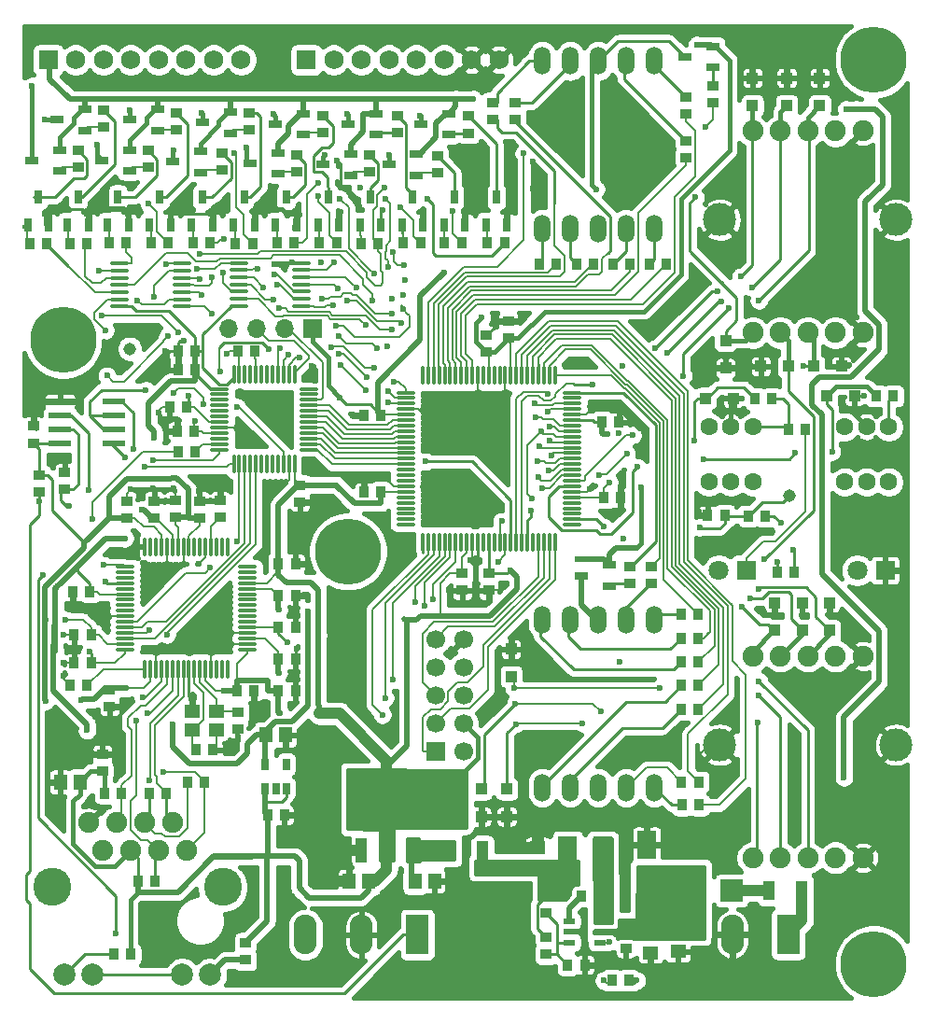
<source format=gtl>
G04 #@! TF.GenerationSoftware,KiCad,Pcbnew,(5.1.10)-1*
G04 #@! TF.CreationDate,2023-09-11T22:03:16+08:00*
G04 #@! TF.ProjectId,AntennaSwitch_6x2,416e7465-6e6e-4615-9377-697463685f36,rev?*
G04 #@! TF.SameCoordinates,Original*
G04 #@! TF.FileFunction,Copper,L1,Top*
G04 #@! TF.FilePolarity,Positive*
%FSLAX46Y46*%
G04 Gerber Fmt 4.6, Leading zero omitted, Abs format (unit mm)*
G04 Created by KiCad (PCBNEW (5.1.10)-1) date 2023-09-11 22:03:16*
%MOMM*%
%LPD*%
G01*
G04 APERTURE LIST*
G04 #@! TA.AperFunction,SMDPad,CuDef*
%ADD10R,0.650000X1.060000*%
G04 #@! TD*
G04 #@! TA.AperFunction,SMDPad,CuDef*
%ADD11R,0.930000X0.980000*%
G04 #@! TD*
G04 #@! TA.AperFunction,SMDPad,CuDef*
%ADD12R,1.470000X1.160000*%
G04 #@! TD*
G04 #@! TA.AperFunction,ComponentPad*
%ADD13C,3.000000*%
G04 #@! TD*
G04 #@! TA.AperFunction,ComponentPad*
%ADD14C,1.900000*%
G04 #@! TD*
G04 #@! TA.AperFunction,ComponentPad*
%ADD15C,1.600000*%
G04 #@! TD*
G04 #@! TA.AperFunction,SMDPad,CuDef*
%ADD16R,1.800000X2.500000*%
G04 #@! TD*
G04 #@! TA.AperFunction,SMDPad,CuDef*
%ADD17R,1.000000X1.000000*%
G04 #@! TD*
G04 #@! TA.AperFunction,SMDPad,CuDef*
%ADD18R,1.130000X1.800000*%
G04 #@! TD*
G04 #@! TA.AperFunction,SMDPad,CuDef*
%ADD19R,2.000000X2.000000*%
G04 #@! TD*
G04 #@! TA.AperFunction,SMDPad,CuDef*
%ADD20R,1.100000X0.600000*%
G04 #@! TD*
G04 #@! TA.AperFunction,SMDPad,CuDef*
%ADD21O,1.700000X0.320000*%
G04 #@! TD*
G04 #@! TA.AperFunction,ComponentPad*
%ADD22C,1.143000*%
G04 #@! TD*
G04 #@! TA.AperFunction,SMDPad,CuDef*
%ADD23O,1.800000X0.280000*%
G04 #@! TD*
G04 #@! TA.AperFunction,SMDPad,CuDef*
%ADD24O,0.280000X1.800000*%
G04 #@! TD*
G04 #@! TA.AperFunction,ComponentPad*
%ADD25O,1.524000X2.524000*%
G04 #@! TD*
G04 #@! TA.AperFunction,SMDPad,CuDef*
%ADD26R,0.980000X0.930000*%
G04 #@! TD*
G04 #@! TA.AperFunction,SMDPad,CuDef*
%ADD27R,1.000000X2.200000*%
G04 #@! TD*
G04 #@! TA.AperFunction,SMDPad,CuDef*
%ADD28R,3.500000X2.200000*%
G04 #@! TD*
G04 #@! TA.AperFunction,SMDPad,CuDef*
%ADD29R,1.160000X1.470000*%
G04 #@! TD*
G04 #@! TA.AperFunction,ComponentPad*
%ADD30C,0.800000*%
G04 #@! TD*
G04 #@! TA.AperFunction,ComponentPad*
%ADD31C,6.000000*%
G04 #@! TD*
G04 #@! TA.AperFunction,SMDPad,CuDef*
%ADD32R,2.000000X0.600000*%
G04 #@! TD*
G04 #@! TA.AperFunction,ComponentPad*
%ADD33R,1.700000X1.700000*%
G04 #@! TD*
G04 #@! TA.AperFunction,ComponentPad*
%ADD34C,1.700000*%
G04 #@! TD*
G04 #@! TA.AperFunction,SMDPad,CuDef*
%ADD35R,1.400000X1.200000*%
G04 #@! TD*
G04 #@! TA.AperFunction,SMDPad,CuDef*
%ADD36R,1.250000X0.700000*%
G04 #@! TD*
G04 #@! TA.AperFunction,SMDPad,CuDef*
%ADD37R,0.700000X1.250000*%
G04 #@! TD*
G04 #@! TA.AperFunction,SMDPad,CuDef*
%ADD38R,1.780000X3.700000*%
G04 #@! TD*
G04 #@! TA.AperFunction,ComponentPad*
%ADD39R,2.080000X3.600000*%
G04 #@! TD*
G04 #@! TA.AperFunction,ComponentPad*
%ADD40O,2.080000X3.600000*%
G04 #@! TD*
G04 #@! TA.AperFunction,ComponentPad*
%ADD41O,1.700000X1.700000*%
G04 #@! TD*
G04 #@! TA.AperFunction,ComponentPad*
%ADD42C,2.000000*%
G04 #@! TD*
G04 #@! TA.AperFunction,ComponentPad*
%ADD43C,3.450000*%
G04 #@! TD*
G04 #@! TA.AperFunction,ComponentPad*
%ADD44R,1.750000X1.750000*%
G04 #@! TD*
G04 #@! TA.AperFunction,ComponentPad*
%ADD45C,1.750000*%
G04 #@! TD*
G04 #@! TA.AperFunction,ComponentPad*
%ADD46R,1.800000X1.800000*%
G04 #@! TD*
G04 #@! TA.AperFunction,ComponentPad*
%ADD47C,1.800000*%
G04 #@! TD*
G04 #@! TA.AperFunction,ViaPad*
%ADD48C,0.600000*%
G04 #@! TD*
G04 #@! TA.AperFunction,Conductor*
%ADD49C,0.508000*%
G04 #@! TD*
G04 #@! TA.AperFunction,Conductor*
%ADD50C,0.203200*%
G04 #@! TD*
G04 #@! TA.AperFunction,Conductor*
%ADD51C,0.381000*%
G04 #@! TD*
G04 #@! TA.AperFunction,Conductor*
%ADD52C,0.254000*%
G04 #@! TD*
G04 #@! TA.AperFunction,Conductor*
%ADD53C,0.250000*%
G04 #@! TD*
G04 #@! TA.AperFunction,Conductor*
%ADD54C,1.016000*%
G04 #@! TD*
G04 #@! TA.AperFunction,Conductor*
%ADD55C,0.228600*%
G04 #@! TD*
G04 #@! TA.AperFunction,Conductor*
%ADD56C,0.152400*%
G04 #@! TD*
G04 #@! TA.AperFunction,Conductor*
%ADD57C,0.100000*%
G04 #@! TD*
G04 APERTURE END LIST*
D10*
X68800000Y-122900000D03*
X70700000Y-122900000D03*
X70700000Y-125100000D03*
X69750000Y-125100000D03*
X68800000Y-125100000D03*
D11*
X100230000Y-142500000D03*
X101770000Y-142500000D03*
D12*
X106250000Y-139890000D03*
X106250000Y-138110000D03*
D13*
X110024000Y-121129000D03*
X126024000Y-121129000D03*
D14*
X123024000Y-113079000D03*
X120524000Y-113079000D03*
X118024000Y-113079000D03*
X115524000Y-113079000D03*
X113024000Y-113079000D03*
X113024000Y-131379000D03*
X115524000Y-131379000D03*
X118024000Y-131379000D03*
X120524000Y-131379000D03*
X123024000Y-131379000D03*
D13*
X110024001Y-73504000D03*
X126024001Y-73504000D03*
D14*
X123024001Y-65454000D03*
X120524001Y-65454000D03*
X118024001Y-65454000D03*
X115524001Y-65454000D03*
X113024001Y-65454000D03*
X113024001Y-83754000D03*
X115524001Y-83754000D03*
X118024001Y-83754000D03*
X120524001Y-83754000D03*
X123024001Y-83754000D03*
D15*
X113039000Y-97297000D03*
X111039000Y-97297000D03*
X109039000Y-97297000D03*
X113039000Y-92297000D03*
X111039000Y-92297000D03*
X109039000Y-92297000D03*
X125358000Y-97297000D03*
X123358000Y-97297000D03*
X121358000Y-97297000D03*
X125358000Y-92297000D03*
X123358000Y-92297000D03*
X121358000Y-92297000D03*
D16*
X103400000Y-134200000D03*
X103400000Y-130200000D03*
D17*
X119100000Y-60650000D03*
X119100000Y-63150000D03*
X116100000Y-60650000D03*
X116100000Y-63150000D03*
X113000000Y-60650000D03*
X113000000Y-63150000D03*
X110550000Y-86950000D03*
X110550000Y-84450000D03*
X113750000Y-86800000D03*
X116250000Y-86800000D03*
X121050000Y-86800000D03*
X118550000Y-86800000D03*
X120000000Y-108250000D03*
X120000000Y-110750000D03*
X117500000Y-108250000D03*
X117500000Y-110750000D03*
X115000000Y-108250000D03*
X115000000Y-110750000D03*
X90700000Y-127650000D03*
X90700000Y-125150000D03*
X88400000Y-127650000D03*
X88400000Y-125150000D03*
X91100000Y-112450000D03*
X91100000Y-114950000D03*
D12*
X93500000Y-130460000D03*
X93500000Y-132240000D03*
D18*
X117490000Y-134350000D03*
X114510000Y-134350000D03*
D19*
X106900000Y-134350000D03*
X111100000Y-134350000D03*
D17*
X111250000Y-89700000D03*
X108750000Y-89700000D03*
X119749999Y-89500000D03*
X122249999Y-89500000D03*
D20*
X99150000Y-137150000D03*
X99150000Y-138100000D03*
X99150000Y-139050000D03*
X96350000Y-139050000D03*
X96350000Y-138100000D03*
X96350000Y-137150000D03*
D11*
X113230001Y-89750000D03*
X114770001Y-89750000D03*
X124230000Y-89500000D03*
X125770000Y-89500000D03*
D21*
X55535000Y-81380000D03*
X55535000Y-80730000D03*
X55535000Y-80080000D03*
X55535000Y-79430000D03*
X55535000Y-78780000D03*
X55535000Y-78130000D03*
X55535000Y-77480000D03*
X61235000Y-77480000D03*
X61235000Y-78130000D03*
X61235000Y-78780000D03*
X61235000Y-79430000D03*
X61235000Y-80080000D03*
X61235000Y-80730000D03*
X61235000Y-81380000D03*
X66406000Y-81328999D03*
X66406000Y-80678999D03*
X66406000Y-80028999D03*
X66406000Y-79378999D03*
X66406000Y-78728999D03*
X66406000Y-78078999D03*
X66406000Y-77428999D03*
X72106000Y-77428999D03*
X72106000Y-78078999D03*
X72106000Y-78728999D03*
X72106000Y-79378999D03*
X72106000Y-80028999D03*
X72106000Y-80678999D03*
X72106000Y-81328999D03*
D11*
X47430000Y-75671000D03*
X48970000Y-75671000D03*
X51030000Y-75700000D03*
X52570000Y-75700000D03*
X54618000Y-75620000D03*
X56158000Y-75620000D03*
X58420000Y-75620000D03*
X59960000Y-75620000D03*
X62238000Y-75620000D03*
X63778000Y-75620000D03*
X66098000Y-75670999D03*
X67638000Y-75670999D03*
X69858000Y-75619999D03*
X71398000Y-75619999D03*
X73718000Y-75620000D03*
X75258000Y-75620000D03*
X77478000Y-75671000D03*
X79018000Y-75671000D03*
X81338400Y-75620000D03*
X82878400Y-75620000D03*
X85054800Y-75620000D03*
X86594800Y-75620000D03*
X88958400Y-75620000D03*
X90498400Y-75620000D03*
D18*
X88475200Y-130738000D03*
X85495200Y-130738000D03*
D11*
X112618500Y-100384999D03*
X114158500Y-100384999D03*
D22*
X116347600Y-98530800D03*
D11*
X108935500Y-100321500D03*
X110475500Y-100321500D03*
D22*
X56492000Y-85208000D03*
D23*
X81518000Y-101178000D03*
X81518000Y-100678000D03*
X81518000Y-100178000D03*
X81518000Y-99678000D03*
X81518000Y-99178000D03*
X81518000Y-98678000D03*
X81518000Y-98178000D03*
X81518000Y-97678000D03*
X81518000Y-97178000D03*
X81518000Y-96678000D03*
X81518000Y-96178000D03*
X81518000Y-95678000D03*
X81518000Y-95178000D03*
X81518000Y-94678000D03*
X81518000Y-94178000D03*
X81518000Y-93678000D03*
X81518000Y-93178000D03*
X81518000Y-92678000D03*
X81518000Y-92178000D03*
X81518000Y-91678000D03*
X81518000Y-91178000D03*
X81518000Y-90678000D03*
X81518000Y-90178000D03*
X81518000Y-89678000D03*
X81518000Y-89178000D03*
D24*
X83068000Y-87628000D03*
X83568000Y-87628000D03*
X84068000Y-87628000D03*
X84568000Y-87628000D03*
X85068000Y-87628000D03*
X85568000Y-87628000D03*
X86068000Y-87628000D03*
X86568000Y-87628000D03*
X87068000Y-87628000D03*
X87568000Y-87628000D03*
X88068000Y-87628000D03*
X88568000Y-87628000D03*
X89068000Y-87628000D03*
X89568000Y-87628000D03*
X90068000Y-87628000D03*
X90568000Y-87628000D03*
X91068000Y-87628000D03*
X91568000Y-87628000D03*
X92068000Y-87628000D03*
X92568000Y-87628000D03*
X93068000Y-87628000D03*
X93568000Y-87628000D03*
X94068000Y-87628000D03*
X94568000Y-87628000D03*
X95068000Y-87628000D03*
D23*
X96618000Y-89178000D03*
X96618000Y-89678000D03*
X96618000Y-90178000D03*
X96618000Y-90678000D03*
X96618000Y-91178000D03*
X96618000Y-91678000D03*
X96618000Y-92178000D03*
X96618000Y-92678000D03*
X96618000Y-93178000D03*
X96618000Y-93678000D03*
X96618000Y-94178000D03*
X96618000Y-94678000D03*
X96618000Y-95178000D03*
X96618000Y-95678000D03*
X96618000Y-96178000D03*
X96618000Y-96678000D03*
X96618000Y-97178000D03*
X96618000Y-97678000D03*
X96618000Y-98178000D03*
X96618000Y-98678000D03*
X96618000Y-99178000D03*
X96618000Y-99678000D03*
X96618000Y-100178000D03*
X96618000Y-100678000D03*
X96618000Y-101178000D03*
D24*
X95068000Y-102728000D03*
X94568000Y-102728000D03*
X94068000Y-102728000D03*
X93568000Y-102728000D03*
X93068000Y-102728000D03*
X92568000Y-102728000D03*
X92068000Y-102728000D03*
X91568000Y-102728000D03*
X91068000Y-102728000D03*
X90568000Y-102728000D03*
X90068000Y-102728000D03*
X89568000Y-102728000D03*
X89068000Y-102728000D03*
X88568000Y-102728000D03*
X88068000Y-102728000D03*
X87568000Y-102728000D03*
X87068000Y-102728000D03*
X86568000Y-102728000D03*
X86068000Y-102728000D03*
X85568000Y-102728000D03*
X85068000Y-102728000D03*
X84568000Y-102728000D03*
X84068000Y-102728000D03*
X83568000Y-102728000D03*
X83068000Y-102728000D03*
D25*
X104080000Y-109783001D03*
X101540000Y-109783001D03*
X99000000Y-109783001D03*
X96460000Y-109783001D03*
X93920000Y-109783001D03*
X93920000Y-125023001D03*
X96460000Y-125023001D03*
X99000000Y-125023001D03*
X101540000Y-125023001D03*
X104080000Y-125023001D03*
D11*
X60874000Y-85399000D03*
X62414000Y-85399000D03*
D26*
X88814000Y-83994000D03*
X88814000Y-85534000D03*
D27*
X82097000Y-130690001D03*
D28*
X79797000Y-124690001D03*
D27*
X79797000Y-130690001D03*
X77497000Y-130690001D03*
D11*
X64057000Y-121594001D03*
X62517000Y-121594001D03*
D26*
X101500000Y-139620000D03*
X101500000Y-138080000D03*
X94250000Y-136370000D03*
X94250000Y-134830000D03*
D11*
X97430000Y-134850000D03*
X98970000Y-134850000D03*
D26*
X71923000Y-97575000D03*
X71923000Y-99115000D03*
X66335000Y-119696999D03*
X66335000Y-118156999D03*
X64684000Y-98980000D03*
X64684000Y-100520000D03*
D11*
X60104000Y-90479000D03*
X61644000Y-90479000D03*
X51451000Y-113720000D03*
X52991000Y-113720000D03*
X71533000Y-113370800D03*
X69993000Y-113370800D03*
X71532999Y-107592200D03*
X69992999Y-107592200D03*
X51324000Y-107243000D03*
X52864000Y-107243000D03*
D26*
X58720000Y-99005999D03*
X58720000Y-100545999D03*
D11*
X67739999Y-116260000D03*
X66199999Y-116260000D03*
X60826000Y-92689001D03*
X62366000Y-92689001D03*
X100879000Y-91876000D03*
X99339000Y-91876000D03*
X60904000Y-87126000D03*
X62444000Y-87126000D03*
D26*
X47750000Y-92210000D03*
X47750000Y-93750000D03*
X60620000Y-98980000D03*
X60620000Y-100520000D03*
D11*
X51451000Y-111180000D03*
X52991000Y-111180000D03*
D26*
X54651000Y-117665000D03*
X54651000Y-116125000D03*
D11*
X71532999Y-116260000D03*
X69992999Y-116260000D03*
X71529000Y-110481501D03*
X69989000Y-110481501D03*
X71528000Y-104703000D03*
X69988000Y-104703000D03*
D26*
X56205000Y-99006000D03*
X56205000Y-100546000D03*
X62809000Y-100547000D03*
X62809000Y-99007000D03*
X53999000Y-121975000D03*
X53999000Y-123515000D03*
D11*
X70520000Y-127500000D03*
X68980000Y-127500000D03*
X101022000Y-98734000D03*
X99482000Y-98734000D03*
D26*
X90845999Y-82716000D03*
X90845999Y-84256000D03*
D11*
X77749000Y-91241000D03*
X79289000Y-91241000D03*
X77749000Y-98226000D03*
X79289000Y-98226000D03*
D26*
X89068000Y-107124000D03*
X89068000Y-105584000D03*
X86655000Y-107124000D03*
X86655000Y-105584000D03*
D29*
X76367000Y-133532000D03*
X78147000Y-133532000D03*
D30*
X74260190Y-104772900D03*
X74260190Y-102397900D03*
X76317000Y-101210400D03*
X78373810Y-102397900D03*
X78373810Y-104772900D03*
X76317000Y-105960400D03*
D31*
X76317000Y-103585400D03*
D30*
X48403190Y-85570500D03*
X48403190Y-83195500D03*
X50460000Y-82008000D03*
X52516810Y-83195500D03*
X52516810Y-85570500D03*
X50460000Y-86758000D03*
D31*
X50460000Y-84383000D03*
D30*
X121943190Y-60187500D03*
X121943190Y-57812500D03*
X124000000Y-56625000D03*
X126056810Y-57812500D03*
X126056810Y-60187500D03*
X124000000Y-61375000D03*
D31*
X124000000Y-59000000D03*
D30*
X121943190Y-142187500D03*
X121943190Y-139812500D03*
X124000000Y-138625000D03*
X126056810Y-139812500D03*
X126056810Y-142187500D03*
X124000000Y-143375000D03*
D31*
X124000000Y-141000000D03*
D32*
X55069000Y-91241000D03*
X50169000Y-93781000D03*
X50169000Y-92511000D03*
X50169000Y-91241000D03*
X50169000Y-89971000D03*
X55069000Y-89971000D03*
X55069000Y-92511000D03*
X55069000Y-93781000D03*
D24*
X65934000Y-87547000D03*
X66434000Y-87547000D03*
X66934000Y-87547000D03*
X67434000Y-87547000D03*
X67934000Y-87547000D03*
X68434000Y-87547000D03*
X68934000Y-87547000D03*
X69434000Y-87547000D03*
X69934000Y-87547000D03*
X70434000Y-87547000D03*
X70934000Y-87547000D03*
X71434000Y-87547000D03*
D23*
X72734000Y-88847000D03*
X72734000Y-89347000D03*
X72734000Y-89847000D03*
X72734000Y-90347000D03*
X72734000Y-90847000D03*
X72734000Y-91347000D03*
X72734000Y-91847000D03*
X72734000Y-92347000D03*
X72734000Y-92847000D03*
X72734000Y-93347000D03*
X72734000Y-93847000D03*
X72734000Y-94347000D03*
D24*
X71434000Y-95647000D03*
X70934000Y-95647000D03*
X70434000Y-95647000D03*
X69934000Y-95647000D03*
X69434000Y-95647000D03*
X68934000Y-95647000D03*
X68434000Y-95647000D03*
X67934000Y-95647000D03*
X67434000Y-95647000D03*
X66934000Y-95647000D03*
X66434000Y-95647000D03*
X65934000Y-95647000D03*
D23*
X64634000Y-94347000D03*
X64634000Y-93847000D03*
X64634000Y-93347000D03*
X64634000Y-92847000D03*
X64634000Y-92347000D03*
X64634000Y-91847000D03*
X64634000Y-91347000D03*
X64634000Y-90847000D03*
X64634000Y-90347000D03*
X64634000Y-89847000D03*
X64634000Y-89347000D03*
X64634000Y-88847000D03*
X56065000Y-112466800D03*
X56065000Y-111966800D03*
X56065000Y-111466800D03*
X56065000Y-110966800D03*
X56065000Y-110466800D03*
X56065000Y-109966800D03*
X56065000Y-109466800D03*
X56065000Y-108966800D03*
X56065000Y-108466800D03*
X56065000Y-107966800D03*
X56065000Y-107466800D03*
X56065000Y-106966800D03*
X56065000Y-106466800D03*
X56065000Y-105966800D03*
X56065000Y-105466800D03*
X56065000Y-104966800D03*
D24*
X57865000Y-103166800D03*
X58365000Y-103166800D03*
X58865000Y-103166800D03*
X59365000Y-103166800D03*
X59865000Y-103166800D03*
X60365000Y-103166800D03*
X60865000Y-103166800D03*
X61365000Y-103166800D03*
X61865000Y-103166800D03*
X62365000Y-103166800D03*
X62865000Y-103166800D03*
X63365000Y-103166800D03*
X63865000Y-103166800D03*
X64365000Y-103166800D03*
X64865000Y-103166800D03*
X65365000Y-103166800D03*
D23*
X67165000Y-104966800D03*
X67165000Y-105466800D03*
X67165000Y-105966800D03*
X67165000Y-106466800D03*
X67165000Y-106966800D03*
X67165000Y-107466800D03*
X67165000Y-107966800D03*
X67165000Y-108466800D03*
X67165000Y-108966800D03*
X67165000Y-109466800D03*
X67165000Y-109966800D03*
X67165000Y-110466800D03*
X67165000Y-110966800D03*
X67165000Y-111466800D03*
X67165000Y-111966800D03*
X67165000Y-112466800D03*
D24*
X65365000Y-114266800D03*
X64865000Y-114266800D03*
X64365000Y-114266800D03*
X63865000Y-114266800D03*
X63365000Y-114266800D03*
X62865000Y-114266800D03*
X62365000Y-114266800D03*
X61865000Y-114266800D03*
X61365000Y-114266800D03*
X60865000Y-114266800D03*
X60365000Y-114266800D03*
X59865000Y-114266800D03*
X59365000Y-114266800D03*
X58865000Y-114266800D03*
X58365000Y-114266800D03*
X57865000Y-114266800D03*
D33*
X84242000Y-121721000D03*
D34*
X86782000Y-121721000D03*
X84242000Y-119181000D03*
X86782000Y-119181000D03*
X84242000Y-116641000D03*
X86782000Y-116641000D03*
X84242000Y-114101000D03*
X86782000Y-114101000D03*
X84242000Y-111561000D03*
X86782000Y-111561000D03*
D11*
X97770000Y-141100000D03*
X96230000Y-141100000D03*
X115230000Y-105500000D03*
X116770000Y-105500000D03*
D26*
X94250000Y-140100000D03*
X94250000Y-138560000D03*
X48301000Y-96694000D03*
X48301000Y-98234000D03*
D11*
X52627000Y-115752000D03*
X51087000Y-115752000D03*
X67867000Y-85399000D03*
X66327000Y-85399000D03*
X61730000Y-124500000D03*
X63270000Y-124500000D03*
X58230000Y-125500000D03*
X59770000Y-125500000D03*
X56564000Y-140143999D03*
X55024000Y-140143999D03*
D26*
X67000000Y-139112000D03*
X67000000Y-140652000D03*
D11*
X57230001Y-133500000D03*
X58770001Y-133500000D03*
X54230000Y-125500000D03*
X55770000Y-125500000D03*
D26*
X89400000Y-64452000D03*
X89400000Y-62912000D03*
D11*
X105205000Y-77525000D03*
X103665000Y-77525000D03*
X101902999Y-77525000D03*
X100362999Y-77525000D03*
D26*
X101895000Y-104949000D03*
X101895000Y-106489000D03*
D11*
X108070000Y-113600000D03*
X106530000Y-113600000D03*
X108100000Y-124500000D03*
X106560000Y-124500000D03*
D26*
X103800001Y-104949000D03*
X103800001Y-106489000D03*
D11*
X108070000Y-115750000D03*
X106530000Y-115750000D03*
X108070000Y-117900000D03*
X106530000Y-117900000D03*
D26*
X50587000Y-97980000D03*
X50587000Y-96440000D03*
D11*
X62406000Y-94543000D03*
X60866000Y-94543000D03*
D26*
X51793000Y-68770000D03*
X51793000Y-67230000D03*
X54078999Y-65087000D03*
X54078999Y-63547000D03*
X58143000Y-68770000D03*
X58143000Y-67230000D03*
X60683000Y-65341000D03*
X60683000Y-63801000D03*
X64874001Y-69024000D03*
X64874001Y-67484000D03*
X67287000Y-65341000D03*
X67287000Y-63801000D03*
X71605000Y-69151000D03*
X71605000Y-67611000D03*
X74018000Y-65603001D03*
X74018000Y-64063001D03*
X78209000Y-69151000D03*
X78209000Y-67611000D03*
X80749000Y-65595000D03*
X80749000Y-64055000D03*
X84432000Y-69278000D03*
X84432000Y-67738000D03*
X87226000Y-65643000D03*
X87226000Y-64103000D03*
D11*
X116230000Y-92500000D03*
X117770000Y-92500000D03*
D26*
X109388000Y-62903000D03*
X109388000Y-61363000D03*
X106975000Y-63944000D03*
X106975000Y-62404000D03*
X106975000Y-67881000D03*
X106975000Y-66341000D03*
X91481000Y-64452000D03*
X91481000Y-62912000D03*
D11*
X95172001Y-77525000D03*
X93632001Y-77525000D03*
X98601000Y-77525000D03*
X97061000Y-77525000D03*
X108170000Y-126600000D03*
X106630000Y-126600000D03*
X108070000Y-109300000D03*
X106530000Y-109300000D03*
X108070000Y-111450000D03*
X106530000Y-111450000D03*
D35*
X62166000Y-119777600D03*
X64366000Y-119777600D03*
X64366000Y-118077600D03*
X62166000Y-118077600D03*
D25*
X104080000Y-59110000D03*
X101540000Y-59110000D03*
X99000000Y-59110000D03*
X96460000Y-59110000D03*
X93920000Y-59110000D03*
X93920000Y-74350000D03*
X96460000Y-74350000D03*
X99000000Y-74350000D03*
X101540000Y-74350000D03*
X104080000Y-74350000D03*
D36*
X47621999Y-68127000D03*
X50121999Y-67177000D03*
X50121999Y-69077000D03*
X49908000Y-64444000D03*
X52408000Y-63494000D03*
X52408000Y-65394000D03*
X53972000Y-68126999D03*
X56472000Y-67176999D03*
X56472000Y-69076999D03*
X56512000Y-64444000D03*
X59012000Y-63494000D03*
X59012000Y-65394000D03*
X60386000Y-68254000D03*
X62886000Y-67304000D03*
X62886000Y-69204000D03*
X63116000Y-64698000D03*
X65616000Y-63748000D03*
X65616000Y-65648000D03*
X67434000Y-68381000D03*
X69934000Y-67431000D03*
X69934000Y-69331000D03*
X69720000Y-64825000D03*
X72220000Y-63875000D03*
X72220000Y-65775000D03*
X74038001Y-68508000D03*
X76538001Y-67558000D03*
X76538001Y-69458000D03*
X76324000Y-64825000D03*
X78824000Y-63875000D03*
X78824000Y-65775000D03*
X80007000Y-68508000D03*
X82507000Y-67558000D03*
X82507000Y-69458000D03*
X82928000Y-64825000D03*
X85428000Y-63875000D03*
X85428000Y-65775000D03*
D37*
X48200000Y-71449000D03*
X49150000Y-73949000D03*
X47250000Y-73949000D03*
X51800000Y-71449000D03*
X52750000Y-73949000D03*
X50850000Y-73949000D03*
X55424000Y-71449000D03*
X56374000Y-73949000D03*
X54474000Y-73949000D03*
X59240000Y-71449001D03*
X60190000Y-73949001D03*
X58290000Y-73949001D03*
X63056000Y-71449000D03*
X64006000Y-73949000D03*
X62106000Y-73949000D03*
X66872000Y-71449001D03*
X67822000Y-73949001D03*
X65922000Y-73949001D03*
X70687000Y-71449000D03*
X71637000Y-73949000D03*
X69737000Y-73949000D03*
X74503000Y-71449000D03*
X75453000Y-73949000D03*
X73553000Y-73949000D03*
X78319000Y-71449000D03*
X79269000Y-73949000D03*
X77369000Y-73949000D03*
X82134500Y-71449000D03*
X83084500Y-73949000D03*
X81184500Y-73949000D03*
X85950300Y-71449000D03*
X86900300Y-73949000D03*
X85000300Y-73949000D03*
X89766000Y-71449000D03*
X90716000Y-73949000D03*
X88816000Y-73949000D03*
D36*
X106868000Y-58729000D03*
X109368000Y-57779000D03*
X109368000Y-59679000D03*
X97490000Y-105780000D03*
X99990000Y-104830000D03*
X99990000Y-106730000D03*
D38*
X99385000Y-131300000D03*
X96215000Y-131300000D03*
D39*
X116246000Y-138331000D03*
D40*
X111166000Y-138331000D03*
D39*
X82591000Y-138358000D03*
D40*
X77511000Y-138358000D03*
X72431000Y-138358000D03*
D33*
X73066000Y-83342000D03*
D41*
X70526000Y-83342000D03*
X67986000Y-83342000D03*
X65446000Y-83342000D03*
D42*
X50548999Y-141988000D03*
X53088999Y-141988000D03*
X61258999Y-141988000D03*
X63798999Y-141988000D03*
D43*
X49428999Y-134038000D03*
X64918999Y-134038000D03*
D14*
X54003999Y-130738000D03*
X56543999Y-130738000D03*
X59083999Y-130738000D03*
X61623999Y-130738000D03*
X52733999Y-128198000D03*
X55273999Y-128198000D03*
X60353999Y-128198000D03*
X57813999Y-128198000D03*
D44*
X49100000Y-59000000D03*
D45*
X51600000Y-59000000D03*
X54100000Y-59000000D03*
X56600000Y-59000000D03*
X59100000Y-59000000D03*
X61600000Y-59000000D03*
X64100000Y-59000000D03*
X66600000Y-59000000D03*
D44*
X72500000Y-59000000D03*
D45*
X75000000Y-59000000D03*
X77500000Y-59000000D03*
X80000000Y-59000000D03*
X82500000Y-59000000D03*
X85000000Y-59000000D03*
X87500000Y-59000000D03*
X90000000Y-59000000D03*
D46*
X125034400Y-105312600D03*
D47*
X122494400Y-105312600D03*
D46*
X112486800Y-105312600D03*
D47*
X109946800Y-105312600D03*
D29*
X84140000Y-133500000D03*
X82360000Y-133500000D03*
D12*
X103750000Y-139990000D03*
X103750000Y-138210000D03*
D29*
X50188000Y-124515000D03*
X51968000Y-124515000D03*
X70640000Y-120250000D03*
X68860000Y-120250000D03*
D48*
X86274000Y-127944000D03*
X84674000Y-127944000D03*
X83074000Y-127944000D03*
X81474000Y-127944000D03*
X79874000Y-127944000D03*
X78274000Y-127944000D03*
X85512000Y-126039000D03*
X83912000Y-126039000D03*
X82312000Y-126039000D03*
X80712000Y-126039000D03*
X79112000Y-126039000D03*
X77512000Y-126039000D03*
X84674000Y-124261000D03*
X83074000Y-124260999D03*
X91006148Y-105304852D03*
X85004000Y-78287000D03*
X62398000Y-91749000D03*
X52106000Y-117094200D03*
X88433000Y-82351000D03*
X75229000Y-97575000D03*
X58714999Y-93273000D03*
X97170600Y-104322000D03*
X81641600Y-109793000D03*
X58207000Y-91749000D03*
X75555000Y-89641000D03*
X73701000Y-118292000D03*
X116704400Y-103485801D03*
X81641600Y-111494400D03*
X102480300Y-103293100D03*
X102911000Y-97732900D03*
X70144999Y-118292000D03*
X65065000Y-116260000D03*
X115547500Y-101020000D03*
X56183000Y-115998001D03*
X99825800Y-92929000D03*
X73593001Y-111207900D03*
X70780000Y-111815000D03*
X59639001Y-96978400D03*
X86274000Y-124261000D03*
X99990000Y-97337000D03*
X107939600Y-57662010D03*
X48892221Y-117149000D03*
X48892221Y-109783000D03*
X50606633Y-109782999D03*
X61826000Y-89463000D03*
X70017999Y-108894000D03*
X72685000Y-109021000D03*
X70018000Y-114609000D03*
X72685000Y-114863000D03*
X57562000Y-99821900D03*
X56048000Y-102417000D03*
X60366000Y-119308000D03*
X52619000Y-119816000D03*
X52873000Y-112703999D03*
X49717000Y-112577000D03*
X58080000Y-118292000D03*
X87676000Y-62574000D03*
X86074000Y-62574000D03*
X121500000Y-63500000D03*
X122400000Y-63500000D03*
X106700000Y-132400000D03*
X121300000Y-124100000D03*
X121300000Y-123200000D03*
X106700000Y-133200000D03*
X107750000Y-138250000D03*
X102500000Y-142499994D03*
X77892000Y-88955000D03*
X79924001Y-90085000D03*
X75606000Y-86669000D03*
X71890482Y-86002634D03*
X79924001Y-89082000D03*
X78019000Y-87812000D03*
X70904688Y-85730239D03*
X75481558Y-85661974D03*
X80432000Y-88193000D03*
X78654000Y-86922999D03*
X70118757Y-85150811D03*
X74758416Y-85033032D03*
X74209000Y-67619001D03*
X76241000Y-63935999D03*
X80051000Y-67619000D03*
X82849700Y-64062999D03*
X108753000Y-65079000D03*
X92243001Y-67492000D03*
X53127000Y-100639000D03*
X54143000Y-104830000D03*
X100000000Y-139000000D03*
X99500002Y-142500000D03*
X58248000Y-110757900D03*
X59873106Y-111124461D03*
X66208000Y-90479000D03*
X57953000Y-88955000D03*
X60493000Y-89209000D03*
X63141000Y-90222000D03*
X57826000Y-95940000D03*
X56042745Y-95045745D03*
X56804745Y-94283745D03*
X58619153Y-95285990D03*
X52750000Y-98000000D03*
X48250000Y-99000000D03*
X50968000Y-99496000D03*
X57074000Y-118977400D03*
X57651000Y-116823800D03*
X58243000Y-124332500D03*
X59552999Y-123632800D03*
X66208000Y-102671000D03*
X63795000Y-105084000D03*
X73345400Y-88154600D03*
X48784000Y-72928001D03*
X52594000Y-72928000D03*
X56353000Y-72928000D03*
X60214000Y-72928000D03*
X67834000Y-72877000D03*
X75606000Y-72826001D03*
X83175200Y-72674000D03*
X86985200Y-72775000D03*
X90795199Y-72623000D03*
X69866001Y-90149000D03*
X86070800Y-98327600D03*
X111369200Y-101731200D03*
X101260000Y-102391599D03*
X96992799Y-86390000D03*
X101209199Y-86745000D03*
X102580800Y-83189000D03*
X96738800Y-67543000D03*
X102987200Y-68203000D03*
X116652400Y-125810400D03*
X119000000Y-126877200D03*
X102631600Y-121289200D03*
X100904400Y-113618400D03*
X93741600Y-114126400D03*
X59401000Y-137037200D03*
X108168800Y-99953200D03*
X51857001Y-89971000D03*
X49952000Y-88701000D03*
X50577000Y-95178000D03*
X50490001Y-114863000D03*
X50485400Y-111154600D03*
X51349000Y-108513000D03*
X56556000Y-97972000D03*
X58588000Y-97845000D03*
X89576000Y-82859000D03*
X90211000Y-106865300D03*
X98466000Y-90606000D03*
X83353000Y-93019000D03*
X79670000Y-96702000D03*
X90592000Y-89590000D03*
X100752000Y-90479000D03*
X101006000Y-100004000D03*
X77765000Y-97210000D03*
X59858000Y-92638000D03*
X72939000Y-99115000D03*
X65192000Y-121848000D03*
X62050000Y-116903200D03*
X54651000Y-118927000D03*
X54397000Y-109402000D03*
X62779000Y-98099000D03*
X64684000Y-98099000D03*
X49063000Y-124515000D03*
X53000000Y-121848000D03*
X67986000Y-117530000D03*
X71542000Y-117276000D03*
X50479000Y-113720000D03*
X75733001Y-130865000D03*
X65573000Y-110926000D03*
X63795000Y-112577000D03*
X59096000Y-112450000D03*
X56937000Y-103432999D03*
X59858000Y-104957000D03*
X61382000Y-104830000D03*
X62779000Y-104703000D03*
X65319000Y-111942000D03*
X72431000Y-107497000D03*
X71542000Y-109655999D03*
X71669000Y-112450000D03*
X70653000Y-97337000D03*
X59731000Y-85399000D03*
X59115000Y-90968000D03*
X66208000Y-92384001D03*
X76698000Y-91216000D03*
X71542000Y-103102800D03*
X88229800Y-104499800D03*
X87426100Y-104399400D03*
X98237400Y-97921200D03*
X92208300Y-82570000D03*
X88117700Y-89294000D03*
X59807200Y-77499599D03*
X69205200Y-71606800D03*
X71516600Y-74223000D03*
X71875894Y-73007894D03*
X77587200Y-72597400D03*
X75606001Y-70540000D03*
X79458430Y-72652761D03*
X61077201Y-71581400D03*
X93055800Y-70717800D03*
X93055800Y-68253999D03*
X63816268Y-73003551D03*
X100828200Y-92841200D03*
X75291960Y-68113037D03*
X60493000Y-97876904D03*
X85427270Y-107064483D03*
X61402730Y-84489368D03*
X65305209Y-85668166D03*
X59921000Y-86700790D03*
X73015200Y-86770600D03*
X71186400Y-77373622D03*
X69641497Y-77533737D03*
X73828000Y-77373622D03*
X101500000Y-141000000D03*
X103750000Y-141350000D03*
X106250000Y-141350000D03*
X97750000Y-139100000D03*
X97750000Y-137100000D03*
X103400000Y-128400000D03*
X93500000Y-128850000D03*
X47750000Y-91250026D03*
X58000000Y-83500000D03*
X112000000Y-89750000D03*
X111800000Y-86950000D03*
X115000000Y-108999996D03*
X117500000Y-109000000D03*
X120000000Y-109000000D03*
X123100000Y-89500000D03*
X103002890Y-92460314D03*
X91900000Y-112500000D03*
X112900000Y-86800000D03*
X113000000Y-59900000D03*
X116100000Y-59900000D03*
X119100000Y-59900000D03*
X121790140Y-86690140D03*
X98800000Y-141100000D03*
X76100000Y-109100000D03*
X76100000Y-115600000D03*
X66335000Y-120415000D03*
X75250000Y-133500000D03*
X70750000Y-121250000D03*
X71250000Y-127500000D03*
X115230000Y-104530000D03*
X47621999Y-61378001D03*
X48806000Y-64444000D03*
X53508000Y-66730000D03*
X56500000Y-63555000D03*
X54270000Y-106354000D03*
X55210000Y-138281800D03*
X48635010Y-105719000D03*
X98806643Y-70737910D03*
X69103600Y-85246600D03*
X75453600Y-84078201D03*
X78899000Y-85131000D03*
X93894000Y-97845000D03*
X64684000Y-87278600D03*
X54298900Y-83525624D03*
X93565800Y-96843200D03*
X79888000Y-84961000D03*
X78522403Y-80848012D03*
X94537200Y-96280700D03*
X80286600Y-83432000D03*
X60874000Y-83697200D03*
X53965200Y-82224000D03*
X53660400Y-78160000D03*
X70027905Y-81555979D03*
X93513300Y-95433600D03*
X76222198Y-80848488D03*
X62877195Y-78869054D03*
X81096000Y-82909448D03*
X73937000Y-80676000D03*
X63023000Y-80344000D03*
X80302100Y-82008000D03*
X94720600Y-94872858D03*
X93670200Y-94024000D03*
X75183043Y-83165026D03*
X63965664Y-82042964D03*
X81270101Y-81601436D03*
X77868400Y-83079400D03*
X94601999Y-93564847D03*
X80245501Y-80642597D03*
X54422800Y-87640000D03*
X92967800Y-98758400D03*
X93789732Y-92715809D03*
X59962039Y-84045192D03*
X69564380Y-80723972D03*
X81337100Y-80293424D03*
X75549400Y-71613700D03*
X68059599Y-77980700D03*
X94624256Y-92256835D03*
X78678412Y-78411443D03*
X93280700Y-91425033D03*
X77043637Y-79687002D03*
X81436227Y-78985413D03*
X79680500Y-71605300D03*
X94384604Y-90948823D03*
X69625615Y-78486016D03*
X79900963Y-77774285D03*
X93259000Y-90117021D03*
X74909210Y-81245858D03*
X81397200Y-77626600D03*
X80388516Y-76421303D03*
X108524399Y-95228800D03*
X116881000Y-94670000D03*
X102530000Y-95940000D03*
X120208010Y-94545971D03*
X102126398Y-93035285D03*
X107750000Y-93500007D03*
X83968990Y-107916583D03*
X113578996Y-107000000D03*
X112817000Y-107878000D03*
X83265979Y-108559128D03*
X82380351Y-108208770D03*
X111992300Y-108576200D03*
X97577001Y-119181000D03*
X79416000Y-118419000D03*
X91500000Y-119249994D03*
X113500000Y-119100000D03*
X113579000Y-116641000D03*
X91481000Y-117403000D03*
X79670000Y-116894999D03*
X99221000Y-118119400D03*
X113579000Y-115371001D03*
X104562000Y-116005999D03*
X91354000Y-116006000D03*
X80374800Y-115244000D03*
X92878000Y-99877000D03*
X106721000Y-87685000D03*
X113579000Y-80827000D03*
X110870590Y-81537386D03*
X98466000Y-88447000D03*
X112944000Y-79684000D03*
X105225511Y-85580655D03*
X110148528Y-80916327D03*
X104181000Y-85145000D03*
X111928000Y-78668000D03*
X94402001Y-89285200D03*
X109815281Y-80024120D03*
X83346800Y-95438200D03*
X107827412Y-71465353D03*
X114088800Y-104310399D03*
X89915800Y-104548300D03*
X90231200Y-100855500D03*
X99082800Y-96677600D03*
X101585700Y-94763000D03*
X117600000Y-86800000D03*
X99482000Y-101337500D03*
X108181500Y-101401000D03*
X83466700Y-71568900D03*
X69831262Y-79415961D03*
X85751601Y-72699000D03*
X75380015Y-79715099D03*
X81064801Y-72386900D03*
X75039800Y-77373622D03*
X77361200Y-70587600D03*
X79622400Y-70587600D03*
X62839059Y-76645383D03*
X62615168Y-77953395D03*
X68638200Y-79617100D03*
X73600600Y-71359689D03*
X73564400Y-70208300D03*
X64933172Y-78303967D03*
X57183900Y-80823300D03*
X65970300Y-67484700D03*
X63961200Y-78692600D03*
X65051475Y-75283972D03*
X58730100Y-80503400D03*
X58199100Y-72018999D03*
X67097000Y-66984000D03*
X69510000Y-63935999D03*
X60493000Y-67238000D03*
X63033000Y-63809000D03*
D49*
X57230000Y-134498000D02*
X57230000Y-133500000D01*
D50*
X61730000Y-124500000D02*
X61730000Y-128716700D01*
X61730000Y-128716700D02*
X60968000Y-129478199D01*
X60968000Y-129478199D02*
X59739999Y-129478200D01*
X59739999Y-129478200D02*
X59409000Y-129148000D01*
X59409000Y-129148000D02*
X58764000Y-129148000D01*
X58764000Y-129148000D02*
X57814000Y-128198000D01*
D51*
X54230000Y-125500000D02*
X54230000Y-123745999D01*
X54230000Y-123745999D02*
X53999000Y-123515000D01*
X53999000Y-123515000D02*
X52968000Y-123515000D01*
X52968000Y-123515000D02*
X51968000Y-124515000D01*
X51968000Y-124515000D02*
X51968000Y-125631000D01*
X51968000Y-125631000D02*
X51365000Y-126234100D01*
X51365000Y-126234100D02*
X51365000Y-130125200D01*
X51365000Y-130125200D02*
X53347000Y-132107100D01*
X53347000Y-132107100D02*
X55175000Y-132107100D01*
X55175000Y-132107100D02*
X55594000Y-131688000D01*
X55594000Y-131688000D02*
X56544000Y-130738000D01*
D52*
X58230000Y-125500000D02*
X58230001Y-127782000D01*
X58230001Y-127782000D02*
X57814000Y-128198000D01*
X57230000Y-133500000D02*
X57230000Y-131424000D01*
X57230000Y-131424000D02*
X56544000Y-130738000D01*
X63133000Y-85399000D02*
X62414000Y-85399000D01*
D51*
X109643000Y-57778999D02*
X110912000Y-59047999D01*
D50*
X71434000Y-95646600D02*
X71434000Y-95647000D01*
D49*
X73593000Y-107071601D02*
X73593001Y-111207900D01*
X69988000Y-104703000D02*
X69988000Y-105396200D01*
D51*
X94130001Y-81843000D02*
X91717000Y-84256000D01*
X106520900Y-78484999D02*
X103163000Y-81843000D01*
X109368000Y-57779000D02*
X109643000Y-57778999D01*
D53*
X116770000Y-103551400D02*
X116770000Y-105500000D01*
D49*
X70711000Y-106423800D02*
X72945000Y-106423800D01*
X72945000Y-106423800D02*
X73593000Y-107071601D01*
D51*
X91717000Y-84256000D02*
X90846000Y-84256000D01*
X103163000Y-81843000D02*
X94130001Y-81843000D01*
X110912000Y-67238000D02*
X106520900Y-71629000D01*
D49*
X60234000Y-88124000D02*
X62444000Y-88124000D01*
X58207000Y-90151000D02*
X60234000Y-88124000D01*
D52*
X99990000Y-104830000D02*
X99990000Y-104372800D01*
D49*
X79797000Y-124690000D02*
X79797001Y-123082000D01*
D52*
X99990000Y-104372800D02*
X99990000Y-103864800D01*
D49*
X62444000Y-88124000D02*
X62444000Y-87416000D01*
D54*
X79797000Y-124690000D02*
X79797001Y-123082000D01*
D51*
X106520900Y-71629000D02*
X106520900Y-78484999D01*
X110912000Y-59047999D02*
X110912000Y-67238000D01*
D49*
X58207000Y-91749000D02*
X58207000Y-90151000D01*
X99990000Y-104372800D02*
X99990000Y-103864800D01*
D50*
X90846000Y-83883000D02*
X90846000Y-84256000D01*
D49*
X69988000Y-105701000D02*
X70711000Y-106423800D01*
X62444000Y-87416000D02*
X62444000Y-87126000D01*
X69988000Y-105396200D02*
X69988000Y-105701000D01*
D53*
X116704400Y-103485801D02*
X116770000Y-103551400D01*
D49*
X79016000Y-90968000D02*
X79016000Y-88265000D01*
D51*
X89568000Y-85534001D02*
X88814000Y-85534000D01*
D49*
X82845000Y-80446000D02*
X85004000Y-78287000D01*
D50*
X62366000Y-92098000D02*
X62366000Y-92689000D01*
D51*
X99482000Y-104322000D02*
X99939200Y-104322000D01*
D52*
X76155000Y-90241000D02*
X78314000Y-90241000D01*
D49*
X73593000Y-117476900D02*
X73701000Y-117584900D01*
X73593000Y-117476900D02*
X73593001Y-111207900D01*
X73593001Y-111207900D02*
X73593000Y-117476900D01*
X58715000Y-92707000D02*
X58207000Y-92199000D01*
D52*
X75555000Y-89641000D02*
X76155000Y-90241000D01*
D50*
X62398000Y-91749000D02*
X62366000Y-92098000D01*
X86654999Y-104101900D02*
X87067999Y-103688900D01*
D49*
X58714999Y-93273000D02*
X58715000Y-92707000D01*
D50*
X90846000Y-84256000D02*
X90846000Y-84551000D01*
D52*
X78314000Y-90241000D02*
X79289000Y-91216000D01*
D49*
X100561700Y-103293100D02*
X102480300Y-103293100D01*
X82845000Y-84435999D02*
X82845000Y-80446000D01*
D50*
X86654999Y-105584000D02*
X86654999Y-104101900D01*
D52*
X79289000Y-91216000D02*
X79289000Y-91241000D01*
D51*
X86782000Y-119181000D02*
X88076500Y-120475500D01*
D49*
X99990000Y-104830000D02*
X99990000Y-104372800D01*
X73701000Y-117584900D02*
X73593000Y-117476900D01*
D51*
X85728900Y-124690000D02*
X79797000Y-124690000D01*
D50*
X90846000Y-84551000D02*
X91068000Y-84772999D01*
D51*
X99939200Y-104322000D02*
X99990000Y-104372800D01*
D49*
X62414000Y-87097000D02*
X62444000Y-87126000D01*
X79016000Y-88265000D02*
X82845000Y-84435999D01*
X81448000Y-109793000D02*
X81641600Y-109793000D01*
X99990000Y-103864800D02*
X100561700Y-103293100D01*
D51*
X88076500Y-122342400D02*
X85728900Y-124690000D01*
X88076500Y-120475500D02*
X88076500Y-122342400D01*
D49*
X81346400Y-109691400D02*
X81448000Y-109793000D01*
X62414000Y-85399000D02*
X62414000Y-87097000D01*
D51*
X97170600Y-104322000D02*
X99482000Y-104322000D01*
D50*
X91068000Y-84772999D02*
X91068000Y-87628000D01*
D49*
X88822000Y-85526000D02*
X88814000Y-85534000D01*
X58207000Y-92199000D02*
X58207000Y-91749000D01*
X79289000Y-91241000D02*
X79016000Y-90968000D01*
D51*
X90846000Y-84256000D02*
X89568000Y-85534001D01*
D50*
X87067999Y-103688900D02*
X87068000Y-102728001D01*
D49*
X54617000Y-100546000D02*
X56205000Y-100546000D01*
X69988000Y-99345700D02*
X69988000Y-104703000D01*
D50*
X56898000Y-100546000D02*
X56205000Y-100546000D01*
X59365000Y-103166800D02*
X59365000Y-102063600D01*
D49*
X69993000Y-118140000D02*
X70144999Y-118292000D01*
D50*
X63365000Y-115332500D02*
X64293000Y-116260001D01*
D49*
X69993000Y-116260000D02*
X69993000Y-118140000D01*
D50*
X67165000Y-112466800D02*
X67165000Y-112810000D01*
X79337000Y-98178000D02*
X79289000Y-98226000D01*
D49*
X71923000Y-97575000D02*
X71759000Y-97575000D01*
D50*
X59365000Y-102063600D02*
X58668000Y-101366600D01*
X63365000Y-114266800D02*
X63365000Y-115332500D01*
X81518000Y-98178000D02*
X79337000Y-98178000D01*
X60620000Y-101188200D02*
X60865000Y-101433400D01*
X63192000Y-92847000D02*
X64634000Y-92847000D01*
X66200000Y-113775200D02*
X66200000Y-115262000D01*
X60620000Y-100520000D02*
X60620000Y-101188200D01*
X62809000Y-101215200D02*
X61865000Y-102159000D01*
X57719000Y-101366599D02*
X56898000Y-100546000D01*
X56183000Y-115998001D02*
X57737000Y-115998001D01*
X71434000Y-97086000D02*
X71923000Y-97575000D01*
X81518000Y-91178000D02*
X79352000Y-91178000D01*
D49*
X71759000Y-97575000D02*
X69988000Y-99345700D01*
D50*
X60865000Y-101433400D02*
X60865000Y-103166800D01*
X89068000Y-87628000D02*
X89068000Y-85788000D01*
X62366000Y-92689000D02*
X63035000Y-92689000D01*
D52*
X69989000Y-110481500D02*
X69989000Y-111024200D01*
D50*
X62809000Y-100547000D02*
X62809000Y-101215200D01*
X53659000Y-111180001D02*
X54446000Y-111966800D01*
D52*
X89068000Y-102728000D02*
X89068000Y-105584000D01*
D50*
X57737000Y-115998001D02*
X58365001Y-115370000D01*
X61865000Y-102159000D02*
X61865000Y-103166800D01*
X89068000Y-85788000D02*
X88814000Y-85534000D01*
X63035000Y-92689000D02*
X63192000Y-92847000D01*
X54446000Y-111966800D02*
X56065000Y-111966800D01*
X64293000Y-116260001D02*
X65065000Y-116260000D01*
X52991000Y-111180000D02*
X53659000Y-111180001D01*
X58365001Y-115370000D02*
X58365000Y-114266800D01*
X67165000Y-112810000D02*
X66200000Y-113775200D01*
X71434000Y-95647000D02*
X71434000Y-97086000D01*
D49*
X66200000Y-116260000D02*
X65065000Y-116260000D01*
X73701000Y-118292000D02*
X73701000Y-117584900D01*
D54*
X75515000Y-118292000D02*
X73701000Y-118292000D01*
D52*
X69989000Y-111024200D02*
X70780000Y-111815000D01*
D54*
X79797000Y-122574000D02*
X75515000Y-118292000D01*
D50*
X79352000Y-91178000D02*
X79289000Y-91241000D01*
D54*
X79797001Y-123082000D02*
X79797000Y-122574000D01*
D50*
X58668000Y-101366600D02*
X57719000Y-101366599D01*
D49*
X61784000Y-100520000D02*
X61784000Y-97942500D01*
D51*
X102480300Y-103293100D02*
X102911000Y-102862400D01*
D55*
X98447400Y-91678000D02*
X96618000Y-91678000D01*
D52*
X99141000Y-91678000D02*
X99339000Y-91876000D01*
D50*
X99482000Y-97845000D02*
X99990000Y-97337000D01*
X99482000Y-98734001D02*
X98813800Y-98734000D01*
D49*
X99339000Y-92874000D02*
X99394200Y-92929000D01*
X54617000Y-98590500D02*
X56228999Y-96978400D01*
D52*
X49426001Y-97075000D02*
X49426000Y-99859000D01*
X49426000Y-99859000D02*
X52365000Y-102797800D01*
D49*
X54617000Y-100546000D02*
X54617000Y-98590500D01*
D52*
X48301000Y-96694000D02*
X49045000Y-96694000D01*
D50*
X99482000Y-98734001D02*
X99482000Y-97845000D01*
X69974000Y-110466800D02*
X69989000Y-110481500D01*
D55*
X98645400Y-91876000D02*
X98447400Y-91678000D01*
D50*
X98757800Y-98678000D02*
X96618000Y-98678000D01*
X98813800Y-98734000D02*
X98757800Y-98678000D01*
D55*
X99339000Y-91876000D02*
X98645400Y-91876000D01*
D49*
X56228999Y-96978400D02*
X59639001Y-96978400D01*
D50*
X67165000Y-110466800D02*
X69974000Y-110466800D01*
D52*
X49045000Y-96694000D02*
X49426001Y-97075000D01*
D49*
X99394200Y-92929000D02*
X99825800Y-92929000D01*
X99339000Y-91876000D02*
X99339000Y-92874000D01*
D51*
X102911000Y-102862400D02*
X102911000Y-97732900D01*
D49*
X99482000Y-104322000D02*
X99990000Y-104830000D01*
D52*
X62444000Y-87416000D02*
X62444000Y-87126000D01*
D49*
X97170600Y-104322000D02*
X99482000Y-104322000D01*
X75229000Y-97575000D02*
X76877999Y-99224000D01*
X81641600Y-121237400D02*
X81641600Y-111494400D01*
X52682000Y-102480500D02*
X54617000Y-100546000D01*
X60620000Y-100520000D02*
X61784000Y-100520000D01*
X61811000Y-100547000D02*
X62809000Y-100547000D01*
X61784000Y-100520000D02*
X61811000Y-100547000D01*
D50*
X69988000Y-104703000D02*
X69988000Y-105396200D01*
D49*
X76877999Y-99224000D02*
X79289000Y-99224000D01*
D50*
X69988000Y-105396200D02*
X68917999Y-106466800D01*
D52*
X63133000Y-85399000D02*
X63108000Y-85399000D01*
X63108000Y-85399000D02*
X62414000Y-85399000D01*
D49*
X79289000Y-99224000D02*
X79289000Y-98226000D01*
X79797001Y-123082000D02*
X81641600Y-121237400D01*
X81641600Y-111494400D02*
X81641600Y-109793000D01*
D50*
X68917999Y-106466800D02*
X67165000Y-106466800D01*
D52*
X114912500Y-100385000D02*
X115547500Y-101020000D01*
D49*
X71923000Y-97575000D02*
X75229000Y-97575000D01*
X52365000Y-102797800D02*
X52682000Y-102480500D01*
D52*
X114158500Y-100385000D02*
X114912500Y-100385000D01*
D55*
X62414000Y-85399000D02*
X63108000Y-85399000D01*
D49*
X52177999Y-117022000D02*
X52106000Y-117094200D01*
X56183000Y-115998001D02*
X54778000Y-115998001D01*
X54322000Y-115998000D02*
X53298000Y-117022000D01*
X54778000Y-115998001D02*
X54322000Y-115998000D01*
X53298000Y-117022000D02*
X52177999Y-117022000D01*
X69993000Y-116260000D02*
X69020000Y-116260000D01*
D53*
X54778000Y-115998001D02*
X54651000Y-116125000D01*
D49*
X69020000Y-115262000D02*
X66200000Y-115262000D01*
X69020000Y-116260000D02*
X69020000Y-115262000D01*
X66200000Y-115262000D02*
X66200000Y-116260000D01*
X60299875Y-96883210D02*
X60724710Y-96883210D01*
X60724710Y-96883210D02*
X61784000Y-97942500D01*
X59639001Y-96978400D02*
X60204685Y-96978400D01*
X60204685Y-96978400D02*
X60299875Y-96883210D01*
X91606147Y-106990852D02*
X91606147Y-105904851D01*
X82490128Y-109793000D02*
X82866798Y-109416331D01*
X89180670Y-109416330D02*
X91606147Y-106990852D01*
D52*
X89068000Y-105584000D02*
X90727000Y-105584000D01*
D49*
X81641600Y-109793000D02*
X82490128Y-109793000D01*
X82866798Y-109416331D02*
X89180670Y-109416330D01*
D52*
X90727000Y-105584000D02*
X91006148Y-105304852D01*
D49*
X91606147Y-105904851D02*
X91006148Y-105304852D01*
D50*
X84673800Y-109351200D02*
X84738930Y-109416330D01*
X84673800Y-106480999D02*
X84673800Y-109351200D01*
X86654999Y-105584000D02*
X85570800Y-105584000D01*
X85570800Y-105584000D02*
X84673800Y-106480999D01*
D52*
X62413999Y-84181902D02*
X62414000Y-84655000D01*
X55535000Y-81380000D02*
X56639000Y-81380000D01*
X57051189Y-81792189D02*
X60024287Y-81792189D01*
X56639000Y-81380000D02*
X57051189Y-81792189D01*
X60024287Y-81792189D02*
X62413999Y-84181902D01*
X62414000Y-84655000D02*
X62414000Y-85399000D01*
X65716000Y-81329001D02*
X66406000Y-81329000D01*
X63133000Y-83912000D02*
X65716000Y-81329001D01*
X63133000Y-85399000D02*
X63133000Y-83912000D01*
X64634000Y-88847000D02*
X63874000Y-88847000D01*
D55*
X63108000Y-86967704D02*
X64618998Y-88478702D01*
X63108000Y-85399000D02*
X63108000Y-86967704D01*
X65307802Y-88478702D02*
X65926000Y-87860504D01*
X65926000Y-87860504D02*
X65926000Y-87547000D01*
D52*
X63874000Y-88847000D02*
X62444000Y-87417000D01*
X62444000Y-87417000D02*
X62444000Y-87126000D01*
D55*
X64618998Y-88478702D02*
X65307802Y-88478702D01*
D51*
X73066000Y-84573000D02*
X73066000Y-83342000D01*
X74494712Y-88580712D02*
X74494712Y-86001712D01*
X75555000Y-89641000D02*
X74494712Y-88580712D01*
X74494712Y-86001712D02*
X73066000Y-84573000D01*
D49*
X109251010Y-57662010D02*
X109368000Y-57779000D01*
X107939600Y-57662010D02*
X109251010Y-57662010D01*
D54*
X78147000Y-133532000D02*
X78718000Y-133532000D01*
X79797000Y-132453000D02*
X79797000Y-130690001D01*
X78718000Y-133532000D02*
X79797000Y-132453000D01*
D52*
X50138000Y-93750000D02*
X50169000Y-93781000D01*
X47750000Y-93750000D02*
X50138000Y-93750000D01*
X47750000Y-93750000D02*
X48301000Y-94301000D01*
X48301000Y-94301000D02*
X48301000Y-96694000D01*
D49*
X52365000Y-103257668D02*
X52365000Y-102797800D01*
X48809000Y-106813668D02*
X52365000Y-103257668D01*
X48809000Y-111751500D02*
X48809000Y-106813668D01*
D53*
X48809000Y-111751500D02*
X48809000Y-109866221D01*
D50*
X52287199Y-109782999D02*
X50606633Y-109782999D01*
X52991000Y-111180000D02*
X52991000Y-110486800D01*
D49*
X48809000Y-111751500D02*
X48809000Y-117065779D01*
D50*
X52991000Y-110486800D02*
X52287199Y-109782999D01*
D49*
X48809000Y-117065779D02*
X48892221Y-117149000D01*
D53*
X48809000Y-109866221D02*
X48892221Y-109783000D01*
D51*
X56564000Y-135164000D02*
X57230000Y-134498000D01*
X56564000Y-140143999D02*
X56564000Y-135164000D01*
D49*
X60863113Y-134498000D02*
X57230000Y-134498000D01*
D51*
X87879500Y-82905000D02*
X88433000Y-82351000D01*
X87879500Y-84599500D02*
X87879500Y-82905000D01*
X88814000Y-85534000D02*
X87879500Y-84599500D01*
X67529444Y-131305556D02*
X67589000Y-131246000D01*
X64055556Y-131305556D02*
X67529444Y-131305556D01*
D49*
X64055556Y-131305556D02*
X60863113Y-134498000D01*
X64115113Y-131246000D02*
X60863113Y-134498000D01*
X67589000Y-131246000D02*
X64115113Y-131246000D01*
X68980000Y-127500000D02*
X68980000Y-131230000D01*
X78147000Y-134353000D02*
X77500000Y-135000000D01*
X78147000Y-133532000D02*
X78147000Y-134353000D01*
X77500000Y-135000000D02*
X72750000Y-135000000D01*
X68964000Y-131246000D02*
X68980000Y-131230000D01*
X67589000Y-131246000D02*
X68964000Y-131246000D01*
X68980000Y-127500000D02*
X68800000Y-127320000D01*
D52*
X70700000Y-125884000D02*
X70284000Y-126300000D01*
X70700000Y-125100000D02*
X70700000Y-125884000D01*
D49*
X68800000Y-126300000D02*
X68800000Y-125100000D01*
D52*
X70284000Y-126300000D02*
X68800000Y-126300000D01*
D49*
X68800000Y-127320000D02*
X68800000Y-126300000D01*
X68964000Y-137148000D02*
X68964000Y-131246000D01*
X67000000Y-139112000D02*
X68964000Y-137148000D01*
X68964000Y-131246000D02*
X71496000Y-131246000D01*
X71496000Y-131246000D02*
X71875000Y-131625000D01*
X71875000Y-131625000D02*
X71875000Y-134125000D01*
X71875000Y-134125000D02*
X72750000Y-135000000D01*
D55*
X61826000Y-89463000D02*
X61826001Y-90296000D01*
X61826001Y-90296000D02*
X61644000Y-90479000D01*
D50*
X61644000Y-90479000D02*
X62312000Y-90479000D01*
X62312000Y-90479000D02*
X63680000Y-91847000D01*
X63680000Y-91847000D02*
X64634000Y-91847000D01*
D49*
X61919000Y-122864999D02*
X60366000Y-121312400D01*
X60366000Y-121312400D02*
X60366000Y-119308000D01*
D50*
X67165000Y-111466800D02*
X68782000Y-111466800D01*
X68782000Y-111466800D02*
X69993000Y-112677600D01*
X69993000Y-112677600D02*
X69993000Y-113370800D01*
X52864000Y-107243000D02*
X53532000Y-107243000D01*
X53532000Y-107243000D02*
X53756000Y-107466800D01*
X53756000Y-107466800D02*
X56065000Y-107466800D01*
X58720000Y-100546001D02*
X58848000Y-100546000D01*
X58848000Y-100546000D02*
X60365000Y-102063599D01*
X60365000Y-102063599D02*
X60365001Y-103166800D01*
X67165000Y-106966800D02*
X69368000Y-106966800D01*
X69368000Y-106966800D02*
X69993000Y-107592200D01*
D49*
X69993000Y-107592200D02*
X69993000Y-108869000D01*
X69993000Y-108869000D02*
X70017999Y-108894000D01*
X69993000Y-113370800D02*
X69993000Y-114584000D01*
X69993000Y-114584000D02*
X70018000Y-114609000D01*
X58720000Y-100546001D02*
X58390000Y-100546000D01*
X58720000Y-100546001D02*
X58495000Y-100546001D01*
X58495000Y-100546001D02*
X57771000Y-99821900D01*
X57771000Y-99821900D02*
X57562000Y-99821900D01*
X72685000Y-114863000D02*
X72685000Y-109021000D01*
D52*
X52991000Y-113720000D02*
X52991000Y-112822000D01*
X52991000Y-112822000D02*
X52873000Y-112703999D01*
X52864000Y-107243000D02*
X52864000Y-106499000D01*
X52864000Y-106499000D02*
X51735000Y-105370300D01*
X51735000Y-105370300D02*
X51735000Y-104962300D01*
D49*
X51735000Y-104962300D02*
X54281000Y-102416999D01*
X54281000Y-102416999D02*
X56048000Y-102417000D01*
D50*
X52991000Y-113720000D02*
X55155000Y-113720000D01*
X55155000Y-113720000D02*
X56065000Y-112810000D01*
X56065000Y-112810000D02*
X56065000Y-112466801D01*
X60365000Y-114266800D02*
X60365000Y-116260800D01*
X60365000Y-116260800D02*
X58334000Y-118292000D01*
X58334000Y-118292000D02*
X58080000Y-118292000D01*
D49*
X52619000Y-119816000D02*
X52618999Y-119250300D01*
X52618999Y-119250300D02*
X49571000Y-116202301D01*
X49571000Y-116202301D02*
X49571000Y-112103000D01*
D53*
X49571000Y-112103000D02*
X49717000Y-112249000D01*
X49717000Y-112249000D02*
X49717000Y-112577000D01*
D51*
X49691699Y-107005932D02*
X49919215Y-106778415D01*
X49691699Y-111535577D02*
X49691699Y-107005932D01*
X49717000Y-111560878D02*
X49691699Y-111535577D01*
X49717000Y-112577000D02*
X49717000Y-111560878D01*
D49*
X49919215Y-106778415D02*
X50211288Y-106486289D01*
X50211288Y-106486289D02*
X51735000Y-104962300D01*
X49628199Y-112488199D02*
X49628199Y-110315682D01*
X49749423Y-106948154D02*
X50211288Y-106486289D01*
X49717000Y-112577000D02*
X49628199Y-112488199D01*
X49628199Y-110315682D02*
X49749423Y-110194458D01*
X49749423Y-110194458D02*
X49749423Y-106948154D01*
X68800000Y-120310000D02*
X68860000Y-120250000D01*
X68800000Y-122900000D02*
X68800000Y-120310000D01*
X69694239Y-119057799D02*
X71192201Y-119057799D01*
X68860000Y-119892038D02*
X69694239Y-119057799D01*
X68860000Y-120250000D02*
X68860000Y-119892038D01*
X72685000Y-117565000D02*
X72685000Y-114863000D01*
X71192201Y-119057799D02*
X72685000Y-117565000D01*
X61919000Y-122864999D02*
X66245001Y-122864999D01*
X68860000Y-120250000D02*
X68000000Y-120250000D01*
X67180000Y-121070000D02*
X67180000Y-121930000D01*
X68000000Y-120250000D02*
X67180000Y-121070000D01*
X66245001Y-122864999D02*
X67180000Y-121930000D01*
D50*
X112486800Y-104209400D02*
X112486800Y-105312600D01*
X113992600Y-102703600D02*
X115045000Y-102703600D01*
X113992600Y-102703600D02*
X112486800Y-104209400D01*
X117770000Y-99978600D02*
X117770000Y-99597600D01*
X115045000Y-102703600D02*
X117770000Y-99978600D01*
X117770000Y-92500000D02*
X117770000Y-99597600D01*
D51*
X65616000Y-63748000D02*
X65341000Y-63748000D01*
X65341000Y-63748000D02*
X64546000Y-64543000D01*
X64546000Y-64543000D02*
X64546000Y-64913000D01*
X64546000Y-64913000D02*
X62886000Y-66573000D01*
X62886000Y-66573000D02*
X62886000Y-67304000D01*
X56471999Y-67177000D02*
X56471999Y-66259000D01*
X56471999Y-66259000D02*
X58006000Y-64725000D01*
X58006000Y-64725000D02*
X58006000Y-64225000D01*
X58006000Y-64225000D02*
X58737000Y-63494000D01*
X58737000Y-63494000D02*
X59012000Y-63494000D01*
X52408000Y-63494000D02*
X52133000Y-63494000D01*
X52133000Y-63494000D02*
X51402000Y-64225000D01*
X51402000Y-64225000D02*
X51402000Y-64725000D01*
X51402000Y-64725000D02*
X50122000Y-66005000D01*
X50122000Y-66005000D02*
X50122000Y-67177000D01*
X82507000Y-67558000D02*
X82782000Y-67558000D01*
D49*
X85428000Y-63875000D02*
X85703000Y-63875000D01*
X85428000Y-63875000D02*
X85153000Y-63875000D01*
X85153000Y-63875000D02*
X84294999Y-64733000D01*
X84294999Y-64733000D02*
X84294999Y-66045000D01*
X84294999Y-66045000D02*
X82782000Y-67558000D01*
X78824000Y-63875000D02*
X77691000Y-63875000D01*
X77691000Y-63875000D02*
X77691000Y-65547000D01*
X77691000Y-65547000D02*
X76538000Y-66700000D01*
X76538000Y-66700000D02*
X76538000Y-67558001D01*
X72220000Y-63875000D02*
X72220000Y-62582000D01*
X72220000Y-62582000D02*
X72212001Y-62574000D01*
X59012000Y-63494000D02*
X59012001Y-62636000D01*
X59012001Y-62636000D02*
X59061000Y-62587000D01*
X59061000Y-62587000D02*
X59060999Y-62574000D01*
X65616000Y-63748000D02*
X65616000Y-62709000D01*
X65616000Y-62709000D02*
X65481000Y-62574000D01*
X78824000Y-63875000D02*
X78824000Y-62582000D01*
X78824000Y-62582000D02*
X78816000Y-62574000D01*
X72220000Y-63875000D02*
X71945000Y-63875000D01*
X71945000Y-63875000D02*
X70853000Y-64967000D01*
X70853000Y-64967000D02*
X70853000Y-65654000D01*
X70853000Y-65654000D02*
X69933999Y-66573000D01*
X69933999Y-66573000D02*
X69934000Y-67431000D01*
X78816000Y-62574000D02*
X72212001Y-62574000D01*
X72212001Y-62574000D02*
X65481000Y-62574000D01*
X65481000Y-62574000D02*
X59926000Y-62574000D01*
X49250000Y-59000000D02*
X49250000Y-60750000D01*
X49250000Y-60750000D02*
X51074000Y-62574000D01*
D51*
X51074000Y-62574000D02*
X59926000Y-62574000D01*
D49*
X59426000Y-62574000D02*
X59060999Y-62574000D01*
X59926000Y-62574000D02*
X59426000Y-62574000D01*
X52408000Y-62740000D02*
X52574000Y-62574000D01*
X52408000Y-63494000D02*
X52408000Y-62740000D01*
X52574000Y-62574000D02*
X59426000Y-62574000D01*
X51074000Y-62574000D02*
X52574000Y-62574000D01*
X78816000Y-62574000D02*
X83824000Y-62574000D01*
X83824000Y-62574000D02*
X84574000Y-62574000D01*
X107640000Y-138210000D02*
X107750000Y-138100000D01*
X104250000Y-138210000D02*
X107640000Y-138210000D01*
X101480000Y-138100000D02*
X101500000Y-138080000D01*
X99150000Y-138100000D02*
X101480000Y-138100000D01*
D51*
X106750000Y-134200000D02*
X106900000Y-134350000D01*
D49*
X85374000Y-62574000D02*
X87676000Y-62574000D01*
X84574000Y-62574000D02*
X85374000Y-62574000D01*
X86074000Y-63229000D02*
X85428000Y-63875000D01*
X86074000Y-62574000D02*
X86074000Y-63229000D01*
X118400000Y-88500000D02*
X118400000Y-90300000D01*
X119300000Y-91200000D02*
X119300000Y-105635598D01*
X121956401Y-87808001D02*
X119091999Y-87808001D01*
X124482002Y-85282400D02*
X121956401Y-87808001D01*
X118400000Y-90300000D02*
X119300000Y-91200000D01*
X123200000Y-81772157D02*
X124482002Y-83054159D01*
X119091999Y-87808001D02*
X118400000Y-88500000D01*
X124482002Y-83054159D02*
X124482002Y-85282400D01*
X121500000Y-63500000D02*
X124100000Y-63500000D01*
X124482001Y-110817599D02*
X124482001Y-115417999D01*
X119300000Y-105635598D02*
X124482001Y-110817599D01*
X124800000Y-70300000D02*
X123200000Y-71900000D01*
X124100000Y-63500000D02*
X124800000Y-64200000D01*
X124482001Y-115417999D02*
X121300000Y-118600000D01*
X124800000Y-64200000D02*
X124800000Y-70300000D01*
X123200000Y-71900000D02*
X123200000Y-81772157D01*
X121300000Y-118600000D02*
X121300000Y-124100000D01*
D53*
X101770000Y-142750000D02*
X102249994Y-142750000D01*
X102249994Y-142750000D02*
X102500000Y-142499994D01*
D54*
X117490000Y-137087000D02*
X116246000Y-138331000D01*
X117490000Y-134350000D02*
X117490000Y-137087000D01*
D50*
X81518000Y-90178000D02*
X80016800Y-90178000D01*
X80016800Y-90178000D02*
X79924001Y-90085000D01*
X75606000Y-86669000D02*
X77892000Y-88955000D01*
X70934000Y-87547000D02*
X70934000Y-86658000D01*
X71589366Y-86002634D02*
X71890482Y-86002634D01*
X70934000Y-86658000D02*
X71589366Y-86002634D01*
X81518000Y-89678000D02*
X80520000Y-89678000D01*
X80520000Y-89678000D02*
X79924001Y-89082000D01*
X70504689Y-86130238D02*
X70904688Y-85730239D01*
X70434000Y-87547000D02*
X70434000Y-86200927D01*
X70434000Y-86200927D02*
X70504689Y-86130238D01*
X75868974Y-85661974D02*
X75481558Y-85661974D01*
X78019000Y-87812000D02*
X75868974Y-85661974D01*
X81518000Y-89178000D02*
X81518000Y-88835000D01*
X81518000Y-88835000D02*
X80876200Y-88193000D01*
X80876200Y-88193000D02*
X80432000Y-88193000D01*
X69934000Y-85335567D02*
X70118757Y-85150811D01*
X69934000Y-87547000D02*
X69934000Y-85335567D01*
X75870403Y-84997912D02*
X74793536Y-84997912D01*
X74793536Y-84997912D02*
X74758416Y-85033032D01*
X78654000Y-86922999D02*
X77795491Y-86923000D01*
X77795491Y-86923000D02*
X75870403Y-84997912D01*
X72734000Y-91347000D02*
X74375000Y-91347000D01*
X74375000Y-91347000D02*
X75971000Y-92943000D01*
X75971000Y-92943000D02*
X80214600Y-92943000D01*
X80214600Y-92943000D02*
X80237100Y-92920000D01*
X80237100Y-92920000D02*
X80311800Y-92920000D01*
X80311800Y-92920000D02*
X80554200Y-92678000D01*
X80554200Y-92678000D02*
X81518000Y-92678000D01*
X72733999Y-90847000D02*
X74520000Y-90847000D01*
X74520000Y-90847000D02*
X76210000Y-92536000D01*
X76210000Y-92536000D02*
X80046300Y-92536000D01*
X80046300Y-92536000D02*
X80068700Y-92513999D01*
X80068700Y-92513999D02*
X80143500Y-92514000D01*
X80143500Y-92514000D02*
X80479400Y-92178000D01*
X80479400Y-92178000D02*
X81518000Y-92178000D01*
X81518000Y-91678000D02*
X80329900Y-91678000D01*
X80329900Y-91678000D02*
X79878000Y-92130000D01*
X79878000Y-92130000D02*
X76378000Y-92129999D01*
X76378000Y-92129999D02*
X74595001Y-90347000D01*
X74595001Y-90347000D02*
X72734000Y-90347000D01*
D51*
X74038000Y-68508000D02*
X74038001Y-67790000D01*
X74038001Y-67790000D02*
X74209000Y-67619001D01*
X76324000Y-64825000D02*
X76324000Y-64019000D01*
X76324000Y-64019000D02*
X76241000Y-63935999D01*
X80007000Y-68508001D02*
X80007000Y-67663000D01*
X80007000Y-67663000D02*
X80051000Y-67619000D01*
X82928000Y-64825000D02*
X82928000Y-64094000D01*
X82928000Y-64094000D02*
X82897001Y-64063000D01*
X82897001Y-64063000D02*
X82849700Y-64062999D01*
D50*
X69090000Y-84446000D02*
X68835999Y-84191999D01*
X71352000Y-84446000D02*
X69090000Y-84446000D01*
X72710000Y-85804000D02*
X71352000Y-84446000D01*
X72710000Y-86116598D02*
X72710000Y-85804000D01*
X71434000Y-87392597D02*
X72710000Y-86116598D01*
X68835999Y-84191999D02*
X67986000Y-83342000D01*
X71434000Y-87547000D02*
X71434000Y-87392597D01*
X72734000Y-89847000D02*
X73837200Y-89847000D01*
X73837200Y-89847000D02*
X73999401Y-89684799D01*
X70909000Y-83342000D02*
X70526000Y-83342000D01*
X73999401Y-86432401D02*
X70909000Y-83342000D01*
X73999401Y-89684799D02*
X73999401Y-86432401D01*
D49*
X97489999Y-105780000D02*
X97490000Y-108442000D01*
X97490000Y-108442000D02*
X98831000Y-109783000D01*
D50*
X109388000Y-62903000D02*
X109388000Y-64444000D01*
X109388000Y-64444000D02*
X108753000Y-65079000D01*
X92243001Y-67492000D02*
X92243000Y-75365999D01*
X92243000Y-75365999D02*
X89829999Y-77779000D01*
X89829999Y-77779000D02*
X86778300Y-77779000D01*
X86778300Y-77779000D02*
X83568000Y-80989000D01*
X83568000Y-80989000D02*
X83568000Y-87628000D01*
X67867000Y-85399000D02*
X67867000Y-86092000D01*
X67867000Y-86092000D02*
X67934000Y-86159000D01*
X67934000Y-86159000D02*
X67934000Y-87547000D01*
X57865000Y-114266800D02*
X54087000Y-114266800D01*
X54087000Y-114266800D02*
X52627000Y-115727000D01*
X52627000Y-115727000D02*
X52627000Y-115752000D01*
X54143000Y-104830000D02*
X55928000Y-104830000D01*
X55928000Y-104830000D02*
X56065000Y-104966800D01*
X60866000Y-94543001D02*
X57701209Y-94543001D01*
X57701209Y-94543001D02*
X53127000Y-99117210D01*
X53127000Y-99117210D02*
X53127000Y-100639000D01*
D52*
X99150000Y-139050000D02*
X99050000Y-139050000D01*
D50*
X99150000Y-139050000D02*
X99950000Y-139050000D01*
X99950000Y-139050000D02*
X100000000Y-139000000D01*
X100230000Y-142750000D02*
X99750002Y-142750000D01*
X99750002Y-142750000D02*
X99500002Y-142500000D01*
D56*
X67934000Y-95646600D02*
X67934000Y-95647000D01*
X58039000Y-110966800D02*
X58248000Y-110757900D01*
X56064999Y-110966800D02*
X58039000Y-110966800D01*
X60229999Y-110630201D02*
X59985000Y-110875200D01*
X60229999Y-110620507D02*
X60229999Y-110630201D01*
X67934000Y-95647000D02*
X67934000Y-102916506D01*
X67934000Y-102916506D02*
X60229999Y-110620507D01*
X59873106Y-110977401D02*
X59873106Y-111124461D01*
X67934000Y-102916507D02*
X59873106Y-110977401D01*
X67934000Y-95647000D02*
X67934000Y-102916507D01*
X67434000Y-95647000D02*
X67434000Y-95646600D01*
X58777360Y-111466800D02*
X56065000Y-111466800D01*
X67434000Y-95647000D02*
X67434000Y-102810160D01*
X67434000Y-102810160D02*
X58777360Y-111466800D01*
X57620000Y-110466800D02*
X56065000Y-110466800D01*
X66934000Y-102879094D02*
X59826894Y-109986200D01*
X66934000Y-95646600D02*
X66934000Y-102879094D01*
X59826894Y-109986200D02*
X58100000Y-109986200D01*
X58100000Y-109986200D02*
X57620000Y-110466800D01*
D50*
X54815000Y-91241000D02*
X55069000Y-91241000D01*
D52*
X54815000Y-91241000D02*
X52873001Y-91241000D01*
D50*
X54815000Y-92511001D02*
X55069000Y-92511001D01*
X63141000Y-90222000D02*
X63141000Y-89656000D01*
X63141000Y-89656000D02*
X62294000Y-88809000D01*
X62294000Y-88809000D02*
X60893000Y-88809000D01*
X60893000Y-88809000D02*
X60493000Y-89209000D01*
D52*
X57953000Y-88955000D02*
X53937000Y-88955000D01*
X53937000Y-88955000D02*
X52873000Y-90019000D01*
X52873000Y-90019000D02*
X52873001Y-91241000D01*
D50*
X70434000Y-95647000D02*
X70434000Y-94543000D01*
X70434000Y-94543000D02*
X66370000Y-90479000D01*
X66370000Y-90479000D02*
X66208000Y-90479000D01*
D52*
X52873001Y-91241000D02*
X54143002Y-92511001D01*
X54143002Y-92511001D02*
X54815000Y-92511001D01*
D50*
X55069000Y-94034999D02*
X55069000Y-93781000D01*
D52*
X55069000Y-94034999D02*
X54815000Y-93781000D01*
X55069000Y-94072000D02*
X55642746Y-94645746D01*
X55069000Y-94034999D02*
X55069000Y-94072000D01*
X55642746Y-94645746D02*
X56042745Y-95045745D01*
D50*
X65297800Y-95940000D02*
X58391685Y-95940000D01*
X65934000Y-95647000D02*
X65590800Y-95647000D01*
X65590800Y-95647000D02*
X65297800Y-95940000D01*
X58391685Y-95940000D02*
X57826000Y-95940000D01*
D52*
X55769000Y-89971000D02*
X56804745Y-91006745D01*
X56804745Y-91006745D02*
X56804745Y-93718060D01*
X56804745Y-93718060D02*
X56804745Y-94283745D01*
X55069000Y-89970999D02*
X55769000Y-89971000D01*
D50*
X59184838Y-95285990D02*
X58619153Y-95285990D01*
X64634000Y-94347000D02*
X64634000Y-94690200D01*
X64015175Y-95309025D02*
X59207873Y-95309025D01*
X59207873Y-95309025D02*
X59184838Y-95285990D01*
X64634000Y-94690200D02*
X64015175Y-95309025D01*
D52*
X48301000Y-98234000D02*
X48276000Y-98234000D01*
X48276000Y-98234000D02*
X48301000Y-98234000D01*
X51149648Y-91241000D02*
X52750000Y-92841352D01*
X50169000Y-91241000D02*
X51149648Y-91241000D01*
X52750000Y-92841352D02*
X52750000Y-98000000D01*
X48250000Y-98285000D02*
X48301000Y-98234000D01*
X48250000Y-99000000D02*
X48250000Y-98285000D01*
X48250000Y-100300000D02*
X48250000Y-99000000D01*
X47400000Y-101150000D02*
X48250000Y-100300000D01*
X47068998Y-132905199D02*
X47400000Y-132574197D01*
X47400000Y-141454600D02*
X47400000Y-135501803D01*
X47068998Y-135170801D02*
X47068998Y-132905199D01*
X49645400Y-143700000D02*
X47400000Y-141454600D01*
X47400000Y-132574197D02*
X47400000Y-101150000D01*
X75955000Y-143700000D02*
X49645400Y-143700000D01*
X47400000Y-135501803D02*
X47068998Y-135170801D01*
X81297000Y-138358000D02*
X75955000Y-143700000D01*
X82591000Y-138358000D02*
X81297000Y-138358000D01*
D50*
X50231000Y-98234000D02*
X50333000Y-98234000D01*
X50333000Y-98234000D02*
X50587000Y-97980000D01*
D52*
X50231000Y-98234000D02*
X50206000Y-98234000D01*
X50206000Y-98234000D02*
X50206000Y-98953000D01*
X50206000Y-98953000D02*
X50749000Y-99496000D01*
X50749000Y-99496000D02*
X50968000Y-99496000D01*
X51342002Y-92511000D02*
X51804000Y-92972998D01*
X50168999Y-92511000D02*
X51342002Y-92511000D01*
X51804000Y-92972998D02*
X51804000Y-97507001D01*
X51804000Y-97507001D02*
X51331000Y-97980000D01*
X51331000Y-97980000D02*
X50587000Y-97980000D01*
X58770000Y-133500000D02*
X58770000Y-131052000D01*
X58770000Y-131052000D02*
X59084000Y-130738000D01*
D50*
X59084000Y-130738000D02*
X58133999Y-129788000D01*
X58133999Y-129788000D02*
X57509001Y-129788000D01*
X57509001Y-129788000D02*
X56534000Y-128812500D01*
X56534000Y-128812500D02*
X56534000Y-126239800D01*
X56534000Y-126239800D02*
X57074000Y-125699700D01*
X57074000Y-125699700D02*
X57074000Y-118977400D01*
X59365000Y-114266800D02*
X59365000Y-115370000D01*
X59365000Y-115370000D02*
X57911000Y-116823800D01*
X57911000Y-116823800D02*
X57651000Y-116823800D01*
X61624000Y-130738001D02*
X63270000Y-129092000D01*
X63270000Y-129092000D02*
X63270000Y-124500000D01*
X63270000Y-124500000D02*
X63270000Y-124475000D01*
X63270000Y-124475000D02*
X62427999Y-123632800D01*
X62427999Y-123632800D02*
X59552999Y-123632800D01*
X60865000Y-114266800D02*
X60865000Y-116661400D01*
X60865000Y-116661400D02*
X58359000Y-119167200D01*
X58359000Y-119167200D02*
X58359000Y-124216300D01*
X58359000Y-124216300D02*
X58243000Y-124332500D01*
X55770000Y-125500000D02*
X55770000Y-127701999D01*
X55770000Y-127701999D02*
X55274000Y-128198000D01*
X59865000Y-114266800D02*
X59865000Y-115606200D01*
X59865000Y-115606200D02*
X57929000Y-117542600D01*
X57929000Y-117542600D02*
X57499000Y-117542600D01*
X57499000Y-117542600D02*
X56327000Y-118714300D01*
X56327000Y-118714300D02*
X56327000Y-119460401D01*
X56327000Y-119460401D02*
X56668000Y-119800600D01*
X56668000Y-119800600D02*
X56668000Y-123909200D01*
X56668000Y-123909200D02*
X55770000Y-124806800D01*
X55770000Y-124806800D02*
X55770000Y-125500000D01*
D52*
X59770000Y-125500000D02*
X59770000Y-127614000D01*
X59770000Y-127614000D02*
X60354000Y-128198000D01*
D50*
X61365000Y-114266800D02*
X61365000Y-116736200D01*
X61365000Y-116736200D02*
X58765999Y-119335500D01*
X58765999Y-119335500D02*
X58766000Y-123812000D01*
X58766000Y-123812000D02*
X58948000Y-123994200D01*
X58948000Y-123994200D02*
X58948000Y-124653000D01*
X58948000Y-124653000D02*
X59770001Y-125475000D01*
X59770001Y-125475000D02*
X59770000Y-125500000D01*
X62166000Y-119777599D02*
X62166000Y-121243200D01*
X62166000Y-121243200D02*
X62517000Y-121594001D01*
X62166000Y-119777599D02*
X62266000Y-119777600D01*
X62266000Y-119777600D02*
X63171000Y-118872800D01*
X63171000Y-118872800D02*
X63171000Y-116359700D01*
X63171000Y-116359700D02*
X62365000Y-115553900D01*
X62365000Y-115553900D02*
X62365000Y-114266800D01*
X64366000Y-118077600D02*
X66256000Y-118077600D01*
X66256000Y-118077600D02*
X66335000Y-118157000D01*
X64366000Y-118077600D02*
X64366000Y-116980100D01*
X64366000Y-116980100D02*
X62865000Y-115479099D01*
X62865000Y-115479099D02*
X62865000Y-114266800D01*
X66434000Y-96749800D02*
X66434000Y-102445000D01*
X66434000Y-102445000D02*
X66208000Y-102671000D01*
X66434000Y-95647000D02*
X66434000Y-96749800D01*
X56065000Y-109966800D02*
X57168000Y-109966800D01*
X57168000Y-109966800D02*
X61600000Y-105534799D01*
X61600000Y-105534799D02*
X63344000Y-105534800D01*
X63344000Y-105534800D02*
X63395000Y-105484000D01*
X63395000Y-105484000D02*
X63795000Y-105084000D01*
X66434000Y-95647000D02*
X66434000Y-96749800D01*
D49*
X87200000Y-129500000D02*
X87500000Y-129500000D01*
X87500000Y-129500000D02*
X88000000Y-129000000D01*
D50*
X64057000Y-121594000D02*
X64938000Y-121594000D01*
X64938000Y-121594000D02*
X65192000Y-121848000D01*
X64366000Y-119777600D02*
X64366000Y-121284800D01*
X64366000Y-121284800D02*
X64057000Y-121594000D01*
X54651000Y-117665000D02*
X54651000Y-118927000D01*
X54650999Y-117538000D02*
X54651000Y-117665000D01*
D52*
X48743000Y-73949000D02*
X48743000Y-72968000D01*
X48743000Y-72968000D02*
X48784000Y-72928001D01*
X52559001Y-73949000D02*
X52559000Y-72962000D01*
X52559000Y-72962000D02*
X52594000Y-72928000D01*
X56374000Y-73949000D02*
X56374000Y-72949000D01*
X56374000Y-72949000D02*
X56353000Y-72928000D01*
X60189999Y-73949000D02*
X60190000Y-72951000D01*
X60190000Y-72951000D02*
X60214000Y-72928000D01*
X67821999Y-73949000D02*
X67822000Y-72888000D01*
X67822000Y-72888000D02*
X67834000Y-72877000D01*
X75453000Y-73949000D02*
X75453000Y-72979000D01*
X75453000Y-72979000D02*
X75606000Y-72826001D01*
X83084501Y-73949000D02*
X83084500Y-72764000D01*
X83084500Y-72764000D02*
X83175200Y-72674000D01*
X86900300Y-73949000D02*
X86900300Y-72860000D01*
X86900300Y-72860000D02*
X86985200Y-72775000D01*
X90716000Y-73949000D02*
X90716000Y-72702000D01*
X90716000Y-72702000D02*
X90795199Y-72623000D01*
X108935500Y-100321501D02*
X108537100Y-100321500D01*
X108537100Y-100321500D02*
X108168800Y-99953200D01*
X50168999Y-89971000D02*
X51857001Y-89971000D01*
X50168999Y-89971000D02*
X50169000Y-88918000D01*
X50169000Y-88918000D02*
X49952000Y-88701000D01*
X50587000Y-96440000D02*
X50587000Y-95188000D01*
X50587000Y-95188000D02*
X50577000Y-95178000D01*
D56*
X50490001Y-114863000D02*
X50490001Y-115155000D01*
X50490001Y-115155000D02*
X51087000Y-115752000D01*
D50*
X51451000Y-111180000D02*
X50333000Y-111180001D01*
X51324000Y-107243000D02*
X51324000Y-108488000D01*
X51324000Y-108488000D02*
X51349000Y-108513000D01*
X56205000Y-99006000D02*
X56205000Y-98323000D01*
X56205000Y-98323000D02*
X56556000Y-97972000D01*
X58720000Y-99006000D02*
X58720000Y-97977000D01*
X58720000Y-97977000D02*
X58588000Y-97845000D01*
D52*
X88814000Y-83994000D02*
X88839000Y-83994000D01*
X88839000Y-83994000D02*
X89576000Y-83257000D01*
X89576000Y-83257000D02*
X89576000Y-82859000D01*
D50*
X89068001Y-107124000D02*
X89952300Y-107124000D01*
X89952300Y-107124000D02*
X90211000Y-106865300D01*
X96618000Y-91178000D02*
X97894000Y-91178000D01*
X97894000Y-91178000D02*
X98466000Y-90606000D01*
X81518000Y-90678000D02*
X82621200Y-90677999D01*
X82621200Y-90677999D02*
X83353000Y-91410000D01*
X83353000Y-91410000D02*
X83353000Y-93019000D01*
X81518000Y-97678000D02*
X80414801Y-97678000D01*
X80414801Y-97678000D02*
X79670000Y-96933200D01*
X79670000Y-96933200D02*
X79670000Y-96702000D01*
X90568000Y-87628000D02*
X90568000Y-89566000D01*
X90568000Y-89566000D02*
X90592000Y-89590000D01*
D52*
X100879000Y-91876000D02*
X100879000Y-90606000D01*
X100879000Y-90606000D02*
X100752000Y-90479000D01*
X101022000Y-98734000D02*
X101022000Y-99988000D01*
X101022000Y-99988000D02*
X101006000Y-100004000D01*
D50*
X77749000Y-98226000D02*
X77749000Y-97226000D01*
X77749000Y-97226000D02*
X77765000Y-97210000D01*
X60826000Y-92689000D02*
X59909000Y-92689001D01*
X59909000Y-92689001D02*
X59858000Y-92638000D01*
X71923000Y-99115000D02*
X72939000Y-99115000D01*
X62166000Y-118077600D02*
X62166000Y-117019500D01*
X62166000Y-117019500D02*
X62050000Y-116903200D01*
X56065000Y-109466800D02*
X54462000Y-109466800D01*
X54462000Y-109466800D02*
X54397000Y-109402000D01*
X62809000Y-99007000D02*
X62809000Y-98129000D01*
X62809000Y-98129000D02*
X62779000Y-98099000D01*
X64684000Y-98980000D02*
X64684000Y-98099000D01*
D52*
X50188000Y-124515000D02*
X49063000Y-124515000D01*
X53999000Y-121975000D02*
X53127000Y-121975000D01*
X53127000Y-121975000D02*
X53000000Y-121848000D01*
X61865000Y-114266800D02*
X61865000Y-116718500D01*
X61865000Y-116718500D02*
X62050000Y-116903200D01*
X67740001Y-116260000D02*
X67740000Y-117284000D01*
X67740000Y-117284000D02*
X67986000Y-117530000D01*
D50*
X71533001Y-116260000D02*
X71533000Y-117267000D01*
X71533000Y-117267000D02*
X71542000Y-117276000D01*
X51451000Y-113720000D02*
X50479000Y-113720000D01*
X67165000Y-110966800D02*
X65614000Y-110966800D01*
X65614000Y-110966800D02*
X65573000Y-110926000D01*
X63865000Y-114266800D02*
X63865000Y-112647200D01*
X63865000Y-112647200D02*
X63795000Y-112577000D01*
X58865000Y-114266800D02*
X58864999Y-112680800D01*
X58864999Y-112680800D02*
X59096000Y-112450000D01*
X57865000Y-103166800D02*
X57203000Y-103166800D01*
X57203000Y-103166800D02*
X56937000Y-103432999D01*
X59865000Y-103166800D02*
X59865000Y-104949800D01*
X59865000Y-104949800D02*
X59858000Y-104957000D01*
X61364999Y-103166800D02*
X61365000Y-104813200D01*
X61365000Y-104813200D02*
X61382000Y-104830000D01*
X63365000Y-103166800D02*
X63364999Y-104116800D01*
X63364999Y-104116800D02*
X62779000Y-104703000D01*
X65319000Y-111942000D02*
X65725000Y-111966800D01*
X65725000Y-111966800D02*
X67165000Y-111966800D01*
D52*
X71533001Y-107592200D02*
X72335999Y-107592200D01*
X72335999Y-107592200D02*
X72431000Y-107497000D01*
X71529000Y-110481500D02*
X71529000Y-109668800D01*
X71529000Y-109668800D02*
X71542000Y-109655999D01*
X71533000Y-113370800D02*
X71533000Y-112586000D01*
X71533000Y-112586000D02*
X71669000Y-112450000D01*
D50*
X70934000Y-95647000D02*
X70934000Y-97056000D01*
X70934000Y-97056000D02*
X70653000Y-97337000D01*
D55*
X60874000Y-85399000D02*
X59731000Y-85399000D01*
D50*
X60104000Y-90479000D02*
X59436000Y-90479000D01*
X59436000Y-90479000D02*
X59115000Y-90800000D01*
X59115000Y-90800000D02*
X59115000Y-90968000D01*
X64634000Y-92347001D02*
X66171000Y-92347001D01*
X66171000Y-92347001D02*
X66208000Y-92384001D01*
X66434000Y-87547000D02*
X66434000Y-85506000D01*
X66434000Y-85506000D02*
X66327000Y-85399000D01*
X77749000Y-91241000D02*
X76723999Y-91241000D01*
X76723999Y-91241000D02*
X76698000Y-91216000D01*
D49*
X71528000Y-104703000D02*
X71528000Y-103116600D01*
X71528000Y-103116600D02*
X71542000Y-103102800D01*
D55*
X88068000Y-102728000D02*
X88068000Y-104185600D01*
X88068000Y-104185600D02*
X88229800Y-104347400D01*
X88229800Y-104347400D02*
X88229800Y-104499800D01*
D50*
X87568000Y-102728000D02*
X87568000Y-104257500D01*
X87568000Y-104257500D02*
X87426100Y-104399400D01*
X96618000Y-98178000D02*
X97980600Y-98178000D01*
X97980600Y-98178000D02*
X98237400Y-97921200D01*
D52*
X90846000Y-82716000D02*
X92062700Y-82716000D01*
X92062700Y-82716000D02*
X92208300Y-82570000D01*
D50*
X88068000Y-87628000D02*
X88068000Y-89244000D01*
X88068000Y-89244000D02*
X88117700Y-89294000D01*
D54*
X77497000Y-130689999D02*
X75908000Y-130690000D01*
X75908000Y-130690000D02*
X75733001Y-130865000D01*
X75733001Y-130865000D02*
X74463000Y-130865000D01*
D50*
X70934000Y-95646600D02*
X70934000Y-95647000D01*
X61235000Y-77480000D02*
X59826800Y-77480000D01*
X59826800Y-77480000D02*
X59807200Y-77499599D01*
D52*
X71637000Y-73949000D02*
X71637000Y-73070000D01*
X71699106Y-73007894D02*
X71875894Y-73007894D01*
X71637000Y-73070000D02*
X71699106Y-73007894D01*
X79269000Y-73949000D02*
X79269000Y-72842191D01*
X79269000Y-72842191D02*
X79458430Y-72652761D01*
D49*
X52993999Y-72528001D02*
X52594000Y-72928000D01*
X55953001Y-72528001D02*
X52993999Y-72528001D01*
X56353000Y-72928000D02*
X55953001Y-72528001D01*
D52*
X49183999Y-72528002D02*
X48784000Y-72928001D01*
X52194001Y-72528001D02*
X49183999Y-72528002D01*
X52594000Y-72928000D02*
X52194001Y-72528001D01*
X63740716Y-72928000D02*
X63816268Y-73003551D01*
X64006000Y-73070000D02*
X63939552Y-73003551D01*
X60214000Y-72928000D02*
X63740716Y-72928000D01*
X63939552Y-73003551D02*
X63816268Y-73003551D01*
X64006000Y-73949000D02*
X64006000Y-73070000D01*
X75606000Y-68427076D02*
X75291960Y-68113037D01*
X75606001Y-70540000D02*
X75606000Y-68427076D01*
D50*
X60620000Y-98980000D02*
X60620000Y-98003904D01*
X60620000Y-98003904D02*
X60493000Y-97876904D01*
X85486788Y-107124000D02*
X85427270Y-107064483D01*
X86655000Y-107124000D02*
X85486788Y-107124000D01*
D55*
X60874000Y-85399000D02*
X60874000Y-84680400D01*
X60874000Y-84680400D02*
X61065031Y-84489369D01*
X61065031Y-84489369D02*
X61402730Y-84489368D01*
D50*
X66327000Y-85399000D02*
X65574375Y-85399000D01*
X65574375Y-85399000D02*
X65305209Y-85668166D01*
D52*
X59921000Y-86862000D02*
X59921000Y-86700790D01*
X60904000Y-87126000D02*
X60185000Y-87126000D01*
X60185000Y-87126000D02*
X59921000Y-86862000D01*
D51*
X73345400Y-87100800D02*
X73015200Y-86770600D01*
X73345400Y-88154600D02*
X73345400Y-87100800D01*
D50*
X72106000Y-77429000D02*
X72050622Y-77373622D01*
X72050622Y-77373622D02*
X71752086Y-77373622D01*
X69801612Y-77373622D02*
X69641497Y-77533737D01*
X71752086Y-77373622D02*
X71186400Y-77373622D01*
X71186400Y-77373622D02*
X69801612Y-77373622D01*
D49*
X97750000Y-138100000D02*
X97750000Y-138100000D01*
X97750000Y-138100000D02*
X96350000Y-138100000D01*
D51*
X123358000Y-92297000D02*
X122500000Y-91439000D01*
X122500000Y-91439000D02*
X122500000Y-91000000D01*
X71528000Y-104703000D02*
X72703000Y-104703000D01*
X69205200Y-72205200D02*
X69500000Y-72500000D01*
X69205200Y-71606800D02*
X69205200Y-72205200D01*
X70250000Y-72500000D02*
X70757894Y-73007894D01*
X69500000Y-72500000D02*
X70250000Y-72500000D01*
D52*
X70757894Y-73007894D02*
X70606294Y-73007894D01*
X71875894Y-73007894D02*
X70757894Y-73007894D01*
D51*
X75606001Y-70540000D02*
X76040000Y-70540000D01*
X76040000Y-70540000D02*
X76750000Y-71250000D01*
X76750000Y-71250000D02*
X76750000Y-71500000D01*
D52*
X47920000Y-92522407D02*
X48066397Y-92376010D01*
X47750000Y-92210000D02*
X47750000Y-91250026D01*
D55*
X122249999Y-89500000D02*
X122250000Y-90228601D01*
X111250000Y-89700000D02*
X111700000Y-89700000D01*
X111750000Y-89750000D02*
X112000000Y-89750000D01*
X111700000Y-89700000D02*
X111750000Y-89750000D01*
D52*
X115000000Y-108250000D02*
X115000000Y-108999996D01*
X117500000Y-108250000D02*
X117500000Y-109000000D01*
X120000000Y-108250000D02*
X120000000Y-109000000D01*
D55*
X122249999Y-89500000D02*
X123100000Y-89500000D01*
D51*
X100752000Y-90479000D02*
X102733314Y-92460314D01*
X102733314Y-92460314D02*
X103002890Y-92460314D01*
D50*
X108253001Y-121996200D02*
X109312800Y-120936401D01*
X91100000Y-112450000D02*
X91750000Y-112450000D01*
X91800000Y-112500000D02*
X91900000Y-112500000D01*
X91750000Y-112450000D02*
X91800000Y-112500000D01*
D51*
X111039000Y-89911000D02*
X111250000Y-89700000D01*
X111039000Y-92297000D02*
X111039000Y-89911000D01*
X110550000Y-86950000D02*
X111800000Y-86950000D01*
X113750000Y-86800000D02*
X112900000Y-86800000D01*
X113000000Y-60650000D02*
X113000000Y-59900000D01*
X116100000Y-60650000D02*
X116100000Y-59900000D01*
X119100000Y-60650000D02*
X119100000Y-59900000D01*
X121050000Y-86800000D02*
X121680280Y-86800000D01*
X121680280Y-86800000D02*
X121790140Y-86690140D01*
D52*
X97770000Y-141100000D02*
X98800000Y-141100000D01*
D50*
X66335001Y-119697000D02*
X66335000Y-119990736D01*
X66335000Y-119990736D02*
X66335000Y-120415000D01*
D54*
X75282000Y-133532000D02*
X75250000Y-133500000D01*
X76367000Y-133532000D02*
X75282000Y-133532000D01*
D49*
X70640000Y-121140000D02*
X70750000Y-121250000D01*
X70640000Y-120250000D02*
X70640000Y-121140000D01*
X70520000Y-127500000D02*
X71250000Y-127500000D01*
X96350000Y-135930000D02*
X97430000Y-134850000D01*
X96350000Y-137150000D02*
X96350000Y-135930000D01*
D52*
X94250000Y-136370000D02*
X95250000Y-137370000D01*
X95250000Y-139100000D02*
X95250000Y-138600000D01*
X95250000Y-137370000D02*
X95250000Y-138600000D01*
X95250000Y-140120000D02*
X96230000Y-141100000D01*
X95250000Y-139100000D02*
X95250000Y-140120000D01*
X95230000Y-140100000D02*
X95250000Y-140120000D01*
X94250000Y-140100000D02*
X95230000Y-140100000D01*
X96300000Y-139100000D02*
X96350000Y-139050000D01*
X95250000Y-139100000D02*
X96300000Y-139100000D01*
X115230000Y-105500000D02*
X115230000Y-104530000D01*
D51*
X47621999Y-68127000D02*
X47621999Y-61378001D01*
X49908000Y-64444000D02*
X48806000Y-64444000D01*
X53508000Y-66730000D02*
X53508000Y-67663000D01*
X53508000Y-67663000D02*
X53972000Y-68127000D01*
X56512000Y-63567000D02*
X56500000Y-63555000D01*
X56512000Y-64444000D02*
X56512000Y-63567000D01*
D52*
X55024000Y-140144000D02*
X52393000Y-140144000D01*
X52393000Y-140144000D02*
X50549000Y-141988000D01*
X54270000Y-106354000D02*
X54383000Y-106466800D01*
X54383000Y-106466800D02*
X56065000Y-106466800D01*
X48162011Y-106191999D02*
X48635010Y-105719000D01*
X48162011Y-127768111D02*
X48162011Y-106191999D01*
X55210000Y-134816100D02*
X48162011Y-127768111D01*
X55210000Y-138281800D02*
X55210000Y-134816100D01*
X53088999Y-141988000D02*
X61258999Y-141988000D01*
X66462000Y-140652000D02*
X65135000Y-140652000D01*
X65135000Y-140652000D02*
X63799000Y-141988000D01*
X65134999Y-140652000D02*
X66462000Y-140652000D01*
D49*
X65134999Y-140652000D02*
X63798999Y-141988000D01*
X67000000Y-140652000D02*
X65134999Y-140652000D01*
D52*
X101895000Y-106489000D02*
X100231000Y-106489000D01*
X100231000Y-106489000D02*
X99990000Y-106730000D01*
D51*
X98406644Y-59534356D02*
X98406644Y-70337911D01*
X98831000Y-59110000D02*
X98406644Y-59534356D01*
X98406644Y-70337911D02*
X98806643Y-70737910D01*
D55*
X105439000Y-57300000D02*
X106868000Y-58729000D01*
X100810000Y-57300000D02*
X105439000Y-57300000D01*
X99000000Y-59110000D02*
X100810000Y-57300000D01*
D52*
X109368000Y-59679000D02*
X109368000Y-61343000D01*
X109368000Y-61343000D02*
X109388000Y-61363000D01*
D55*
X89766000Y-71449001D02*
X89766000Y-66618000D01*
X89766000Y-66618000D02*
X87251000Y-64103000D01*
X87251000Y-64103000D02*
X87226000Y-64103000D01*
X85950300Y-71449000D02*
X85950300Y-69231000D01*
X85950300Y-69231000D02*
X84457000Y-67738000D01*
X84457000Y-67738000D02*
X84432000Y-67738000D01*
X82134500Y-71174000D02*
X81513700Y-70553000D01*
X82134500Y-71449000D02*
X82134500Y-71174000D01*
X81556500Y-64838000D02*
X80774000Y-64055000D01*
X81556500Y-66314000D02*
X81556500Y-64838000D01*
X80774000Y-64055000D02*
X80749000Y-64055000D01*
X81513700Y-66357000D02*
X81556500Y-66314000D01*
X81513700Y-70553000D02*
X81513700Y-66357000D01*
X78319000Y-71449000D02*
X78319000Y-70595000D01*
X78319000Y-70595000D02*
X79017000Y-69898000D01*
X79017000Y-69898000D02*
X79017000Y-68394000D01*
X79017000Y-68394000D02*
X78234000Y-67611000D01*
X78234000Y-67611000D02*
X78209000Y-67611000D01*
X73146299Y-67694983D02*
X73888983Y-66952299D01*
X73888983Y-66952299D02*
X74529017Y-66952299D01*
X73199639Y-69124701D02*
X73146299Y-69071361D01*
X73146299Y-69071361D02*
X73146299Y-67694983D01*
X74981000Y-66500316D02*
X74981000Y-65001000D01*
X74529017Y-66952299D02*
X74981000Y-66500316D01*
X74043000Y-64063000D02*
X74018000Y-64062999D01*
X74981000Y-65001000D02*
X74043000Y-64063000D01*
X74503000Y-70595400D02*
X74437600Y-70530000D01*
X74503000Y-71449000D02*
X74503000Y-70595400D01*
X74437600Y-69625601D02*
X73936700Y-69124701D01*
X74437600Y-70530000D02*
X74437600Y-69625601D01*
X73936700Y-69124701D02*
X73199639Y-69124701D01*
X70687000Y-71449000D02*
X71266000Y-71449000D01*
X71266000Y-71449000D02*
X72413000Y-70302000D01*
X72413000Y-70302000D02*
X72413000Y-68393999D01*
X72413000Y-68393999D02*
X71630000Y-67611000D01*
X71630000Y-67611000D02*
X71605000Y-67611000D01*
X66872000Y-71449000D02*
X67450000Y-71449000D01*
X67450000Y-71449000D02*
X68377000Y-70523000D01*
X68377000Y-70523000D02*
X68377001Y-64172000D01*
X68377001Y-64172000D02*
X68006000Y-63800999D01*
X68006000Y-63800999D02*
X67287000Y-63801000D01*
D50*
X63056000Y-71449001D02*
X63609000Y-71449001D01*
D55*
X63056000Y-71449001D02*
X63609000Y-71449001D01*
X63609000Y-71449001D02*
X63976000Y-71449000D01*
X63976000Y-71449000D02*
X65682000Y-69743000D01*
X65682000Y-69743000D02*
X65682000Y-68267000D01*
X65682000Y-68267000D02*
X64899000Y-67484000D01*
X64899000Y-67484000D02*
X64874000Y-67484000D01*
D50*
X59240000Y-71449000D02*
X59793000Y-71449000D01*
D55*
X59240000Y-71449000D02*
X59793000Y-71449000D01*
X59793000Y-71449000D02*
X59819000Y-71449000D01*
X59819000Y-71449000D02*
X61763000Y-69505000D01*
X61763000Y-69505000D02*
X61762999Y-64856000D01*
X61762999Y-64856000D02*
X60708000Y-63801000D01*
X60708000Y-63801000D02*
X60683001Y-63801000D01*
D50*
X55424000Y-71449001D02*
X55978000Y-71449000D01*
D55*
X55424000Y-71449001D02*
X55978000Y-71449000D01*
X55978000Y-71449000D02*
X56991000Y-71449000D01*
X56991000Y-71449000D02*
X58951000Y-69489000D01*
X58951000Y-69489000D02*
X58951000Y-68013000D01*
X58951000Y-68013000D02*
X58168000Y-67230000D01*
X58168000Y-67230000D02*
X58143000Y-67230000D01*
X51609000Y-71449000D02*
X52187000Y-71449000D01*
X52187000Y-71449000D02*
X55159000Y-68477000D01*
X55159000Y-68477000D02*
X55159000Y-64602000D01*
X55159000Y-64602000D02*
X54104000Y-63547000D01*
X54104000Y-63547000D02*
X54079000Y-63547000D01*
X47793000Y-71449000D02*
X49705000Y-71449000D01*
X49705000Y-71449000D02*
X51376000Y-69778000D01*
X51376000Y-69778000D02*
X52312000Y-69778000D01*
X52312000Y-69778000D02*
X52601000Y-69489000D01*
X52601000Y-69489000D02*
X52601000Y-68013000D01*
X52601000Y-68013000D02*
X51818000Y-67230000D01*
X51818000Y-67230000D02*
X51793000Y-67230000D01*
D52*
X87226000Y-65643000D02*
X85560000Y-65643001D01*
X85560000Y-65643001D02*
X85428000Y-65775000D01*
D50*
X84432000Y-69278000D02*
X82687000Y-69278000D01*
X82687000Y-69278000D02*
X82507000Y-69458000D01*
D52*
X80749000Y-65595000D02*
X79003999Y-65595000D01*
X79003999Y-65595000D02*
X78824000Y-65775000D01*
D50*
X78209000Y-69151000D02*
X76845000Y-69151000D01*
X76845000Y-69151000D02*
X76538001Y-69458000D01*
X74018000Y-65603000D02*
X72392000Y-65602999D01*
X72392000Y-65602999D02*
X72220000Y-65775000D01*
X71605000Y-69151000D02*
X70114000Y-69151000D01*
X70114000Y-69151000D02*
X69934000Y-69331000D01*
X67287000Y-65341000D02*
X65923000Y-65340999D01*
X65923000Y-65340999D02*
X65616000Y-65648000D01*
X64874000Y-69024000D02*
X63066000Y-69024000D01*
X63066000Y-69024000D02*
X62886000Y-69204000D01*
X60683000Y-65341000D02*
X59065000Y-65341000D01*
X59065000Y-65341000D02*
X59012000Y-65394000D01*
X58143000Y-68770000D02*
X56779000Y-68770000D01*
X56779000Y-68770000D02*
X56472000Y-69077000D01*
X54079000Y-65087000D02*
X52715000Y-65087000D01*
X52715000Y-65087000D02*
X52408000Y-65394000D01*
X51793000Y-68770000D02*
X50429000Y-68770000D01*
X50429000Y-68770000D02*
X50122000Y-69077000D01*
D52*
X96291000Y-124523000D02*
X96291000Y-125023000D01*
X101209700Y-119604300D02*
X96291000Y-124523000D01*
X104825700Y-119604300D02*
X101209700Y-119604300D01*
X106530000Y-117900000D02*
X104825700Y-119604300D01*
D55*
X101561501Y-117212500D02*
X93751000Y-125023001D01*
X105067500Y-117212500D02*
X101561501Y-117212500D01*
X106530000Y-115750000D02*
X105067500Y-117212500D01*
D52*
X105551200Y-112428800D02*
X106530000Y-111450000D01*
X97420800Y-112428800D02*
X105551200Y-112428800D01*
X96291000Y-111299000D02*
X97420800Y-112428800D01*
X96291000Y-109783000D02*
X96291000Y-111299000D01*
X101371000Y-109783000D02*
X101371000Y-108893000D01*
X101371000Y-108893000D02*
X103775000Y-106489000D01*
X103775000Y-106489000D02*
X103800000Y-106489000D01*
D55*
X104600000Y-109300000D02*
X104400000Y-109500000D01*
X106530000Y-109300000D02*
X104600000Y-109300000D01*
D50*
X103363001Y-123200000D02*
X101540000Y-125023001D01*
X105260000Y-123200000D02*
X103363001Y-123200000D01*
X106560000Y-124500000D02*
X105260000Y-123200000D01*
D52*
X104546000Y-124388000D02*
X103911000Y-125023000D01*
D55*
X105656999Y-126600000D02*
X104080000Y-125023001D01*
X106630000Y-126600000D02*
X105656999Y-126600000D01*
D52*
X96752000Y-114300000D02*
X105830000Y-114300000D01*
X93751000Y-111299000D02*
X96752000Y-114300000D01*
X105830000Y-114300000D02*
X106530000Y-113600000D01*
X93751001Y-109783000D02*
X93751000Y-111299000D01*
D55*
X96460000Y-76924000D02*
X97061000Y-77525000D01*
X96460000Y-74350000D02*
X96460000Y-76924000D01*
X93920000Y-77237001D02*
X93632001Y-77525000D01*
X93920000Y-74350000D02*
X93920000Y-77237001D01*
X96291000Y-59110000D02*
X96291000Y-59610000D01*
X96291000Y-59610000D02*
X92989000Y-62912000D01*
X92989000Y-62912000D02*
X91481000Y-62912000D01*
D52*
X101371000Y-59110000D02*
X101371000Y-60762000D01*
X101371000Y-60762000D02*
X106950000Y-66341000D01*
X106950000Y-66341000D02*
X106975000Y-66341000D01*
D55*
X104080000Y-59509000D02*
X106975000Y-62404000D01*
X104080000Y-59110000D02*
X104080000Y-59509000D01*
X101540000Y-76347999D02*
X100362999Y-77525000D01*
X101540000Y-74350000D02*
X101540000Y-76347999D01*
X104080000Y-77110000D02*
X103665000Y-77525000D01*
X104080000Y-74350000D02*
X104080000Y-77110000D01*
D50*
X89829999Y-62476000D02*
X89703000Y-62603000D01*
X89703000Y-62603000D02*
X89703000Y-62912000D01*
D55*
X89829999Y-62476000D02*
X89830000Y-62912000D01*
X93751001Y-59110000D02*
X92760401Y-59110000D01*
X92760401Y-59110000D02*
X89830000Y-62040000D01*
X89830000Y-62040000D02*
X89829999Y-62476000D01*
D50*
X76106401Y-84731002D02*
X75453600Y-84078201D01*
X78899000Y-85131000D02*
X78499001Y-84731001D01*
X78499001Y-84731001D02*
X76106401Y-84731002D01*
X94561900Y-97845000D02*
X93894000Y-97845000D01*
X95728901Y-96678000D02*
X94561900Y-97845000D01*
X96618000Y-96678000D02*
X95728901Y-96678000D01*
X53311198Y-82537922D02*
X54298900Y-83525624D01*
X53311198Y-81900602D02*
X53311198Y-82537922D01*
X54481800Y-80730001D02*
X53311198Y-81900602D01*
X55535000Y-80730000D02*
X54481800Y-80730001D01*
X64651199Y-87245799D02*
X64684000Y-87278600D01*
X64651199Y-85381001D02*
X64651199Y-87245799D01*
D55*
X65057701Y-84642299D02*
X64651199Y-85048801D01*
X68499299Y-84642299D02*
X65057701Y-84642299D01*
X69103600Y-85246600D02*
X68499299Y-84642299D01*
D50*
X64651199Y-85048801D02*
X64651199Y-85381001D01*
X96618000Y-96178000D02*
X95654100Y-96178000D01*
X95654100Y-96178000D02*
X94692000Y-97140200D01*
X94692000Y-97140200D02*
X93862900Y-97140200D01*
X93862900Y-97140200D02*
X93565800Y-96843200D01*
X75532102Y-76719612D02*
X77668799Y-78856309D01*
X55535000Y-79430000D02*
X56914322Y-79430000D01*
X56914322Y-79430000D02*
X59800800Y-76543522D01*
X78522402Y-80282327D02*
X78522403Y-80848012D01*
X77668799Y-79428723D02*
X78522402Y-80282327D01*
X61769274Y-76543522D02*
X62525138Y-77299385D01*
X64379941Y-77299385D02*
X64678332Y-77000994D01*
X77668799Y-78856309D02*
X77668799Y-79428723D01*
X69249330Y-77000994D02*
X69530712Y-76719612D01*
X64678332Y-77000994D02*
X69249330Y-77000994D01*
X69530712Y-76719612D02*
X75532102Y-76719612D01*
X62525138Y-77299385D02*
X64379941Y-77299385D01*
X59800800Y-76543522D02*
X61769274Y-76543522D01*
X96618000Y-95678000D02*
X95554700Y-95678000D01*
X95554700Y-95678000D02*
X94952000Y-96280700D01*
X94952000Y-96280700D02*
X94537200Y-96280700D01*
X59400800Y-82224000D02*
X53965200Y-82224000D01*
X60874000Y-83697200D02*
X59400800Y-82224000D01*
X55505000Y-78160000D02*
X55535000Y-78130000D01*
X53660400Y-78160000D02*
X55505000Y-78160000D01*
X74902413Y-82155413D02*
X74578588Y-81831588D01*
X70869199Y-81831588D02*
X70593590Y-81555979D01*
X77886044Y-82155413D02*
X74902413Y-82155413D01*
X74578588Y-81831588D02*
X70869199Y-81831588D01*
X80286600Y-83432000D02*
X79162631Y-83432000D01*
X70593590Y-81555979D02*
X70027905Y-81555979D01*
X79162631Y-83432000D02*
X77886044Y-82155413D01*
X96618000Y-95178000D02*
X95479900Y-95178000D01*
X95479900Y-95178000D02*
X95082000Y-95575900D01*
X95082000Y-95575900D02*
X94221300Y-95575900D01*
X94221300Y-95575900D02*
X94078900Y-95433600D01*
X94078900Y-95433600D02*
X93513300Y-95433600D01*
X61235000Y-78780000D02*
X62788141Y-78779999D01*
X62788141Y-78779999D02*
X62877195Y-78869054D01*
X80906552Y-82720000D02*
X81096000Y-82909448D01*
X77082029Y-80848488D02*
X78953541Y-82720000D01*
X76222198Y-80848488D02*
X77082029Y-80848488D01*
X78953541Y-82720000D02*
X80906552Y-82720000D01*
X61235000Y-80080000D02*
X62759000Y-80080000D01*
X62759000Y-80080000D02*
X63023000Y-80344000D01*
X94915458Y-94678000D02*
X94720600Y-94872858D01*
X96618000Y-94678000D02*
X94915458Y-94678000D01*
X75908276Y-80194487D02*
X75631372Y-80471391D01*
X78744450Y-82008000D02*
X77077453Y-80341003D01*
X76583197Y-80194486D02*
X75908276Y-80194487D01*
X76729715Y-80341003D02*
X76583197Y-80194486D01*
X74502685Y-80675999D02*
X73937000Y-80676000D01*
X80302100Y-82008000D02*
X78744450Y-82008000D01*
X75631372Y-80471391D02*
X74707293Y-80471391D01*
X74707293Y-80471391D02*
X74502685Y-80675999D01*
X77077453Y-80341003D02*
X76729715Y-80341003D01*
X96618000Y-94178000D02*
X95514800Y-94178000D01*
X95514800Y-94178000D02*
X95473952Y-94218848D01*
X93865048Y-94218848D02*
X93670200Y-94024000D01*
X95473952Y-94218848D02*
X93865048Y-94218848D01*
X63302700Y-81380000D02*
X63565665Y-81642965D01*
X63565665Y-81642965D02*
X63965664Y-82042964D01*
X61235000Y-81380001D02*
X63302700Y-81380000D01*
X75183043Y-83165026D02*
X75906934Y-83165027D01*
X81670100Y-82001435D02*
X81270101Y-81601436D01*
X81266700Y-81598036D02*
X81270101Y-81601436D01*
X80924700Y-84137800D02*
X81872900Y-83189600D01*
X81266700Y-81430000D02*
X81266700Y-81598036D01*
X81872900Y-83189600D02*
X81872900Y-82204235D01*
X76879708Y-84137801D02*
X80924700Y-84137800D01*
X81139300Y-81303000D02*
X81266700Y-81430000D01*
X81872900Y-82204235D02*
X81670100Y-82001435D01*
X75906934Y-83165027D02*
X76879708Y-84137801D01*
X96618000Y-93678000D02*
X94715153Y-93678000D01*
X94715153Y-93678000D02*
X94601999Y-93564847D01*
X68165476Y-80679000D02*
X69729478Y-82243002D01*
X69729478Y-82243002D02*
X70357322Y-82243002D01*
X66406000Y-80679000D02*
X68165476Y-80679000D01*
X70357322Y-82243002D02*
X70413125Y-82187199D01*
X74729715Y-82511024D02*
X77300024Y-82511024D01*
X74405890Y-82187199D02*
X74729715Y-82511024D01*
X77468401Y-82679401D02*
X77868400Y-83079400D01*
X77300024Y-82511024D02*
X77468401Y-82679401D01*
X70413125Y-82187199D02*
X74405890Y-82187199D01*
X93389733Y-93115808D02*
X93789732Y-92715809D01*
X92567801Y-98358401D02*
X92567801Y-93937740D01*
X96618000Y-93178000D02*
X95205341Y-93178000D01*
X95205341Y-93178000D02*
X94938178Y-92910837D01*
X94938178Y-92910837D02*
X93984760Y-92910837D01*
X93984760Y-92910837D02*
X93789732Y-92715809D01*
X92967800Y-98758400D02*
X92567801Y-98358401D01*
X92567801Y-93937740D02*
X93389733Y-93115808D01*
X54948400Y-88165600D02*
X55992000Y-88165600D01*
X54422800Y-87640000D02*
X54948400Y-88165600D01*
X55992000Y-88165600D02*
X59562040Y-84595560D01*
X59562040Y-84595560D02*
X59562041Y-84445191D01*
X59562041Y-84445191D02*
X59962039Y-84045192D01*
X68804173Y-80723973D02*
X68998695Y-80723973D01*
X66406000Y-79379000D02*
X67459200Y-79379000D01*
X68998695Y-80723973D02*
X69564380Y-80723972D01*
X67459200Y-79379000D02*
X68804173Y-80723973D01*
X66406000Y-78079000D02*
X67561100Y-78079000D01*
X67561100Y-78079000D02*
X67659400Y-77980700D01*
X67659400Y-77980700D02*
X68059599Y-77980700D01*
X96618000Y-92678000D02*
X95436400Y-92678000D01*
X95015235Y-92256835D02*
X94624256Y-92256835D01*
X95436400Y-92678000D02*
X95015235Y-92256835D01*
X75549400Y-71613700D02*
X76347400Y-72411700D01*
X76347400Y-72411700D02*
X76347400Y-76080431D01*
X76347400Y-76080431D02*
X78278413Y-78011444D01*
X78278413Y-78011444D02*
X78678412Y-78411443D01*
X96618000Y-92178000D02*
X95514800Y-92178001D01*
X95514800Y-92178001D02*
X94939624Y-91602824D01*
X94939624Y-91602824D02*
X94024176Y-91602824D01*
X93846385Y-91425033D02*
X93280700Y-91425033D01*
X94024176Y-91602824D02*
X93846385Y-91425033D01*
X72106000Y-78729000D02*
X76085635Y-78729000D01*
X76085635Y-78729000D02*
X76643638Y-79287003D01*
X76643638Y-79287003D02*
X77043637Y-79687002D01*
X96618000Y-90678000D02*
X94655427Y-90678000D01*
X94655427Y-90678000D02*
X94384604Y-90948823D01*
X72106000Y-80029000D02*
X71416000Y-80029000D01*
X69873016Y-78486016D02*
X69625615Y-78486016D01*
X71416000Y-80029000D02*
X69873016Y-78486016D01*
X79900963Y-77208600D02*
X79900963Y-77774285D01*
X80121200Y-75445475D02*
X79737000Y-75829675D01*
X79686201Y-76415001D02*
X79686201Y-76993838D01*
X79737000Y-76364201D02*
X79686201Y-76415001D01*
X79680500Y-71605300D02*
X80121200Y-72046000D01*
X79737000Y-75829675D02*
X79737000Y-76364201D01*
X80121200Y-72046000D02*
X80121200Y-75445475D01*
X79686201Y-76993838D02*
X79900963Y-77208600D01*
X93436792Y-90294813D02*
X93259000Y-90117021D01*
X94863220Y-90294813D02*
X93436792Y-90294813D01*
X94980033Y-90178000D02*
X94863220Y-90294813D01*
X96618000Y-90178000D02*
X94980033Y-90178000D01*
X72106000Y-81329000D02*
X73159200Y-81329000D01*
X74178194Y-81411189D02*
X74343525Y-81245858D01*
X74343525Y-81245858D02*
X74909210Y-81245858D01*
X73241390Y-81411189D02*
X74178194Y-81411189D01*
X73159200Y-81329000D02*
X73241390Y-81411189D01*
X80831515Y-77626600D02*
X80482800Y-77277885D01*
X81397200Y-77626600D02*
X80831515Y-77626600D01*
X80482799Y-76515586D02*
X80388516Y-76421303D01*
X80482800Y-77277885D02*
X80482799Y-76515586D01*
D52*
X95337000Y-97805000D02*
X95464000Y-97678000D01*
X102530000Y-95940000D02*
X102130000Y-96340000D01*
X102130000Y-96340000D02*
X102130000Y-100076000D01*
X102130000Y-100076000D02*
X100189100Y-102016900D01*
X100189100Y-102016900D02*
X99171300Y-102016899D01*
X99171300Y-102016899D02*
X98802600Y-101648200D01*
X98802600Y-101648200D02*
X95663200Y-101648200D01*
X95663200Y-101648200D02*
X94529000Y-100514000D01*
X94529000Y-100514000D02*
X94529000Y-98613000D01*
X94529000Y-98613000D02*
X95337000Y-97805000D01*
X116881000Y-94670000D02*
X116322200Y-95228800D01*
X116322200Y-95228800D02*
X108524399Y-95228800D01*
X96618000Y-97678000D02*
X95464000Y-97678000D01*
X95337000Y-97805000D02*
X95464000Y-97678000D01*
D51*
X124230000Y-89500000D02*
X123387099Y-88657099D01*
X123387099Y-88657099D02*
X120592900Y-88657099D01*
X120592900Y-88657099D02*
X119749999Y-89500000D01*
D52*
X119749999Y-89500000D02*
X119749999Y-90254000D01*
X119749999Y-90254000D02*
X120208010Y-90712011D01*
X120208010Y-90712011D02*
X120208010Y-94545971D01*
D50*
X97721200Y-97178000D02*
X97823100Y-97076100D01*
X97823100Y-97076100D02*
X97823100Y-96772897D01*
X97823100Y-96772897D02*
X101560712Y-93035285D01*
X96618000Y-97178000D02*
X97721200Y-97178000D01*
X101560712Y-93035285D02*
X102126398Y-93035285D01*
D49*
X113180001Y-89700000D02*
X113230001Y-89750000D01*
D55*
X108021400Y-89700000D02*
X107750000Y-89971400D01*
X108750000Y-89700000D02*
X108021400Y-89700000D01*
X107750000Y-89971400D02*
X107750000Y-93500007D01*
D52*
X112230001Y-88750000D02*
X113230001Y-89750000D01*
X108900000Y-89700000D02*
X109850000Y-88750000D01*
X108750000Y-89700000D02*
X108900000Y-89700000D01*
X109850000Y-88750000D02*
X112230001Y-88750000D01*
D50*
X72734000Y-91847000D02*
X74300000Y-91847000D01*
X74300000Y-91847000D02*
X75803000Y-93349000D01*
X75803000Y-93349000D02*
X80383000Y-93349000D01*
X80383000Y-93349000D02*
X80405400Y-93327000D01*
X80405400Y-93327000D02*
X80480200Y-93327000D01*
X80480200Y-93327000D02*
X80628900Y-93178000D01*
X80628900Y-93178000D02*
X81518000Y-93178000D01*
X80576700Y-93730000D02*
X81465800Y-93730000D01*
X81465800Y-93730000D02*
X81518000Y-93678000D01*
X80551300Y-93756000D02*
X80576700Y-93730000D01*
X75423508Y-93756000D02*
X80551300Y-93756000D01*
X74014508Y-92347000D02*
X75423508Y-93756000D01*
X72733999Y-92347000D02*
X74014508Y-92347000D01*
X74011600Y-92847001D02*
X72734000Y-92847000D01*
X75342600Y-94178001D02*
X74011600Y-92847001D01*
X81518000Y-94178000D02*
X75342600Y-94178001D01*
X72733999Y-93347000D02*
X73822000Y-93346999D01*
X73822000Y-93346999D02*
X75153000Y-94678000D01*
X75153000Y-94678000D02*
X81518000Y-94678000D01*
X72734000Y-93847000D02*
X73747000Y-93847000D01*
X73747000Y-93847000D02*
X75078000Y-95178000D01*
X75078000Y-95178000D02*
X81518000Y-95178000D01*
X72734000Y-94347000D02*
X73494000Y-94347000D01*
X73494000Y-94347000D02*
X74825000Y-95678000D01*
X74825000Y-95678000D02*
X81518000Y-95678000D01*
D52*
X83099000Y-103679000D02*
X83099000Y-103319500D01*
X83099000Y-103319500D02*
X83099000Y-102960000D01*
D50*
X83099000Y-103319500D02*
X83068000Y-103288500D01*
X83068000Y-103288500D02*
X83067999Y-102728000D01*
X62406000Y-94543000D02*
X62406000Y-94517999D01*
X62406000Y-94517999D02*
X63077000Y-93847000D01*
X63077000Y-93847000D02*
X64634000Y-93847000D01*
X94568000Y-102728000D02*
X94568000Y-106040600D01*
X94568000Y-106040600D02*
X88550700Y-112057900D01*
X88550700Y-112057900D02*
X88550700Y-114041400D01*
X88550700Y-114041400D02*
X87105900Y-115486200D01*
X87105900Y-115486200D02*
X86227700Y-115486200D01*
X86227700Y-115486200D02*
X85396801Y-116317100D01*
X85396801Y-116317100D02*
X85396801Y-117195300D01*
X85396801Y-117195300D02*
X84681100Y-117911000D01*
X84681100Y-117911000D02*
X83802901Y-117911000D01*
X83802901Y-117911000D02*
X83087200Y-118626700D01*
X83087200Y-118626700D02*
X83087200Y-121619400D01*
X83087200Y-121619400D02*
X83188800Y-121721000D01*
X83188800Y-121721000D02*
X84242000Y-121721000D01*
X84242000Y-119181000D02*
X85627200Y-117795800D01*
X85627200Y-117795800D02*
X87336300Y-117795800D01*
X87336300Y-117795800D02*
X88965100Y-116167000D01*
X88965100Y-116167000D02*
X88965100Y-112218300D01*
X88965100Y-112218300D02*
X95068000Y-106115400D01*
X95068000Y-106115400D02*
X95068000Y-102728000D01*
X84242000Y-116641000D02*
X83036400Y-115435400D01*
X83036400Y-115435400D02*
X83036400Y-111057500D01*
X83036400Y-111057500D02*
X84094100Y-109999800D01*
X84094100Y-109999800D02*
X89459300Y-109999800D01*
X89459300Y-109999800D02*
X93568000Y-105891100D01*
X93568000Y-105891100D02*
X93568000Y-102728001D01*
X84242000Y-111561000D02*
X85396800Y-110406200D01*
X85396800Y-110406200D02*
X89627700Y-110406200D01*
X89627700Y-110406200D02*
X94068000Y-105965900D01*
X94068000Y-105965900D02*
X94068000Y-102728000D01*
X100409400Y-83519000D02*
X94871600Y-83519000D01*
X108070000Y-117900000D02*
X110353200Y-115616800D01*
X110353200Y-115616800D02*
X110353200Y-108662271D01*
X110353200Y-108662271D02*
X106384777Y-104693848D01*
X106384777Y-104693848D02*
X106384777Y-89494377D01*
X106384777Y-89494377D02*
X100409400Y-83519000D01*
X94871600Y-83519000D02*
X92568000Y-85823000D01*
X92568000Y-85823000D02*
X92568000Y-87628000D01*
X100241001Y-83926000D02*
X106029166Y-89714165D01*
X109946800Y-113873200D02*
X108070000Y-115750000D01*
X109946800Y-108758780D02*
X109946800Y-113873200D01*
X95040000Y-83926000D02*
X100241001Y-83926000D01*
X106029166Y-104841146D02*
X109946800Y-108758780D01*
X93068000Y-85898000D02*
X95040000Y-83926000D01*
X93068000Y-87628000D02*
X93068000Y-85898000D01*
X106029166Y-89714165D02*
X106029166Y-104841146D01*
X108616400Y-111372200D02*
X109022800Y-110965800D01*
X108616400Y-111372200D02*
X108253000Y-111735600D01*
X109133900Y-110854700D02*
X108616400Y-111372200D01*
X109133900Y-108951698D02*
X109133900Y-110854700D01*
X105279531Y-105097329D02*
X109133900Y-108951698D01*
X105279531Y-91652845D02*
X105279531Y-105097329D01*
X101625154Y-88098467D02*
X101725155Y-88098467D01*
X98392686Y-84866000D02*
X101625154Y-88098467D01*
X101725155Y-88098467D02*
X105279531Y-91652845D01*
X95726800Y-84866000D02*
X98392686Y-84866000D01*
X94068000Y-86524800D02*
X95726800Y-84866000D01*
X94068000Y-87628000D02*
X94068000Y-86524800D01*
X103800000Y-104949000D02*
X104568310Y-104180690D01*
X104568310Y-104180690D02*
X104568310Y-91947440D01*
X101330559Y-88809689D02*
X100148870Y-87628000D01*
X104568310Y-91947440D02*
X101430559Y-88809689D01*
X101430559Y-88809689D02*
X101330559Y-88809689D01*
X100148870Y-87628000D02*
X95068000Y-87628000D01*
X104923920Y-91800143D02*
X104923920Y-106153920D01*
X101477857Y-88454078D02*
X101577857Y-88454078D01*
X98295779Y-85272000D02*
X101477857Y-88454078D01*
X104923920Y-106153920D02*
X108253000Y-109483000D01*
X96034900Y-85272000D02*
X98295779Y-85272000D01*
X101577857Y-88454078D02*
X104923920Y-91800143D01*
X94568000Y-86739000D02*
X96034900Y-85272000D01*
X94568000Y-87628000D02*
X94568000Y-86739000D01*
X107144389Y-123544389D02*
X108100000Y-124500000D01*
X110759600Y-108558400D02*
X110759600Y-116546030D01*
X107144389Y-120161241D02*
X107144389Y-123544389D01*
X110759600Y-116546030D02*
X107144389Y-120161241D01*
X100577700Y-83113001D02*
X106740388Y-89275689D01*
X92067999Y-85748000D02*
X94703299Y-83113000D01*
X92068000Y-87628000D02*
X92067999Y-85748000D01*
X106740388Y-89275689D02*
X106740388Y-104539189D01*
X94703299Y-83113000D02*
X100577700Y-83113001D01*
X106740388Y-104539189D02*
X110759600Y-108558400D01*
X111166000Y-108461892D02*
X111166000Y-109656000D01*
X110802054Y-108097946D02*
X111166000Y-108461892D01*
X91568000Y-85674000D02*
X91568000Y-87628000D01*
X94535000Y-82707000D02*
X91568000Y-85674000D01*
X111115209Y-108411101D02*
X107095999Y-104391891D01*
X111115210Y-108415210D02*
X111115209Y-108411101D01*
X100746000Y-82707000D02*
X94535000Y-82707000D01*
X111166000Y-113534461D02*
X111166000Y-108466000D01*
X107095999Y-89056999D02*
X100746000Y-82707000D01*
X107095999Y-104391891D02*
X107095999Y-89056999D01*
X111166000Y-108466000D02*
X111115210Y-108415210D01*
X112400000Y-114768461D02*
X111166000Y-113534461D01*
X112400000Y-124200000D02*
X112400000Y-114768461D01*
X110000000Y-126600000D02*
X112400000Y-124200000D01*
X108170000Y-126600000D02*
X110000000Y-126600000D01*
X93568000Y-87628000D02*
X93623200Y-87573000D01*
X93623200Y-87573000D02*
X93623200Y-86609000D01*
X94605200Y-84935000D02*
X94716200Y-84824000D01*
X93568000Y-87628000D02*
X93568000Y-85971999D01*
X93568000Y-85971999D02*
X94716200Y-84824000D01*
X100072700Y-84332000D02*
X105658600Y-89918000D01*
X109540399Y-112129601D02*
X108070000Y-113600000D01*
X109540399Y-108855288D02*
X109540399Y-112129601D01*
X105658600Y-104973489D02*
X109540399Y-108855288D01*
X105658600Y-89918000D02*
X105658600Y-104973489D01*
X95208300Y-84332000D02*
X100072700Y-84332000D01*
X94716200Y-84824000D02*
X95208300Y-84332000D01*
X96865203Y-79133000D02*
X87148900Y-79133000D01*
X98473203Y-77525000D02*
X96865203Y-79133000D01*
X87148900Y-79133000D02*
X84933100Y-81348000D01*
X84933100Y-86522000D02*
X85068000Y-86657000D01*
X85068000Y-86657000D02*
X85068000Y-87628000D01*
X98601000Y-77525000D02*
X98473203Y-77525000D01*
X84933100Y-81348000D02*
X84933100Y-86522000D01*
D55*
X97746600Y-89178000D02*
X96618000Y-89178000D01*
X101278000Y-89178000D02*
X97746600Y-89178000D01*
X104200000Y-102669000D02*
X104200000Y-92100000D01*
X101895000Y-104949000D02*
X101920000Y-104949000D01*
X104200000Y-92100000D02*
X101278000Y-89178000D01*
X101920000Y-104949000D02*
X104200000Y-102669000D01*
D50*
X84068000Y-87628000D02*
X84068000Y-87986000D01*
X84068000Y-81064200D02*
X84068001Y-86524800D01*
X84068001Y-86524800D02*
X84068000Y-87628000D01*
X86844811Y-78287389D02*
X84068000Y-81064200D01*
X94434611Y-78287389D02*
X86844811Y-78287389D01*
X95172000Y-77550000D02*
X94434611Y-78287389D01*
X95172000Y-77525000D02*
X95172000Y-77550000D01*
X85568000Y-86524800D02*
X85568000Y-87628000D01*
X85339500Y-86296300D02*
X85568000Y-86524800D01*
X85339500Y-81517000D02*
X85339500Y-86296300D01*
X96962111Y-79538999D02*
X87317300Y-79539000D01*
X98047511Y-78453600D02*
X96962111Y-79538999D01*
X99115200Y-78453600D02*
X98047511Y-78453600D01*
X99370800Y-78198000D02*
X99115200Y-78453600D01*
X87317300Y-79539000D02*
X85339500Y-81517000D01*
X99370800Y-77014000D02*
X99370800Y-78198000D01*
X99897800Y-76487000D02*
X99370800Y-77014000D01*
D55*
X100100000Y-76284800D02*
X99897800Y-76487000D01*
X100100000Y-73220626D02*
X100100000Y-76284800D01*
X91481000Y-64601626D02*
X100100000Y-73220626D01*
X91481000Y-64452000D02*
X91481000Y-64601626D01*
D50*
X102672800Y-72851400D02*
X102672800Y-78204000D01*
X106975000Y-68549200D02*
X102672800Y-72851400D01*
X106975000Y-67881000D02*
X106975000Y-68549200D01*
X100524800Y-80352000D02*
X100807300Y-80069500D01*
X86152400Y-86017000D02*
X86152400Y-81853001D01*
X86152400Y-81853001D02*
X87653900Y-80352000D01*
X86568000Y-86432600D02*
X86152400Y-86017000D01*
X86568000Y-87628000D02*
X86568000Y-86432600D01*
X100524800Y-80352000D02*
X102496400Y-78380400D01*
X94089600Y-80352000D02*
X100524800Y-80352000D01*
X102496400Y-78380400D02*
X100807300Y-80069500D01*
X87653900Y-80352000D02*
X94089600Y-80352000D01*
X102672800Y-78204000D02*
X102496400Y-78380400D01*
X105974800Y-71403000D02*
X105974800Y-78259000D01*
X105974800Y-78259000D02*
X103068800Y-81165000D01*
X107769801Y-65407000D02*
X107769800Y-69608000D01*
X103068800Y-81165000D02*
X87990600Y-81165000D01*
X87567999Y-86524800D02*
X87568000Y-87628000D01*
X87990600Y-81165000D02*
X86965200Y-82190000D01*
X86965200Y-85680000D02*
X87568000Y-86283000D01*
X86965200Y-82190000D02*
X86965200Y-85680000D01*
X107769800Y-69608000D02*
X105974800Y-71403000D01*
X106975000Y-64612200D02*
X107769801Y-65407000D01*
X106975000Y-63944000D02*
X106975000Y-64612200D01*
X87568000Y-86283000D02*
X87567999Y-86524800D01*
X86068000Y-86507000D02*
X86068000Y-86524800D01*
X85746000Y-86185000D02*
X86068000Y-86507000D01*
X100176200Y-79945000D02*
X87485600Y-79945000D01*
X86068000Y-86524800D02*
X86068000Y-87628000D01*
X101903000Y-78218200D02*
X100176200Y-79945000D01*
X101903000Y-77524999D02*
X101903000Y-78218200D01*
X85746000Y-81685000D02*
X85746000Y-86185000D01*
X87485600Y-79945000D02*
X85746000Y-81685000D01*
X105205000Y-77550000D02*
X105205000Y-77525000D01*
X101997000Y-80758001D02*
X105205000Y-77550000D01*
X87822300Y-80758000D02*
X101997000Y-80758001D01*
X86558800Y-82022000D02*
X87822300Y-80758000D01*
X86558800Y-85848000D02*
X86558800Y-82022000D01*
X87068000Y-86358001D02*
X86558800Y-85848000D01*
X87068000Y-87628000D02*
X87068000Y-86358001D01*
X89829999Y-64799000D02*
X89703000Y-64672000D01*
X89703000Y-64672000D02*
X89703000Y-64452000D01*
D55*
X89829999Y-64799000D02*
X89829999Y-65146000D01*
X89829999Y-65146000D02*
X90271400Y-65587000D01*
X90271400Y-65587000D02*
X91514100Y-65587000D01*
X89829999Y-64452000D02*
X89829999Y-64799000D01*
D50*
X84526700Y-81180000D02*
X84526700Y-87587000D01*
X86980600Y-78726000D02*
X84526700Y-81180000D01*
X95941800Y-78252000D02*
X95551000Y-78643000D01*
X84526700Y-87587000D02*
X84568000Y-87628000D01*
X87063600Y-78643000D02*
X86980600Y-78726000D01*
X95941800Y-76791000D02*
X95941800Y-78252000D01*
X95551000Y-78643000D02*
X87063600Y-78643000D01*
X95000000Y-75849200D02*
X95941800Y-76791000D01*
D52*
X95000000Y-69072820D02*
X94463590Y-68536410D01*
X95000000Y-71250000D02*
X95000000Y-69072820D01*
D55*
X95000000Y-69072832D02*
X93963584Y-68036416D01*
X95000000Y-72000000D02*
X95000000Y-69072832D01*
X93963584Y-68036416D02*
X94463590Y-68536410D01*
X91514100Y-65587000D02*
X93963584Y-68036416D01*
D50*
X95000000Y-71250000D02*
X95000000Y-72000000D01*
X95000000Y-72000000D02*
X95000000Y-75849200D01*
X86068000Y-102728000D02*
X86068000Y-104512049D01*
X86068000Y-104512049D02*
X83968990Y-106611059D01*
X83968990Y-107350898D02*
X83968990Y-107916583D01*
X83968990Y-106611059D02*
X83968990Y-107350898D01*
D49*
X120024000Y-110774000D02*
X120000000Y-110750000D01*
D50*
X113694996Y-107116000D02*
X113578996Y-107000000D01*
D52*
X113735405Y-106843591D02*
X113578996Y-107000000D01*
X117843591Y-106843591D02*
X113735405Y-106843591D01*
X118750000Y-107750000D02*
X117843591Y-106843591D01*
X118750000Y-109500000D02*
X118750000Y-107750000D01*
X120000000Y-110750000D02*
X118750000Y-109500000D01*
D51*
X120000000Y-111103000D02*
X118024000Y-113079000D01*
X120000000Y-110750000D02*
X120000000Y-111103000D01*
D50*
X85568000Y-104139000D02*
X83265979Y-106441021D01*
X83265979Y-107993443D02*
X83265979Y-108559128D01*
X83265979Y-106441021D02*
X83265979Y-107993443D01*
X85568000Y-102728000D02*
X85568000Y-104139000D01*
D49*
X117524000Y-110774000D02*
X117500000Y-110750000D01*
D52*
X113872000Y-107878000D02*
X112817000Y-107878000D01*
X114500000Y-107250000D02*
X113872000Y-107878000D01*
X116250000Y-107250000D02*
X114500000Y-107250000D01*
X116500000Y-107500000D02*
X116250000Y-107250000D01*
X116500000Y-109750000D02*
X116500000Y-107500000D01*
X117500000Y-110750000D02*
X116500000Y-109750000D01*
D51*
X117500000Y-111103000D02*
X115524000Y-113079000D01*
X117500000Y-110750000D02*
X117500000Y-111103000D01*
D50*
X82380351Y-106751849D02*
X82380351Y-107643085D01*
X85068000Y-104064200D02*
X82380351Y-106751849D01*
X82380351Y-107643085D02*
X82380351Y-108208770D01*
X85068000Y-102728000D02*
X85068000Y-104064200D01*
D49*
X115024000Y-110774000D02*
X115000000Y-110750000D01*
D51*
X113024000Y-112676000D02*
X113024000Y-113079000D01*
X114950000Y-110750000D02*
X113024000Y-112676000D01*
X115000000Y-110750000D02*
X114950000Y-110750000D01*
D52*
X113616100Y-110200000D02*
X111992300Y-108576200D01*
X114400000Y-110200000D02*
X113616100Y-110200000D01*
X114950000Y-110750000D02*
X114400000Y-110200000D01*
D50*
X83568000Y-102728000D02*
X83568000Y-103828292D01*
X83568000Y-103828292D02*
X78527000Y-108869292D01*
X78527000Y-108869292D02*
X78527000Y-117530000D01*
X78527000Y-117530000D02*
X79016001Y-118019001D01*
X79016001Y-118019001D02*
X79416000Y-118419000D01*
X97577001Y-119181000D02*
X91568994Y-119181000D01*
X91568994Y-119181000D02*
X91500000Y-119249994D01*
D52*
X90700000Y-120049994D02*
X91500000Y-119249994D01*
X90700000Y-125150000D02*
X90700000Y-120049994D01*
D55*
X113400000Y-119200000D02*
X113500000Y-119100000D01*
X113400000Y-131003000D02*
X113400000Y-119200000D01*
X113024000Y-131379000D02*
X113400000Y-131003000D01*
D50*
X91481000Y-117403000D02*
X98504600Y-117403000D01*
X98504600Y-117403000D02*
X99221000Y-118119400D01*
X84068000Y-103831200D02*
X84068000Y-102728000D01*
X79670000Y-116894999D02*
X79670000Y-108229199D01*
X79670000Y-108229199D02*
X84068000Y-103831200D01*
D52*
X88700000Y-120184000D02*
X91481000Y-117403000D01*
X88700000Y-125150000D02*
X88700000Y-120184000D01*
D55*
X115524000Y-118586000D02*
X113579000Y-116641000D01*
X115524000Y-131379000D02*
X115524000Y-118586000D01*
D50*
X104562000Y-116005999D02*
X91354000Y-116006000D01*
X84568000Y-104056301D02*
X84568000Y-102728001D01*
X80374800Y-108249500D02*
X84568000Y-104056301D01*
X80374800Y-115244000D02*
X80374800Y-108249500D01*
X91354000Y-115204000D02*
X91100000Y-114950000D01*
X91354000Y-116006000D02*
X91354000Y-115204000D01*
D55*
X118024000Y-119816001D02*
X113579000Y-115371001D01*
X118024000Y-131379000D02*
X118024000Y-119816001D01*
D50*
X92568000Y-102615000D02*
X92568000Y-102728000D01*
D52*
X92878000Y-99877000D02*
X92878000Y-100442700D01*
X92878000Y-100442700D02*
X92568000Y-100752700D01*
X92568000Y-100752700D02*
X92568000Y-102615000D01*
X106721000Y-87685000D02*
X106721000Y-85686976D01*
X106721000Y-85686976D02*
X110870590Y-81537386D01*
X118100000Y-76306000D02*
X113579000Y-80827000D01*
X118100000Y-65529999D02*
X118100000Y-76306000D01*
X118024001Y-65454000D02*
X118100000Y-65529999D01*
D51*
X118024001Y-64225999D02*
X119100000Y-63150000D01*
X118024001Y-65454000D02*
X118024001Y-64225999D01*
D52*
X98466000Y-88447000D02*
X96835200Y-88447000D01*
X96835200Y-88447000D02*
X96728400Y-88340000D01*
D50*
X95081401Y-89573722D02*
X95081402Y-89345122D01*
X92576657Y-89463011D02*
X93611887Y-89463011D01*
X92067999Y-102728000D02*
X92068000Y-89971668D01*
X94088078Y-89939202D02*
X94715922Y-89939202D01*
X95081402Y-89345122D02*
X96086524Y-88340000D01*
X96086524Y-88340000D02*
X96728400Y-88340000D01*
X94715922Y-89939202D02*
X95081401Y-89573722D01*
X93611887Y-89463011D02*
X94088078Y-89939202D01*
X92068000Y-89971668D02*
X92576657Y-89463011D01*
D52*
X109889839Y-80916327D02*
X110148528Y-80916327D01*
X105225511Y-85580655D02*
X109889839Y-80916327D01*
D51*
X115524001Y-63725999D02*
X116100000Y-63150000D01*
X115524001Y-65454000D02*
X115524001Y-63725999D01*
D52*
X115500000Y-77128000D02*
X112944000Y-79684000D01*
X115500000Y-65478001D02*
X115500000Y-77128000D01*
X115524001Y-65454000D02*
X115500000Y-65478001D01*
D50*
X94224201Y-89107400D02*
X94402001Y-89285200D01*
X92192599Y-89107400D02*
X94224201Y-89107400D01*
X91568000Y-89731999D02*
X92192599Y-89107400D01*
X91568000Y-102728000D02*
X91568000Y-89731999D01*
D52*
X109301880Y-80024120D02*
X109815281Y-80024120D01*
X104181000Y-85145000D02*
X109301880Y-80024120D01*
D51*
X113000000Y-65429999D02*
X113024001Y-65454000D01*
X113000000Y-63150000D02*
X113000000Y-65429999D01*
D52*
X113000000Y-77596000D02*
X111928000Y-78668000D01*
X113000000Y-65478001D02*
X113000000Y-77596000D01*
X113024001Y-65454000D02*
X113000000Y-65478001D01*
D55*
X91068000Y-102728001D02*
X91068000Y-98956000D01*
X91068000Y-98956000D02*
X87550199Y-95438200D01*
X87550199Y-95438200D02*
X83346800Y-95438200D01*
D52*
X111550000Y-80550000D02*
X110155362Y-79155362D01*
X107827412Y-71465353D02*
X107300000Y-71992765D01*
X107300000Y-71992765D02*
X107300000Y-76300000D01*
D50*
X110155362Y-79155362D02*
X107650000Y-76650000D01*
D52*
X107500000Y-76500000D02*
X111550000Y-80550000D01*
X107300000Y-76300000D02*
X107500000Y-76500000D01*
X107500000Y-76500000D02*
X107650000Y-76650000D01*
X110550000Y-84450000D02*
X110550000Y-83650000D01*
X111550000Y-82650000D02*
X111550000Y-80550000D01*
X110550000Y-83650000D02*
X111550000Y-82650000D01*
D51*
X112328001Y-84450000D02*
X113024001Y-83754000D01*
X110550000Y-84450000D02*
X112328001Y-84450000D01*
D50*
X90568000Y-103896100D02*
X89915800Y-104548300D01*
X90568000Y-102728000D02*
X90568000Y-103896100D01*
D52*
X116000000Y-84229999D02*
X115524001Y-83754000D01*
D51*
X116250000Y-84479999D02*
X115524001Y-83754000D01*
X116250000Y-86800000D02*
X116250000Y-84479999D01*
D52*
X118514401Y-99884798D02*
X118514401Y-91312441D01*
X114088800Y-104310399D02*
X118514401Y-99884798D01*
X118514401Y-91312441D02*
X116250000Y-89048040D01*
X116250000Y-89048040D02*
X116250000Y-86800000D01*
D50*
X99082800Y-96677600D02*
X99179400Y-96581000D01*
X99179400Y-96581000D02*
X99767800Y-96581000D01*
X99767800Y-96581000D02*
X101585700Y-94763000D01*
X90068000Y-102728000D02*
X90068000Y-101018700D01*
X90068000Y-101018700D02*
X90231200Y-100855500D01*
D52*
X117600000Y-86800000D02*
X118550000Y-86800000D01*
D51*
X118550000Y-84279999D02*
X118024001Y-83754000D01*
X118550000Y-86800000D02*
X118550000Y-84279999D01*
D52*
X116347600Y-98530800D02*
X115776100Y-99102300D01*
X115776100Y-99102300D02*
X113876200Y-99102301D01*
X113876200Y-99102301D02*
X112618500Y-100360000D01*
X112618500Y-100360000D02*
X112618500Y-100385000D01*
X99482000Y-101337500D02*
X98822500Y-100678000D01*
X98822500Y-100678000D02*
X96618000Y-100678000D01*
X110475500Y-100321500D02*
X110475500Y-101065501D01*
X110475500Y-101065501D02*
X110013001Y-101528000D01*
X110013001Y-101528000D02*
X108308500Y-101528000D01*
X108308500Y-101528000D02*
X108181500Y-101401000D01*
X112618500Y-100385000D02*
X110539000Y-100385000D01*
X110539000Y-100385000D02*
X110475500Y-100321500D01*
D50*
X88816000Y-74086500D02*
X88958400Y-74228900D01*
X88958400Y-74228900D02*
X88958401Y-75620000D01*
X88816000Y-74086500D02*
X88816001Y-74224000D01*
X88816000Y-73949000D02*
X88816000Y-74086500D01*
X85000300Y-74086500D02*
X85054801Y-74141000D01*
X85054801Y-74141000D02*
X85054801Y-75620000D01*
X85000300Y-74086500D02*
X85000300Y-74224000D01*
X85000300Y-73949000D02*
X85000300Y-74086500D01*
X81184500Y-74363500D02*
X81338400Y-74517400D01*
X81338400Y-74517400D02*
X81338400Y-75620000D01*
X81184500Y-74363500D02*
X81184500Y-74778000D01*
X81184500Y-73949000D02*
X81184500Y-74363500D01*
X77369000Y-73949000D02*
X77369000Y-74879100D01*
X77369000Y-74879100D02*
X77478000Y-74988100D01*
X77478000Y-74988100D02*
X77478000Y-75670999D01*
X73553000Y-74086500D02*
X73718000Y-74251500D01*
X73718000Y-74251500D02*
X73717999Y-75620000D01*
X73553000Y-74086500D02*
X73553000Y-74224000D01*
X73553000Y-73949000D02*
X73553000Y-74086500D01*
X69737000Y-74086500D02*
X69858000Y-74207500D01*
X69858000Y-74207500D02*
X69858000Y-75620000D01*
X69737000Y-74086500D02*
X69736999Y-74224000D01*
X69737000Y-73949000D02*
X69737000Y-74086500D01*
X65922000Y-74086500D02*
X66098000Y-74262500D01*
X66098000Y-74262500D02*
X66098000Y-75671000D01*
X65922000Y-74086500D02*
X65922000Y-74224000D01*
X65922000Y-73949001D02*
X65922000Y-74086500D01*
X62106000Y-74086500D02*
X62238000Y-74218500D01*
X62238000Y-74218500D02*
X62238001Y-75620000D01*
X62106000Y-74086500D02*
X62106000Y-74223999D01*
X62106000Y-73949000D02*
X62106000Y-74086500D01*
X58290000Y-74086500D02*
X58420000Y-74216501D01*
X58420000Y-74216501D02*
X58420000Y-75620000D01*
X58290000Y-74086500D02*
X58290000Y-74224000D01*
X58290000Y-73949001D02*
X58290000Y-74086500D01*
X54618000Y-74368000D02*
X54618000Y-75620000D01*
X54474000Y-73949000D02*
X54474000Y-74223999D01*
X54474000Y-74223999D02*
X54618000Y-74368000D01*
X54618000Y-74368000D02*
X54651000Y-74401000D01*
X50659000Y-74086500D02*
X50908999Y-74336500D01*
X50908999Y-74336500D02*
X50909000Y-75620000D01*
X50659000Y-74086500D02*
X50659000Y-74224000D01*
X50659000Y-73949000D02*
X50659000Y-74086500D01*
X46843000Y-74086500D02*
X47150000Y-74393500D01*
X47150000Y-74393500D02*
X47150000Y-75671000D01*
X46843000Y-74086500D02*
X46843000Y-74224000D01*
X46843000Y-73949000D02*
X46843000Y-74086500D01*
X71416000Y-80679000D02*
X70152961Y-79415961D01*
X70152961Y-79415961D02*
X69831262Y-79415961D01*
X72106000Y-80679000D02*
X71416000Y-80679000D01*
D55*
X84012100Y-72114300D02*
X84012100Y-72262100D01*
X83466700Y-71568900D02*
X84012100Y-72114300D01*
X84012100Y-72262100D02*
X84012100Y-76512100D01*
X84012100Y-76512100D02*
X84250000Y-76750000D01*
X89368400Y-76750000D02*
X90498400Y-75620000D01*
X84250000Y-76750000D02*
X89368400Y-76750000D01*
D50*
X85751601Y-72699000D02*
X85751600Y-74776800D01*
X85751600Y-74776800D02*
X86594800Y-75620000D01*
X75043915Y-79378999D02*
X75380015Y-79715099D01*
X72106000Y-79379000D02*
X75043915Y-79378999D01*
X82224800Y-73546899D02*
X82224799Y-74966400D01*
X82224799Y-74966400D02*
X82878399Y-75620000D01*
X81064801Y-72386900D02*
X82224800Y-73546899D01*
X74639801Y-77773621D02*
X75039800Y-77373622D01*
X72106000Y-78079000D02*
X74334422Y-78079000D01*
X74334422Y-78079000D02*
X74639801Y-77773621D01*
X78613800Y-75266800D02*
X79018000Y-75671000D01*
X79222401Y-70987599D02*
X79622400Y-70587600D01*
X78923001Y-72277201D02*
X78923001Y-71287000D01*
X78923001Y-71287000D02*
X79222401Y-70987599D01*
X78613800Y-72586402D02*
X78923001Y-72277201D01*
X78613800Y-73395400D02*
X78613800Y-72586402D01*
X78613800Y-73243000D02*
X78613800Y-73395400D01*
X78613800Y-73395400D02*
X78613800Y-75266800D01*
X66406000Y-77429000D02*
X64753235Y-77429000D01*
X63180853Y-77953395D02*
X62615168Y-77953395D01*
X64228840Y-77953394D02*
X63180853Y-77953395D01*
X64753235Y-77429000D02*
X64228840Y-77953394D01*
X63404744Y-76645383D02*
X62839059Y-76645383D01*
X68075819Y-76645383D02*
X63404744Y-76645383D01*
X79018000Y-76364200D02*
X79246961Y-76593161D01*
X79246961Y-76593161D02*
X79246961Y-78088207D01*
X79458585Y-78299831D02*
X79458585Y-79235016D01*
X79458585Y-79235016D02*
X79238200Y-79455400D01*
X79238200Y-79455400D02*
X78754445Y-79455400D01*
X76096001Y-76364001D02*
X68357201Y-76364001D01*
X68357201Y-76364001D02*
X68075819Y-76645383D01*
X79018000Y-75671000D02*
X79018000Y-76364200D01*
X79246961Y-78088207D02*
X79458585Y-78299831D01*
X78024410Y-78292410D02*
X76096001Y-76364001D01*
X78754445Y-79455400D02*
X78024410Y-78725365D01*
X78024410Y-78725365D02*
X78024410Y-78292410D01*
X68638200Y-79617100D02*
X67750100Y-78729000D01*
X67750100Y-78729000D02*
X66406000Y-78729000D01*
X74589800Y-72891490D02*
X73600600Y-71902290D01*
X75258000Y-75620000D02*
X75258000Y-75595000D01*
X74589801Y-74926800D02*
X74589800Y-72891490D01*
X73600600Y-71902290D02*
X73600600Y-71359689D01*
X75258000Y-75595000D02*
X74589801Y-74926800D01*
X71398000Y-75620000D02*
X72168100Y-75620000D01*
X72168100Y-75620000D02*
X72590400Y-75197700D01*
X72590400Y-75197700D02*
X72590400Y-71182300D01*
X72590400Y-71182300D02*
X73564400Y-70208300D01*
X64933172Y-78869652D02*
X64933172Y-78303967D01*
X64933172Y-79246172D02*
X64933172Y-78869652D01*
X66406000Y-80029000D02*
X65716000Y-80029000D01*
X65716000Y-80029000D02*
X64933172Y-79246172D01*
X57183900Y-80823300D02*
X57569100Y-81208500D01*
X57569100Y-81208500D02*
X59601400Y-81208500D01*
X59601400Y-81208500D02*
X60079900Y-80730000D01*
X61235000Y-80730000D02*
X60079900Y-80730000D01*
X67638000Y-75671000D02*
X66779400Y-74812400D01*
X66779400Y-74812400D02*
X66779400Y-73018800D01*
X66779400Y-73018800D02*
X66159100Y-72398499D01*
X66159100Y-72398499D02*
X66159100Y-67673500D01*
X66159100Y-67673500D02*
X65970300Y-67484700D01*
X62288200Y-79430000D02*
X62381255Y-79523055D01*
X63778000Y-75620000D02*
X64446200Y-75620000D01*
X64782228Y-75283972D02*
X65051475Y-75283972D01*
X64446200Y-75620000D02*
X64782228Y-75283972D01*
X63696430Y-79523055D02*
X63961200Y-79258285D01*
X61235000Y-79430000D02*
X62288200Y-79430000D01*
X63961200Y-79258285D02*
X63961200Y-78692600D01*
X62381255Y-79523055D02*
X63696430Y-79523055D01*
X61235000Y-78130001D02*
X60079899Y-78130000D01*
X58730100Y-80503400D02*
X58730100Y-79479800D01*
X58730100Y-79479800D02*
X60079899Y-78130000D01*
X59959999Y-75620000D02*
X58945100Y-74605100D01*
X58945100Y-74605100D02*
X58945100Y-72765000D01*
X58945100Y-72765000D02*
X58199100Y-72018999D01*
X56157999Y-75620000D02*
X56158000Y-76415100D01*
X55535000Y-77480000D02*
X56690099Y-77480000D01*
X56158000Y-76415100D02*
X56690100Y-76947200D01*
X56690100Y-76947200D02*
X56690099Y-77480000D01*
X52449000Y-75620000D02*
X52449000Y-78623900D01*
X52449000Y-78623900D02*
X53084800Y-79259700D01*
X53084800Y-79259700D02*
X53900200Y-79259700D01*
X53900200Y-79259700D02*
X54379900Y-78780000D01*
X55535000Y-78780000D02*
X54379900Y-78780000D01*
X53329900Y-80080000D02*
X55535000Y-80080000D01*
D52*
X48970000Y-75671000D02*
X48970000Y-75720102D01*
D50*
X50924949Y-77675051D02*
X53329900Y-80080000D01*
D52*
X48970000Y-75720102D02*
X50924949Y-77675051D01*
D50*
X49460099Y-76210200D02*
X50924949Y-77675051D01*
X63865000Y-103166800D02*
X63865000Y-101313800D01*
X63865000Y-101313800D02*
X64123000Y-101055600D01*
X64123000Y-101055600D02*
X64659000Y-100520000D01*
X64659000Y-100520000D02*
X64684000Y-100520000D01*
D51*
X67097000Y-66984000D02*
X67096999Y-68044000D01*
X67096999Y-68044000D02*
X67433999Y-68381000D01*
X69720000Y-64825000D02*
X69720000Y-64146000D01*
X69720000Y-64146000D02*
X69510000Y-63935999D01*
X60386000Y-68254000D02*
X60386000Y-67345000D01*
X60386000Y-67345000D02*
X60493000Y-67238000D01*
X63116000Y-64698000D02*
X63116000Y-63892000D01*
X63116000Y-63892000D02*
X63033000Y-63809000D01*
D52*
X116027000Y-92297000D02*
X116230000Y-92500000D01*
X113039000Y-92297000D02*
X116027000Y-92297000D01*
X116230000Y-92500000D02*
X116230000Y-90230000D01*
X115750000Y-89750000D02*
X114770001Y-89750000D01*
X116230000Y-90230000D02*
X115750000Y-89750000D01*
X125358000Y-89912000D02*
X125770000Y-89500000D01*
X125358000Y-92297000D02*
X125358000Y-89912000D01*
D49*
X82097000Y-133237000D02*
X82360000Y-133500000D01*
X82097000Y-130690001D02*
X82097000Y-133237000D01*
X88475200Y-130738000D02*
X88475200Y-131975200D01*
X88640000Y-132140000D02*
X95500000Y-132140000D01*
X88475200Y-131975200D02*
X88640000Y-132140000D01*
X96215000Y-131300000D02*
X96215000Y-132385000D01*
D52*
X93480599Y-135599401D02*
X94250000Y-134830000D01*
X93480599Y-137790599D02*
X93480599Y-135599401D01*
X94250000Y-138560000D02*
X93480599Y-137790599D01*
D54*
X114510000Y-134350000D02*
X111100000Y-134350000D01*
D52*
X87036000Y-123408484D02*
X87036000Y-128698162D01*
X80558846Y-128706000D01*
X80534073Y-128708470D01*
X80510257Y-128715726D01*
X80488315Y-128727489D01*
X80469089Y-128743306D01*
X80453318Y-128762570D01*
X80441609Y-128784541D01*
X80434410Y-128808374D01*
X80432000Y-128833000D01*
X80432000Y-131627000D01*
X79162000Y-131627000D01*
X79162000Y-128960000D01*
X79159560Y-128935224D01*
X79152333Y-128911399D01*
X79140597Y-128889443D01*
X79124803Y-128870197D01*
X79105557Y-128854403D01*
X79083601Y-128842667D01*
X79059776Y-128835440D01*
X79037659Y-128833028D01*
X76241000Y-128774454D01*
X76241000Y-123372425D01*
X87036000Y-123408484D01*
G04 #@! TA.AperFunction,Conductor*
D57*
G36*
X87036000Y-123408484D02*
G01*
X87036000Y-128698162D01*
X80558846Y-128706000D01*
X80534073Y-128708470D01*
X80510257Y-128715726D01*
X80488315Y-128727489D01*
X80469089Y-128743306D01*
X80453318Y-128762570D01*
X80441609Y-128784541D01*
X80434410Y-128808374D01*
X80432000Y-128833000D01*
X80432000Y-131627000D01*
X79162000Y-131627000D01*
X79162000Y-128960000D01*
X79159560Y-128935224D01*
X79152333Y-128911399D01*
X79140597Y-128889443D01*
X79124803Y-128870197D01*
X79105557Y-128854403D01*
X79083601Y-128842667D01*
X79059776Y-128835440D01*
X79037659Y-128833028D01*
X76241000Y-128774454D01*
X76241000Y-123372425D01*
X87036000Y-123408484D01*
G37*
G04 #@! TD.AperFunction*
D51*
X127051501Y-71704848D02*
X126837377Y-71587974D01*
X126447950Y-71466108D01*
X126042231Y-71422557D01*
X125635811Y-71458995D01*
X125244309Y-71574021D01*
X124882770Y-71763215D01*
X124852455Y-71783472D01*
X124698807Y-72089003D01*
X126024001Y-73414197D01*
X126038143Y-73400055D01*
X126127946Y-73489858D01*
X126113804Y-73504000D01*
X126127946Y-73518142D01*
X126038143Y-73607945D01*
X126024001Y-73593803D01*
X124698807Y-74918997D01*
X124852455Y-75224528D01*
X125210625Y-75420026D01*
X125600052Y-75541892D01*
X126005771Y-75585443D01*
X126412191Y-75549005D01*
X126803693Y-75433979D01*
X127051501Y-75304301D01*
X127051500Y-119329848D01*
X126837376Y-119212974D01*
X126447949Y-119091108D01*
X126042230Y-119047557D01*
X125635810Y-119083995D01*
X125244308Y-119199021D01*
X124882769Y-119388215D01*
X124852454Y-119408472D01*
X124698806Y-119714003D01*
X126024000Y-121039197D01*
X126038142Y-121025055D01*
X126127945Y-121114858D01*
X126113803Y-121129000D01*
X126127945Y-121143142D01*
X126038142Y-121232945D01*
X126024000Y-121218803D01*
X124698806Y-122543997D01*
X124852454Y-122849528D01*
X125210624Y-123045026D01*
X125600051Y-123166892D01*
X126005770Y-123210443D01*
X126412190Y-123174005D01*
X126803692Y-123058979D01*
X127051500Y-122929301D01*
X127051500Y-138909770D01*
X126872812Y-138642344D01*
X126357656Y-138127188D01*
X125751896Y-137722432D01*
X125078813Y-137443632D01*
X124364270Y-137301500D01*
X123635730Y-137301500D01*
X122921187Y-137443632D01*
X122248104Y-137722432D01*
X121642344Y-138127188D01*
X121127188Y-138642344D01*
X120722432Y-139248104D01*
X120443632Y-139921187D01*
X120301500Y-140635730D01*
X120301500Y-141364270D01*
X120443632Y-142078813D01*
X120722432Y-142751896D01*
X121127188Y-143357656D01*
X121642344Y-143872812D01*
X121909769Y-144051500D01*
X76770932Y-144051500D01*
X80849121Y-139973313D01*
X80849121Y-140158000D01*
X80862607Y-140294930D01*
X80902548Y-140426597D01*
X80967409Y-140547943D01*
X81054697Y-140654303D01*
X81161057Y-140741591D01*
X81282403Y-140806452D01*
X81414070Y-140846393D01*
X81551000Y-140859879D01*
X83631000Y-140859879D01*
X83767930Y-140846393D01*
X83899597Y-140806452D01*
X84020943Y-140741591D01*
X84127303Y-140654303D01*
X84214591Y-140547943D01*
X84279452Y-140426597D01*
X84319393Y-140294930D01*
X84332879Y-140158000D01*
X84332879Y-136558000D01*
X84319393Y-136421070D01*
X84279452Y-136289403D01*
X84214591Y-136168057D01*
X84127303Y-136061697D01*
X84020943Y-135974409D01*
X83899597Y-135909548D01*
X83767930Y-135869607D01*
X83631000Y-135856121D01*
X81551000Y-135856121D01*
X81414070Y-135869607D01*
X81282403Y-135909548D01*
X81161057Y-135974409D01*
X81054697Y-136061697D01*
X80967409Y-136168057D01*
X80902548Y-136289403D01*
X80862607Y-136421070D01*
X80849121Y-136558000D01*
X80849121Y-137661372D01*
X80836157Y-137668301D01*
X80741958Y-137745608D01*
X80741955Y-137745611D01*
X80710459Y-137771459D01*
X80684611Y-137802955D01*
X79093005Y-139394561D01*
X79122500Y-139181500D01*
X79122500Y-138421500D01*
X77574500Y-138421500D01*
X77574500Y-140585252D01*
X77800433Y-140687134D01*
X75613068Y-142874500D01*
X65249427Y-142874500D01*
X65304190Y-142792541D01*
X65432226Y-142483434D01*
X65497499Y-142155288D01*
X65497499Y-141820712D01*
X65466942Y-141667095D01*
X65529537Y-141604500D01*
X66006473Y-141604500D01*
X66013697Y-141613303D01*
X66120057Y-141700591D01*
X66241403Y-141765452D01*
X66373070Y-141805393D01*
X66510000Y-141818879D01*
X67490000Y-141818879D01*
X67626930Y-141805393D01*
X67758597Y-141765452D01*
X67879943Y-141700591D01*
X67986303Y-141613303D01*
X68073591Y-141506943D01*
X68138452Y-141385597D01*
X68178393Y-141253930D01*
X68191879Y-141117000D01*
X68191879Y-140187000D01*
X68178393Y-140050070D01*
X68138452Y-139918403D01*
X68118994Y-139882000D01*
X68138452Y-139845597D01*
X68178393Y-139713930D01*
X68191879Y-139577000D01*
X68191879Y-139267159D01*
X69604431Y-137854607D01*
X69640778Y-137824778D01*
X69759806Y-137679741D01*
X69848252Y-137514269D01*
X69902717Y-137334723D01*
X69916500Y-137194785D01*
X69916500Y-137194784D01*
X69921108Y-137148001D01*
X69916500Y-137101216D01*
X69916500Y-132198500D01*
X70922500Y-132198500D01*
X70922501Y-134078206D01*
X70917892Y-134125000D01*
X70936283Y-134311722D01*
X70990749Y-134491269D01*
X71079194Y-134656740D01*
X71088196Y-134667709D01*
X71198223Y-134801778D01*
X71234564Y-134831602D01*
X72043397Y-135640436D01*
X72073222Y-135676778D01*
X72218259Y-135795806D01*
X72338695Y-135860180D01*
X72090196Y-135884655D01*
X71762487Y-135984065D01*
X71460469Y-136145497D01*
X71195748Y-136362747D01*
X70978498Y-136627468D01*
X70817066Y-136929486D01*
X70717655Y-137257195D01*
X70692500Y-137512601D01*
X70692500Y-139203398D01*
X70717655Y-139458804D01*
X70817065Y-139786513D01*
X70978497Y-140088531D01*
X71195747Y-140353253D01*
X71460468Y-140570503D01*
X71762486Y-140731935D01*
X72090195Y-140831345D01*
X72431000Y-140864911D01*
X72771804Y-140831345D01*
X73099513Y-140731935D01*
X73401531Y-140570503D01*
X73666253Y-140353253D01*
X73883503Y-140088532D01*
X74044935Y-139786514D01*
X74144345Y-139458805D01*
X74169500Y-139203399D01*
X74169500Y-138421500D01*
X75899500Y-138421500D01*
X75899500Y-139181500D01*
X75942853Y-139494668D01*
X76046469Y-139793361D01*
X76206366Y-140066100D01*
X76416399Y-140302404D01*
X76668497Y-140493192D01*
X76952972Y-140631132D01*
X77196384Y-140698490D01*
X77447500Y-140585252D01*
X77447500Y-138421500D01*
X75899500Y-138421500D01*
X74169500Y-138421500D01*
X74169500Y-137534500D01*
X75899500Y-137534500D01*
X75899500Y-138294500D01*
X77447500Y-138294500D01*
X77447500Y-136130748D01*
X77574500Y-136130748D01*
X77574500Y-138294500D01*
X79122500Y-138294500D01*
X79122500Y-137534500D01*
X79079147Y-137221332D01*
X78975531Y-136922639D01*
X78815634Y-136649900D01*
X78605601Y-136413596D01*
X78353503Y-136222808D01*
X78069028Y-136084868D01*
X77825616Y-136017510D01*
X77574500Y-136130748D01*
X77447500Y-136130748D01*
X77196384Y-136017510D01*
X76952972Y-136084868D01*
X76668497Y-136222808D01*
X76416399Y-136413596D01*
X76206366Y-136649900D01*
X76046469Y-136922639D01*
X75942853Y-137221332D01*
X75899500Y-137534500D01*
X74169500Y-137534500D01*
X74169500Y-137512601D01*
X74144345Y-137257195D01*
X74044935Y-136929486D01*
X73883503Y-136627468D01*
X73666253Y-136362747D01*
X73401532Y-136145497D01*
X73099514Y-135984065D01*
X72995459Y-135952500D01*
X77453215Y-135952500D01*
X77500000Y-135957108D01*
X77546785Y-135952500D01*
X77686723Y-135938717D01*
X77866269Y-135884252D01*
X78031741Y-135795806D01*
X78176778Y-135676778D01*
X78206607Y-135640431D01*
X78787436Y-135059603D01*
X78823778Y-135029778D01*
X78891749Y-134946954D01*
X78995597Y-134915452D01*
X79116943Y-134850591D01*
X79223303Y-134763303D01*
X79310591Y-134656943D01*
X79365707Y-134553828D01*
X79391538Y-134540021D01*
X79575252Y-134389252D01*
X79613034Y-134343214D01*
X80608220Y-133348029D01*
X80654252Y-133310252D01*
X80805021Y-133126538D01*
X80917053Y-132916941D01*
X80986042Y-132689515D01*
X81003500Y-132512263D01*
X81003500Y-132512262D01*
X81009337Y-132453001D01*
X81003500Y-132393740D01*
X81003500Y-132288467D01*
X81004747Y-132287444D01*
X81055686Y-132349514D01*
X81144501Y-132422402D01*
X81144501Y-132472170D01*
X81131548Y-132496403D01*
X81091607Y-132628070D01*
X81078121Y-132765000D01*
X81078121Y-134235000D01*
X81091607Y-134371930D01*
X81131548Y-134503597D01*
X81196409Y-134624943D01*
X81283697Y-134731303D01*
X81390057Y-134818591D01*
X81511403Y-134883452D01*
X81643070Y-134923393D01*
X81780000Y-134936879D01*
X82940000Y-134936879D01*
X83076930Y-134923393D01*
X83208597Y-134883452D01*
X83329943Y-134818591D01*
X83379908Y-134777586D01*
X83447966Y-134798231D01*
X83560000Y-134809265D01*
X83933625Y-134806500D01*
X84076500Y-134663625D01*
X84076500Y-133563500D01*
X84203500Y-133563500D01*
X84203500Y-134663625D01*
X84346375Y-134806500D01*
X84720000Y-134809265D01*
X84832034Y-134798231D01*
X84939762Y-134765552D01*
X85039045Y-134712484D01*
X85126067Y-134641067D01*
X85197484Y-134554045D01*
X85250552Y-134454762D01*
X85283231Y-134347034D01*
X85294265Y-134235000D01*
X85291500Y-133706375D01*
X85148625Y-133563500D01*
X84203500Y-133563500D01*
X84076500Y-133563500D01*
X84056500Y-133563500D01*
X84056500Y-133436500D01*
X84076500Y-133436500D01*
X84076500Y-133416500D01*
X84203500Y-133416500D01*
X84203500Y-133436500D01*
X85148625Y-133436500D01*
X85291500Y-133293625D01*
X85294265Y-132765000D01*
X85283231Y-132652966D01*
X85250552Y-132545238D01*
X85197484Y-132445955D01*
X85161165Y-132401700D01*
X86121600Y-132401700D01*
X86257871Y-132388279D01*
X86388904Y-132348530D01*
X86509666Y-132283982D01*
X86615514Y-132197114D01*
X86702382Y-132091266D01*
X86766930Y-131970504D01*
X86806679Y-131839471D01*
X86820100Y-131703200D01*
X86820100Y-129722000D01*
X86806679Y-129585729D01*
X86787942Y-129523962D01*
X87163845Y-129523507D01*
X87293128Y-129510696D01*
X87261748Y-129569403D01*
X87221807Y-129701070D01*
X87208321Y-129838000D01*
X87208321Y-131064287D01*
X87169218Y-131111934D01*
X87104670Y-131232696D01*
X87064921Y-131363729D01*
X87051500Y-131500000D01*
X87051500Y-133000000D01*
X87065520Y-133139248D01*
X87105838Y-133270108D01*
X87170911Y-133390587D01*
X87258238Y-133496057D01*
X87364463Y-133582463D01*
X87485504Y-133646486D01*
X87616709Y-133685665D01*
X87753037Y-133698493D01*
X92801500Y-133676543D01*
X92801500Y-135125643D01*
X92790900Y-135138559D01*
X92714246Y-135281968D01*
X92667044Y-135437575D01*
X92651105Y-135599401D01*
X92655100Y-135639961D01*
X92655099Y-137750048D01*
X92651105Y-137790599D01*
X92655099Y-137831149D01*
X92655099Y-137831151D01*
X92667043Y-137952424D01*
X92700163Y-138061607D01*
X92714246Y-138108032D01*
X92790900Y-138251441D01*
X92811090Y-138276042D01*
X92894058Y-138377140D01*
X92925565Y-138402997D01*
X93058121Y-138535553D01*
X93058121Y-139025000D01*
X93071607Y-139161930D01*
X93111548Y-139293597D01*
X93131006Y-139330000D01*
X93111548Y-139366403D01*
X93071607Y-139498070D01*
X93058121Y-139635000D01*
X93058121Y-140565000D01*
X93071607Y-140701930D01*
X93111548Y-140833597D01*
X93176409Y-140954943D01*
X93263697Y-141061303D01*
X93370057Y-141148591D01*
X93491403Y-141213452D01*
X93623070Y-141253393D01*
X93760000Y-141266879D01*
X94740000Y-141266879D01*
X94876930Y-141253393D01*
X95008597Y-141213452D01*
X95063121Y-141184308D01*
X95063121Y-141590000D01*
X95076607Y-141726930D01*
X95116548Y-141858597D01*
X95181409Y-141979943D01*
X95268697Y-142086303D01*
X95375057Y-142173591D01*
X95496403Y-142238452D01*
X95628070Y-142278393D01*
X95765000Y-142291879D01*
X96695000Y-142291879D01*
X96831930Y-142278393D01*
X96963597Y-142238452D01*
X97084943Y-142173591D01*
X97132209Y-142134801D01*
X97192966Y-142153231D01*
X97305000Y-142164265D01*
X97563625Y-142161500D01*
X97706500Y-142018625D01*
X97706500Y-141163500D01*
X97833500Y-141163500D01*
X97833500Y-142018625D01*
X97976375Y-142161500D01*
X98235000Y-142164265D01*
X98347034Y-142153231D01*
X98454762Y-142120552D01*
X98554045Y-142067484D01*
X98629480Y-142005576D01*
X98615143Y-142027033D01*
X98539874Y-142208748D01*
X98501502Y-142401656D01*
X98501502Y-142598344D01*
X98539874Y-142791252D01*
X98615143Y-142972967D01*
X98724417Y-143136506D01*
X98863496Y-143275585D01*
X99027035Y-143384859D01*
X99208750Y-143460128D01*
X99254720Y-143469272D01*
X99268697Y-143486303D01*
X99375057Y-143573591D01*
X99496403Y-143638452D01*
X99628070Y-143678393D01*
X99765000Y-143691879D01*
X100695000Y-143691879D01*
X100831930Y-143678393D01*
X100963597Y-143638452D01*
X101000000Y-143618994D01*
X101036403Y-143638452D01*
X101168070Y-143678393D01*
X101305000Y-143691879D01*
X102235000Y-143691879D01*
X102371930Y-143678393D01*
X102503597Y-143638452D01*
X102624943Y-143573591D01*
X102731303Y-143486303D01*
X102745286Y-143469265D01*
X102791252Y-143460122D01*
X102972967Y-143384853D01*
X103136506Y-143275579D01*
X103275585Y-143136500D01*
X103384859Y-142972961D01*
X103460128Y-142791246D01*
X103498500Y-142598338D01*
X103498500Y-142401650D01*
X103460128Y-142208742D01*
X103384859Y-142027027D01*
X103275585Y-141863488D01*
X103136506Y-141724409D01*
X102972967Y-141615135D01*
X102791252Y-141539866D01*
X102745274Y-141530720D01*
X102731303Y-141513697D01*
X102624943Y-141426409D01*
X102503597Y-141361548D01*
X102371930Y-141321607D01*
X102235000Y-141308121D01*
X101305000Y-141308121D01*
X101168070Y-141321607D01*
X101036403Y-141361548D01*
X101000000Y-141381006D01*
X100963597Y-141361548D01*
X100831930Y-141321607D01*
X100695000Y-141308121D01*
X99765000Y-141308121D01*
X99628070Y-141321607D01*
X99496403Y-141361548D01*
X99375057Y-141426409D01*
X99268697Y-141513697D01*
X99254720Y-141530728D01*
X99208750Y-141539872D01*
X99027035Y-141615141D01*
X98863496Y-141724415D01*
X98751087Y-141836824D01*
X98765552Y-141809762D01*
X98798231Y-141702034D01*
X98809265Y-141590000D01*
X98806500Y-141306375D01*
X98663625Y-141163500D01*
X97833500Y-141163500D01*
X97706500Y-141163500D01*
X97686500Y-141163500D01*
X97686500Y-141036500D01*
X97706500Y-141036500D01*
X97706500Y-140181375D01*
X97833500Y-140181375D01*
X97833500Y-141036500D01*
X98663625Y-141036500D01*
X98806500Y-140893625D01*
X98809265Y-140610000D01*
X98798231Y-140497966D01*
X98765552Y-140390238D01*
X98712484Y-140290955D01*
X98641067Y-140203933D01*
X98554045Y-140132516D01*
X98454762Y-140079448D01*
X98347034Y-140046769D01*
X98235000Y-140035735D01*
X97976375Y-140038500D01*
X97833500Y-140181375D01*
X97706500Y-140181375D01*
X97563625Y-140038500D01*
X97305000Y-140035735D01*
X97192966Y-140046769D01*
X97132209Y-140065199D01*
X97084943Y-140026409D01*
X97081863Y-140024763D01*
X97168597Y-139998452D01*
X97289943Y-139933591D01*
X97396303Y-139846303D01*
X97483591Y-139739943D01*
X97548452Y-139618597D01*
X97588393Y-139486930D01*
X97601879Y-139350000D01*
X97601879Y-138750000D01*
X97588393Y-138613070D01*
X97548452Y-138481403D01*
X97483591Y-138360057D01*
X97472693Y-138346778D01*
X97471500Y-138306375D01*
X97328625Y-138163500D01*
X97284501Y-138163500D01*
X97168597Y-138101548D01*
X97163494Y-138100000D01*
X97168597Y-138098452D01*
X97284501Y-138036500D01*
X97328625Y-138036500D01*
X97471500Y-137893625D01*
X97472693Y-137853222D01*
X97483591Y-137839943D01*
X97548452Y-137718597D01*
X97588393Y-137586930D01*
X97601879Y-137450000D01*
X97601879Y-136850000D01*
X97588393Y-136713070D01*
X97548452Y-136581403D01*
X97483591Y-136460057D01*
X97396303Y-136353697D01*
X97328767Y-136298271D01*
X97585159Y-136041879D01*
X97792373Y-136041879D01*
X97801500Y-137502126D01*
X97801500Y-138850000D01*
X97814921Y-138986271D01*
X97854670Y-139117304D01*
X97898121Y-139198596D01*
X97898121Y-139350000D01*
X97911607Y-139486930D01*
X97951548Y-139618597D01*
X98016409Y-139739943D01*
X98103697Y-139846303D01*
X98210057Y-139933591D01*
X98331403Y-139998452D01*
X98463070Y-140038393D01*
X98600000Y-140051879D01*
X99700000Y-140051879D01*
X99836930Y-140038393D01*
X99968439Y-139998500D01*
X100098344Y-139998500D01*
X100291252Y-139960128D01*
X100437719Y-139899459D01*
X100435735Y-140085000D01*
X100446769Y-140197034D01*
X100479448Y-140304762D01*
X100532516Y-140404045D01*
X100603933Y-140491067D01*
X100690955Y-140562484D01*
X100790238Y-140615552D01*
X100897966Y-140648231D01*
X101010000Y-140659265D01*
X101293625Y-140656500D01*
X101436500Y-140513625D01*
X101436500Y-139683500D01*
X101416500Y-139683500D01*
X101416500Y-139556500D01*
X101436500Y-139556500D01*
X101436500Y-139548500D01*
X101563500Y-139548500D01*
X101563500Y-139556500D01*
X101583500Y-139556500D01*
X101583500Y-139683500D01*
X101563500Y-139683500D01*
X101563500Y-140513625D01*
X101706375Y-140656500D01*
X101990000Y-140659265D01*
X102102034Y-140648231D01*
X102209762Y-140615552D01*
X102309045Y-140562484D01*
X102396067Y-140491067D01*
X102441731Y-140435425D01*
X102440735Y-140570000D01*
X102451769Y-140682034D01*
X102484448Y-140789762D01*
X102537516Y-140889045D01*
X102608933Y-140976067D01*
X102695955Y-141047484D01*
X102795238Y-141100552D01*
X102902966Y-141133231D01*
X103015000Y-141144265D01*
X103543625Y-141141500D01*
X103686500Y-140998625D01*
X103686500Y-140053500D01*
X103666500Y-140053500D01*
X103666500Y-139926500D01*
X103686500Y-139926500D01*
X103686500Y-139906500D01*
X103813500Y-139906500D01*
X103813500Y-139926500D01*
X103833500Y-139926500D01*
X103833500Y-140053500D01*
X103813500Y-140053500D01*
X103813500Y-140998625D01*
X103956375Y-141141500D01*
X104485000Y-141144265D01*
X104597034Y-141133231D01*
X104704762Y-141100552D01*
X104804045Y-141047484D01*
X104891067Y-140976067D01*
X104962484Y-140889045D01*
X105015552Y-140789762D01*
X105023643Y-140763090D01*
X105037516Y-140789045D01*
X105108933Y-140876067D01*
X105195955Y-140947484D01*
X105295238Y-141000552D01*
X105402966Y-141033231D01*
X105515000Y-141044265D01*
X106043625Y-141041500D01*
X106186500Y-140898625D01*
X106186500Y-139953500D01*
X106313500Y-139953500D01*
X106313500Y-140898625D01*
X106456375Y-141041500D01*
X106985000Y-141044265D01*
X107097034Y-141033231D01*
X107204762Y-141000552D01*
X107304045Y-140947484D01*
X107391067Y-140876067D01*
X107462484Y-140789045D01*
X107515552Y-140689762D01*
X107548231Y-140582034D01*
X107559265Y-140470000D01*
X107556500Y-140096375D01*
X107413625Y-139953500D01*
X106313500Y-139953500D01*
X106186500Y-139953500D01*
X106166500Y-139953500D01*
X106166500Y-139826500D01*
X106186500Y-139826500D01*
X106186500Y-139806500D01*
X106313500Y-139806500D01*
X106313500Y-139826500D01*
X107413625Y-139826500D01*
X107556500Y-139683625D01*
X107557500Y-139548500D01*
X108750000Y-139548500D01*
X108883769Y-139535571D01*
X109014947Y-139496301D01*
X109135944Y-139432194D01*
X109242108Y-139345713D01*
X109329361Y-139240183D01*
X109394350Y-139119658D01*
X109434577Y-138988770D01*
X109448495Y-138852549D01*
X109450166Y-138394500D01*
X109554500Y-138394500D01*
X109554500Y-139154500D01*
X109597853Y-139467668D01*
X109701469Y-139766361D01*
X109861366Y-140039100D01*
X110071399Y-140275404D01*
X110323497Y-140466192D01*
X110607972Y-140604132D01*
X110851384Y-140671490D01*
X111102500Y-140558252D01*
X111102500Y-138394500D01*
X111229500Y-138394500D01*
X111229500Y-140558252D01*
X111480616Y-140671490D01*
X111724028Y-140604132D01*
X112008503Y-140466192D01*
X112260601Y-140275404D01*
X112470634Y-140039100D01*
X112630531Y-139766361D01*
X112734147Y-139467668D01*
X112777500Y-139154500D01*
X112777500Y-138394500D01*
X111229500Y-138394500D01*
X111102500Y-138394500D01*
X109554500Y-138394500D01*
X109450166Y-138394500D01*
X109460238Y-135634856D01*
X109516409Y-135739943D01*
X109603697Y-135846303D01*
X109710057Y-135933591D01*
X109831403Y-135998452D01*
X109963070Y-136038393D01*
X110100000Y-136051879D01*
X110629614Y-136051879D01*
X110607972Y-136057868D01*
X110323497Y-136195808D01*
X110071399Y-136386596D01*
X109861366Y-136622900D01*
X109701469Y-136895639D01*
X109597853Y-137194332D01*
X109554500Y-137507500D01*
X109554500Y-138267500D01*
X111102500Y-138267500D01*
X111102500Y-138247500D01*
X111229500Y-138247500D01*
X111229500Y-138267500D01*
X112777500Y-138267500D01*
X112777500Y-137507500D01*
X112734147Y-137194332D01*
X112630531Y-136895639D01*
X112470634Y-136622900D01*
X112260601Y-136386596D01*
X112008503Y-136195808D01*
X111724028Y-136057868D01*
X111702386Y-136051879D01*
X112100000Y-136051879D01*
X112236930Y-136038393D01*
X112368597Y-135998452D01*
X112489943Y-135933591D01*
X112596303Y-135846303D01*
X112683591Y-135739943D01*
X112748452Y-135618597D01*
X112767289Y-135556500D01*
X113316808Y-135556500D01*
X113361409Y-135639943D01*
X113448697Y-135746303D01*
X113555057Y-135833591D01*
X113676403Y-135898452D01*
X113808070Y-135938393D01*
X113945000Y-135951879D01*
X114810610Y-135951879D01*
X114709697Y-136034697D01*
X114622409Y-136141057D01*
X114557548Y-136262403D01*
X114517607Y-136394070D01*
X114504121Y-136531000D01*
X114504121Y-140131000D01*
X114517607Y-140267930D01*
X114557548Y-140399597D01*
X114622409Y-140520943D01*
X114709697Y-140627303D01*
X114816057Y-140714591D01*
X114937403Y-140779452D01*
X115069070Y-140819393D01*
X115206000Y-140832879D01*
X117286000Y-140832879D01*
X117422930Y-140819393D01*
X117554597Y-140779452D01*
X117675943Y-140714591D01*
X117782303Y-140627303D01*
X117869591Y-140520943D01*
X117934452Y-140399597D01*
X117974393Y-140267930D01*
X117987879Y-140131000D01*
X117987879Y-138295369D01*
X118301213Y-137982035D01*
X118347252Y-137944252D01*
X118473351Y-137790599D01*
X118498021Y-137760539D01*
X118610053Y-137550942D01*
X118679042Y-137323515D01*
X118702337Y-137087000D01*
X118696500Y-137027737D01*
X118696500Y-135531603D01*
X118703452Y-135518597D01*
X118743393Y-135386930D01*
X118756879Y-135250000D01*
X118756879Y-133450000D01*
X118743393Y-133313070D01*
X118703452Y-133181403D01*
X118638591Y-133060057D01*
X118551303Y-132953697D01*
X118544185Y-132947856D01*
X118804857Y-132839881D01*
X119074857Y-132659473D01*
X119274000Y-132460330D01*
X119473143Y-132659473D01*
X119743143Y-132839881D01*
X120043150Y-132964149D01*
X120361637Y-133027500D01*
X120686363Y-133027500D01*
X121004850Y-132964149D01*
X121304857Y-132839881D01*
X121574857Y-132659473D01*
X121804473Y-132429857D01*
X121822476Y-132402913D01*
X122089889Y-132402913D01*
X122177506Y-132652133D01*
X122442147Y-132792813D01*
X122729148Y-132879161D01*
X123027480Y-132907858D01*
X123325679Y-132877803D01*
X123612285Y-132790149D01*
X123870494Y-132652133D01*
X123958111Y-132402913D01*
X123024000Y-131468803D01*
X122089889Y-132402913D01*
X121822476Y-132402913D01*
X121904852Y-132279630D01*
X122000087Y-132313111D01*
X122934197Y-131379000D01*
X123113803Y-131379000D01*
X124047913Y-132313111D01*
X124297133Y-132225494D01*
X124437813Y-131960853D01*
X124524161Y-131673852D01*
X124552858Y-131375520D01*
X124522803Y-131077321D01*
X124435149Y-130790715D01*
X124297133Y-130532506D01*
X124047913Y-130444889D01*
X123113803Y-131379000D01*
X122934197Y-131379000D01*
X122000087Y-130444889D01*
X121904852Y-130478370D01*
X121822477Y-130355087D01*
X122089889Y-130355087D01*
X123024000Y-131289197D01*
X123958111Y-130355087D01*
X123870494Y-130105867D01*
X123605853Y-129965187D01*
X123318852Y-129878839D01*
X123020520Y-129850142D01*
X122722321Y-129880197D01*
X122435715Y-129967851D01*
X122177506Y-130105867D01*
X122089889Y-130355087D01*
X121822477Y-130355087D01*
X121804473Y-130328143D01*
X121574857Y-130098527D01*
X121304857Y-129918119D01*
X121004850Y-129793851D01*
X120686363Y-129730500D01*
X120361637Y-129730500D01*
X120043150Y-129793851D01*
X119743143Y-129918119D01*
X119473143Y-130098527D01*
X119274000Y-130297670D01*
X119074857Y-130098527D01*
X118836800Y-129939463D01*
X118836800Y-119855921D01*
X118840732Y-119816000D01*
X118835292Y-119760769D01*
X118825039Y-119656664D01*
X118778562Y-119503451D01*
X118721025Y-119395806D01*
X118703088Y-119362248D01*
X118632943Y-119276777D01*
X118601517Y-119238484D01*
X118570506Y-119213034D01*
X114564432Y-115206961D01*
X114539128Y-115079749D01*
X114463859Y-114898034D01*
X114354585Y-114734495D01*
X114215506Y-114595416D01*
X114051967Y-114486142D01*
X113949070Y-114443521D01*
X114074857Y-114359473D01*
X114274000Y-114160330D01*
X114473143Y-114359473D01*
X114743143Y-114539881D01*
X115043150Y-114664149D01*
X115361637Y-114727500D01*
X115686363Y-114727500D01*
X116004850Y-114664149D01*
X116304857Y-114539881D01*
X116574857Y-114359473D01*
X116774000Y-114160330D01*
X116973143Y-114359473D01*
X117243143Y-114539881D01*
X117543150Y-114664149D01*
X117861637Y-114727500D01*
X118186363Y-114727500D01*
X118504850Y-114664149D01*
X118804857Y-114539881D01*
X119074857Y-114359473D01*
X119274000Y-114160330D01*
X119473143Y-114359473D01*
X119743143Y-114539881D01*
X120043150Y-114664149D01*
X120361637Y-114727500D01*
X120686363Y-114727500D01*
X121004850Y-114664149D01*
X121304857Y-114539881D01*
X121574857Y-114359473D01*
X121804473Y-114129857D01*
X121904852Y-113979630D01*
X122000087Y-114013111D01*
X122934197Y-113079000D01*
X122000087Y-112144889D01*
X121904852Y-112178370D01*
X121804473Y-112028143D01*
X121574857Y-111798527D01*
X121304857Y-111618119D01*
X121133251Y-111547037D01*
X121148452Y-111518597D01*
X121188393Y-111386930D01*
X121201879Y-111250000D01*
X121201879Y-110250000D01*
X121188393Y-110113070D01*
X121148452Y-109981403D01*
X121083591Y-109860057D01*
X120996303Y-109753697D01*
X120889943Y-109666409D01*
X120768597Y-109601548D01*
X120636930Y-109561607D01*
X120500000Y-109548121D01*
X119965554Y-109548121D01*
X119739443Y-109322010D01*
X119793625Y-109321500D01*
X119936500Y-109178625D01*
X119936500Y-108313500D01*
X119916500Y-108313500D01*
X119916500Y-108186500D01*
X119936500Y-108186500D01*
X119936500Y-108166500D01*
X120063500Y-108166500D01*
X120063500Y-108186500D01*
X120083500Y-108186500D01*
X120083500Y-108313500D01*
X120063500Y-108313500D01*
X120063500Y-109178625D01*
X120206375Y-109321500D01*
X120500000Y-109324265D01*
X120612034Y-109313231D01*
X120719762Y-109280552D01*
X120819045Y-109227484D01*
X120906067Y-109156067D01*
X120977484Y-109069045D01*
X121030552Y-108969762D01*
X121063231Y-108862034D01*
X121073646Y-108756283D01*
X123529501Y-111212138D01*
X123529501Y-111642216D01*
X123318852Y-111578839D01*
X123020520Y-111550142D01*
X122722321Y-111580197D01*
X122435715Y-111667851D01*
X122177506Y-111805867D01*
X122089889Y-112055087D01*
X123024000Y-112989197D01*
X123038142Y-112975055D01*
X123127945Y-113064858D01*
X123113803Y-113079000D01*
X123127945Y-113093142D01*
X123038142Y-113182945D01*
X123024000Y-113168803D01*
X122089889Y-114102913D01*
X122177506Y-114352133D01*
X122442147Y-114492813D01*
X122729148Y-114579161D01*
X123027480Y-114607858D01*
X123325679Y-114577803D01*
X123529502Y-114515467D01*
X123529502Y-115023459D01*
X120659569Y-117893393D01*
X120623222Y-117923222D01*
X120504194Y-118068259D01*
X120415748Y-118233732D01*
X120368344Y-118390000D01*
X120361283Y-118413278D01*
X120342892Y-118600000D01*
X120347500Y-118646785D01*
X120347501Y-122890331D01*
X120339872Y-122908748D01*
X120301500Y-123101656D01*
X120301500Y-123298344D01*
X120339872Y-123491252D01*
X120347501Y-123509670D01*
X120347501Y-123790330D01*
X120339872Y-123808748D01*
X120301500Y-124001656D01*
X120301500Y-124198344D01*
X120339872Y-124391252D01*
X120415141Y-124572967D01*
X120524415Y-124736506D01*
X120663494Y-124875585D01*
X120827033Y-124984859D01*
X121008748Y-125060128D01*
X121201656Y-125098500D01*
X121398344Y-125098500D01*
X121591252Y-125060128D01*
X121772967Y-124984859D01*
X121936506Y-124875585D01*
X122075585Y-124736506D01*
X122184859Y-124572967D01*
X122260128Y-124391252D01*
X122298500Y-124198344D01*
X122298500Y-124001656D01*
X122260128Y-123808748D01*
X122252500Y-123790332D01*
X122252500Y-123509668D01*
X122260128Y-123491252D01*
X122298500Y-123298344D01*
X122298500Y-123101656D01*
X122260128Y-122908748D01*
X122252500Y-122890332D01*
X122252500Y-121110770D01*
X123942557Y-121110770D01*
X123978995Y-121517190D01*
X124094021Y-121908692D01*
X124283215Y-122270231D01*
X124303472Y-122300546D01*
X124609003Y-122454194D01*
X125934197Y-121129000D01*
X124609003Y-119803806D01*
X124303472Y-119957454D01*
X124107974Y-120315624D01*
X123986108Y-120705051D01*
X123942557Y-121110770D01*
X122252500Y-121110770D01*
X122252500Y-118994538D01*
X125122437Y-116124602D01*
X125158779Y-116094777D01*
X125277807Y-115949740D01*
X125366253Y-115784268D01*
X125420718Y-115604722D01*
X125434501Y-115464784D01*
X125439109Y-115417999D01*
X125434501Y-115371214D01*
X125434501Y-110864383D01*
X125439109Y-110817598D01*
X125420718Y-110630876D01*
X125419937Y-110628300D01*
X125366253Y-110451330D01*
X125277807Y-110285858D01*
X125158779Y-110140821D01*
X125122437Y-110110996D01*
X121743006Y-106731566D01*
X122028135Y-106849670D01*
X122336962Y-106911100D01*
X122651838Y-106911100D01*
X122960665Y-106849670D01*
X123251573Y-106729172D01*
X123513384Y-106554236D01*
X123614789Y-106452831D01*
X123656916Y-106531645D01*
X123728333Y-106618667D01*
X123815355Y-106690084D01*
X123914638Y-106743152D01*
X124022366Y-106775831D01*
X124134400Y-106786865D01*
X124828025Y-106784100D01*
X124970900Y-106641225D01*
X124970900Y-105376100D01*
X125097900Y-105376100D01*
X125097900Y-106641225D01*
X125240775Y-106784100D01*
X125934400Y-106786865D01*
X126046434Y-106775831D01*
X126154162Y-106743152D01*
X126253445Y-106690084D01*
X126340467Y-106618667D01*
X126411884Y-106531645D01*
X126464952Y-106432362D01*
X126497631Y-106324634D01*
X126508665Y-106212600D01*
X126505900Y-105518975D01*
X126363025Y-105376100D01*
X125097900Y-105376100D01*
X124970900Y-105376100D01*
X124950900Y-105376100D01*
X124950900Y-105249100D01*
X124970900Y-105249100D01*
X124970900Y-103983975D01*
X125097900Y-103983975D01*
X125097900Y-105249100D01*
X126363025Y-105249100D01*
X126505900Y-105106225D01*
X126508665Y-104412600D01*
X126497631Y-104300566D01*
X126464952Y-104192838D01*
X126411884Y-104093555D01*
X126340467Y-104006533D01*
X126253445Y-103935116D01*
X126154162Y-103882048D01*
X126046434Y-103849369D01*
X125934400Y-103838335D01*
X125240775Y-103841100D01*
X125097900Y-103983975D01*
X124970900Y-103983975D01*
X124828025Y-103841100D01*
X124134400Y-103838335D01*
X124022366Y-103849369D01*
X123914638Y-103882048D01*
X123815355Y-103935116D01*
X123728333Y-104006533D01*
X123656916Y-104093555D01*
X123614789Y-104172369D01*
X123513384Y-104070964D01*
X123251573Y-103896028D01*
X122960665Y-103775530D01*
X122651838Y-103714100D01*
X122336962Y-103714100D01*
X122028135Y-103775530D01*
X121737227Y-103896028D01*
X121475416Y-104070964D01*
X121252764Y-104293616D01*
X121077828Y-104555427D01*
X120957330Y-104846335D01*
X120895900Y-105155162D01*
X120895900Y-105470038D01*
X120957330Y-105778865D01*
X121075434Y-106063994D01*
X120252500Y-105241060D01*
X120252500Y-98310699D01*
X120402762Y-98460961D01*
X120648194Y-98624954D01*
X120920904Y-98737914D01*
X121210411Y-98795500D01*
X121505589Y-98795500D01*
X121795096Y-98737914D01*
X122067806Y-98624954D01*
X122313238Y-98460961D01*
X122358000Y-98416199D01*
X122402762Y-98460961D01*
X122648194Y-98624954D01*
X122920904Y-98737914D01*
X123210411Y-98795500D01*
X123505589Y-98795500D01*
X123795096Y-98737914D01*
X124067806Y-98624954D01*
X124313238Y-98460961D01*
X124358000Y-98416199D01*
X124402762Y-98460961D01*
X124648194Y-98624954D01*
X124920904Y-98737914D01*
X125210411Y-98795500D01*
X125505589Y-98795500D01*
X125795096Y-98737914D01*
X126067806Y-98624954D01*
X126313238Y-98460961D01*
X126521961Y-98252238D01*
X126685954Y-98006806D01*
X126798914Y-97734096D01*
X126856500Y-97444589D01*
X126856500Y-97149411D01*
X126798914Y-96859904D01*
X126685954Y-96587194D01*
X126521961Y-96341762D01*
X126313238Y-96133039D01*
X126067806Y-95969046D01*
X125795096Y-95856086D01*
X125505589Y-95798500D01*
X125210411Y-95798500D01*
X124920904Y-95856086D01*
X124648194Y-95969046D01*
X124402762Y-96133039D01*
X124358000Y-96177801D01*
X124313238Y-96133039D01*
X124067806Y-95969046D01*
X123795096Y-95856086D01*
X123505589Y-95798500D01*
X123210411Y-95798500D01*
X122920904Y-95856086D01*
X122648194Y-95969046D01*
X122402762Y-96133039D01*
X122358000Y-96177801D01*
X122313238Y-96133039D01*
X122067806Y-95969046D01*
X121795096Y-95856086D01*
X121505589Y-95798500D01*
X121210411Y-95798500D01*
X120920904Y-95856086D01*
X120648194Y-95969046D01*
X120402762Y-96133039D01*
X120252500Y-96283301D01*
X120252500Y-95544471D01*
X120306354Y-95544471D01*
X120499262Y-95506099D01*
X120680977Y-95430830D01*
X120844516Y-95321556D01*
X120983595Y-95182477D01*
X121092869Y-95018938D01*
X121168138Y-94837223D01*
X121206510Y-94644315D01*
X121206510Y-94447627D01*
X121168138Y-94254719D01*
X121092869Y-94073004D01*
X121033510Y-93984168D01*
X121033510Y-93760313D01*
X121210411Y-93795500D01*
X121505589Y-93795500D01*
X121795096Y-93737914D01*
X122067806Y-93624954D01*
X122313238Y-93460961D01*
X122521961Y-93252238D01*
X122535764Y-93231580D01*
X122600185Y-93448075D01*
X122839310Y-93573800D01*
X123098368Y-93650458D01*
X123367404Y-93675104D01*
X123636078Y-93646789D01*
X123894066Y-93566603D01*
X124115815Y-93448075D01*
X124180236Y-93231580D01*
X124194039Y-93252238D01*
X124402762Y-93460961D01*
X124648194Y-93624954D01*
X124920904Y-93737914D01*
X125210411Y-93795500D01*
X125505589Y-93795500D01*
X125795096Y-93737914D01*
X126067806Y-93624954D01*
X126313238Y-93460961D01*
X126521961Y-93252238D01*
X126685954Y-93006806D01*
X126798914Y-92734096D01*
X126856500Y-92444589D01*
X126856500Y-92149411D01*
X126798914Y-91859904D01*
X126685954Y-91587194D01*
X126521961Y-91341762D01*
X126313238Y-91133039D01*
X126183500Y-91046351D01*
X126183500Y-90691879D01*
X126235000Y-90691879D01*
X126371930Y-90678393D01*
X126503597Y-90638452D01*
X126624943Y-90573591D01*
X126731303Y-90486303D01*
X126818591Y-90379943D01*
X126883452Y-90258597D01*
X126923393Y-90126930D01*
X126936879Y-89990000D01*
X126936879Y-89010000D01*
X126923393Y-88873070D01*
X126883452Y-88741403D01*
X126818591Y-88620057D01*
X126731303Y-88513697D01*
X126624943Y-88426409D01*
X126503597Y-88361548D01*
X126371930Y-88321607D01*
X126235000Y-88308121D01*
X125305000Y-88308121D01*
X125168070Y-88321607D01*
X125036403Y-88361548D01*
X125000000Y-88381006D01*
X124963597Y-88361548D01*
X124831930Y-88321607D01*
X124695000Y-88308121D01*
X124295356Y-88308121D01*
X124046598Y-88059362D01*
X124018758Y-88025440D01*
X123883390Y-87914346D01*
X123728950Y-87831796D01*
X123561373Y-87780963D01*
X123430766Y-87768099D01*
X123430759Y-87768099D01*
X123387099Y-87763799D01*
X123343439Y-87768099D01*
X123343341Y-87768099D01*
X125122438Y-85989003D01*
X125158780Y-85959178D01*
X125277808Y-85814141D01*
X125366254Y-85648669D01*
X125420719Y-85469123D01*
X125425304Y-85422573D01*
X125439110Y-85282401D01*
X125434502Y-85235616D01*
X125434502Y-83100944D01*
X125439110Y-83054159D01*
X125432502Y-82987067D01*
X125420719Y-82867436D01*
X125393060Y-82776256D01*
X125366254Y-82687889D01*
X125318864Y-82599229D01*
X125277808Y-82522418D01*
X125158780Y-82377381D01*
X125122433Y-82347552D01*
X124152500Y-81377619D01*
X124152500Y-74395440D01*
X124283216Y-74645231D01*
X124303473Y-74675546D01*
X124609004Y-74829194D01*
X125934198Y-73504000D01*
X124609004Y-72178806D01*
X124303473Y-72332454D01*
X124152500Y-72609050D01*
X124152500Y-72294538D01*
X125440436Y-71006603D01*
X125476778Y-70976778D01*
X125595806Y-70831741D01*
X125655400Y-70720248D01*
X125684252Y-70666270D01*
X125722271Y-70540937D01*
X125738717Y-70486723D01*
X125752500Y-70346785D01*
X125757108Y-70300000D01*
X125752500Y-70253215D01*
X125752500Y-64246784D01*
X125757108Y-64199999D01*
X125738717Y-64013277D01*
X125735759Y-64003525D01*
X125684252Y-63833731D01*
X125595806Y-63668259D01*
X125476778Y-63523222D01*
X125440431Y-63493393D01*
X124806607Y-62859569D01*
X124776778Y-62823222D01*
X124631741Y-62704194D01*
X124551436Y-62661270D01*
X125078813Y-62556368D01*
X125751896Y-62277568D01*
X126357656Y-61872812D01*
X126872812Y-61357656D01*
X127051501Y-61090229D01*
X127051501Y-71704848D01*
G04 #@! TA.AperFunction,Conductor*
D57*
G36*
X127051501Y-71704848D02*
G01*
X126837377Y-71587974D01*
X126447950Y-71466108D01*
X126042231Y-71422557D01*
X125635811Y-71458995D01*
X125244309Y-71574021D01*
X124882770Y-71763215D01*
X124852455Y-71783472D01*
X124698807Y-72089003D01*
X126024001Y-73414197D01*
X126038143Y-73400055D01*
X126127946Y-73489858D01*
X126113804Y-73504000D01*
X126127946Y-73518142D01*
X126038143Y-73607945D01*
X126024001Y-73593803D01*
X124698807Y-74918997D01*
X124852455Y-75224528D01*
X125210625Y-75420026D01*
X125600052Y-75541892D01*
X126005771Y-75585443D01*
X126412191Y-75549005D01*
X126803693Y-75433979D01*
X127051501Y-75304301D01*
X127051500Y-119329848D01*
X126837376Y-119212974D01*
X126447949Y-119091108D01*
X126042230Y-119047557D01*
X125635810Y-119083995D01*
X125244308Y-119199021D01*
X124882769Y-119388215D01*
X124852454Y-119408472D01*
X124698806Y-119714003D01*
X126024000Y-121039197D01*
X126038142Y-121025055D01*
X126127945Y-121114858D01*
X126113803Y-121129000D01*
X126127945Y-121143142D01*
X126038142Y-121232945D01*
X126024000Y-121218803D01*
X124698806Y-122543997D01*
X124852454Y-122849528D01*
X125210624Y-123045026D01*
X125600051Y-123166892D01*
X126005770Y-123210443D01*
X126412190Y-123174005D01*
X126803692Y-123058979D01*
X127051500Y-122929301D01*
X127051500Y-138909770D01*
X126872812Y-138642344D01*
X126357656Y-138127188D01*
X125751896Y-137722432D01*
X125078813Y-137443632D01*
X124364270Y-137301500D01*
X123635730Y-137301500D01*
X122921187Y-137443632D01*
X122248104Y-137722432D01*
X121642344Y-138127188D01*
X121127188Y-138642344D01*
X120722432Y-139248104D01*
X120443632Y-139921187D01*
X120301500Y-140635730D01*
X120301500Y-141364270D01*
X120443632Y-142078813D01*
X120722432Y-142751896D01*
X121127188Y-143357656D01*
X121642344Y-143872812D01*
X121909769Y-144051500D01*
X76770932Y-144051500D01*
X80849121Y-139973313D01*
X80849121Y-140158000D01*
X80862607Y-140294930D01*
X80902548Y-140426597D01*
X80967409Y-140547943D01*
X81054697Y-140654303D01*
X81161057Y-140741591D01*
X81282403Y-140806452D01*
X81414070Y-140846393D01*
X81551000Y-140859879D01*
X83631000Y-140859879D01*
X83767930Y-140846393D01*
X83899597Y-140806452D01*
X84020943Y-140741591D01*
X84127303Y-140654303D01*
X84214591Y-140547943D01*
X84279452Y-140426597D01*
X84319393Y-140294930D01*
X84332879Y-140158000D01*
X84332879Y-136558000D01*
X84319393Y-136421070D01*
X84279452Y-136289403D01*
X84214591Y-136168057D01*
X84127303Y-136061697D01*
X84020943Y-135974409D01*
X83899597Y-135909548D01*
X83767930Y-135869607D01*
X83631000Y-135856121D01*
X81551000Y-135856121D01*
X81414070Y-135869607D01*
X81282403Y-135909548D01*
X81161057Y-135974409D01*
X81054697Y-136061697D01*
X80967409Y-136168057D01*
X80902548Y-136289403D01*
X80862607Y-136421070D01*
X80849121Y-136558000D01*
X80849121Y-137661372D01*
X80836157Y-137668301D01*
X80741958Y-137745608D01*
X80741955Y-137745611D01*
X80710459Y-137771459D01*
X80684611Y-137802955D01*
X79093005Y-139394561D01*
X79122500Y-139181500D01*
X79122500Y-138421500D01*
X77574500Y-138421500D01*
X77574500Y-140585252D01*
X77800433Y-140687134D01*
X75613068Y-142874500D01*
X65249427Y-142874500D01*
X65304190Y-142792541D01*
X65432226Y-142483434D01*
X65497499Y-142155288D01*
X65497499Y-141820712D01*
X65466942Y-141667095D01*
X65529537Y-141604500D01*
X66006473Y-141604500D01*
X66013697Y-141613303D01*
X66120057Y-141700591D01*
X66241403Y-141765452D01*
X66373070Y-141805393D01*
X66510000Y-141818879D01*
X67490000Y-141818879D01*
X67626930Y-141805393D01*
X67758597Y-141765452D01*
X67879943Y-141700591D01*
X67986303Y-141613303D01*
X68073591Y-141506943D01*
X68138452Y-141385597D01*
X68178393Y-141253930D01*
X68191879Y-141117000D01*
X68191879Y-140187000D01*
X68178393Y-140050070D01*
X68138452Y-139918403D01*
X68118994Y-139882000D01*
X68138452Y-139845597D01*
X68178393Y-139713930D01*
X68191879Y-139577000D01*
X68191879Y-139267159D01*
X69604431Y-137854607D01*
X69640778Y-137824778D01*
X69759806Y-137679741D01*
X69848252Y-137514269D01*
X69902717Y-137334723D01*
X69916500Y-137194785D01*
X69916500Y-137194784D01*
X69921108Y-137148001D01*
X69916500Y-137101216D01*
X69916500Y-132198500D01*
X70922500Y-132198500D01*
X70922501Y-134078206D01*
X70917892Y-134125000D01*
X70936283Y-134311722D01*
X70990749Y-134491269D01*
X71079194Y-134656740D01*
X71088196Y-134667709D01*
X71198223Y-134801778D01*
X71234564Y-134831602D01*
X72043397Y-135640436D01*
X72073222Y-135676778D01*
X72218259Y-135795806D01*
X72338695Y-135860180D01*
X72090196Y-135884655D01*
X71762487Y-135984065D01*
X71460469Y-136145497D01*
X71195748Y-136362747D01*
X70978498Y-136627468D01*
X70817066Y-136929486D01*
X70717655Y-137257195D01*
X70692500Y-137512601D01*
X70692500Y-139203398D01*
X70717655Y-139458804D01*
X70817065Y-139786513D01*
X70978497Y-140088531D01*
X71195747Y-140353253D01*
X71460468Y-140570503D01*
X71762486Y-140731935D01*
X72090195Y-140831345D01*
X72431000Y-140864911D01*
X72771804Y-140831345D01*
X73099513Y-140731935D01*
X73401531Y-140570503D01*
X73666253Y-140353253D01*
X73883503Y-140088532D01*
X74044935Y-139786514D01*
X74144345Y-139458805D01*
X74169500Y-139203399D01*
X74169500Y-138421500D01*
X75899500Y-138421500D01*
X75899500Y-139181500D01*
X75942853Y-139494668D01*
X76046469Y-139793361D01*
X76206366Y-140066100D01*
X76416399Y-140302404D01*
X76668497Y-140493192D01*
X76952972Y-140631132D01*
X77196384Y-140698490D01*
X77447500Y-140585252D01*
X77447500Y-138421500D01*
X75899500Y-138421500D01*
X74169500Y-138421500D01*
X74169500Y-137534500D01*
X75899500Y-137534500D01*
X75899500Y-138294500D01*
X77447500Y-138294500D01*
X77447500Y-136130748D01*
X77574500Y-136130748D01*
X77574500Y-138294500D01*
X79122500Y-138294500D01*
X79122500Y-137534500D01*
X79079147Y-137221332D01*
X78975531Y-136922639D01*
X78815634Y-136649900D01*
X78605601Y-136413596D01*
X78353503Y-136222808D01*
X78069028Y-136084868D01*
X77825616Y-136017510D01*
X77574500Y-136130748D01*
X77447500Y-136130748D01*
X77196384Y-136017510D01*
X76952972Y-136084868D01*
X76668497Y-136222808D01*
X76416399Y-136413596D01*
X76206366Y-136649900D01*
X76046469Y-136922639D01*
X75942853Y-137221332D01*
X75899500Y-137534500D01*
X74169500Y-137534500D01*
X74169500Y-137512601D01*
X74144345Y-137257195D01*
X74044935Y-136929486D01*
X73883503Y-136627468D01*
X73666253Y-136362747D01*
X73401532Y-136145497D01*
X73099514Y-135984065D01*
X72995459Y-135952500D01*
X77453215Y-135952500D01*
X77500000Y-135957108D01*
X77546785Y-135952500D01*
X77686723Y-135938717D01*
X77866269Y-135884252D01*
X78031741Y-135795806D01*
X78176778Y-135676778D01*
X78206607Y-135640431D01*
X78787436Y-135059603D01*
X78823778Y-135029778D01*
X78891749Y-134946954D01*
X78995597Y-134915452D01*
X79116943Y-134850591D01*
X79223303Y-134763303D01*
X79310591Y-134656943D01*
X79365707Y-134553828D01*
X79391538Y-134540021D01*
X79575252Y-134389252D01*
X79613034Y-134343214D01*
X80608220Y-133348029D01*
X80654252Y-133310252D01*
X80805021Y-133126538D01*
X80917053Y-132916941D01*
X80986042Y-132689515D01*
X81003500Y-132512263D01*
X81003500Y-132512262D01*
X81009337Y-132453001D01*
X81003500Y-132393740D01*
X81003500Y-132288467D01*
X81004747Y-132287444D01*
X81055686Y-132349514D01*
X81144501Y-132422402D01*
X81144501Y-132472170D01*
X81131548Y-132496403D01*
X81091607Y-132628070D01*
X81078121Y-132765000D01*
X81078121Y-134235000D01*
X81091607Y-134371930D01*
X81131548Y-134503597D01*
X81196409Y-134624943D01*
X81283697Y-134731303D01*
X81390057Y-134818591D01*
X81511403Y-134883452D01*
X81643070Y-134923393D01*
X81780000Y-134936879D01*
X82940000Y-134936879D01*
X83076930Y-134923393D01*
X83208597Y-134883452D01*
X83329943Y-134818591D01*
X83379908Y-134777586D01*
X83447966Y-134798231D01*
X83560000Y-134809265D01*
X83933625Y-134806500D01*
X84076500Y-134663625D01*
X84076500Y-133563500D01*
X84203500Y-133563500D01*
X84203500Y-134663625D01*
X84346375Y-134806500D01*
X84720000Y-134809265D01*
X84832034Y-134798231D01*
X84939762Y-134765552D01*
X85039045Y-134712484D01*
X85126067Y-134641067D01*
X85197484Y-134554045D01*
X85250552Y-134454762D01*
X85283231Y-134347034D01*
X85294265Y-134235000D01*
X85291500Y-133706375D01*
X85148625Y-133563500D01*
X84203500Y-133563500D01*
X84076500Y-133563500D01*
X84056500Y-133563500D01*
X84056500Y-133436500D01*
X84076500Y-133436500D01*
X84076500Y-133416500D01*
X84203500Y-133416500D01*
X84203500Y-133436500D01*
X85148625Y-133436500D01*
X85291500Y-133293625D01*
X85294265Y-132765000D01*
X85283231Y-132652966D01*
X85250552Y-132545238D01*
X85197484Y-132445955D01*
X85161165Y-132401700D01*
X86121600Y-132401700D01*
X86257871Y-132388279D01*
X86388904Y-132348530D01*
X86509666Y-132283982D01*
X86615514Y-132197114D01*
X86702382Y-132091266D01*
X86766930Y-131970504D01*
X86806679Y-131839471D01*
X86820100Y-131703200D01*
X86820100Y-129722000D01*
X86806679Y-129585729D01*
X86787942Y-129523962D01*
X87163845Y-129523507D01*
X87293128Y-129510696D01*
X87261748Y-129569403D01*
X87221807Y-129701070D01*
X87208321Y-129838000D01*
X87208321Y-131064287D01*
X87169218Y-131111934D01*
X87104670Y-131232696D01*
X87064921Y-131363729D01*
X87051500Y-131500000D01*
X87051500Y-133000000D01*
X87065520Y-133139248D01*
X87105838Y-133270108D01*
X87170911Y-133390587D01*
X87258238Y-133496057D01*
X87364463Y-133582463D01*
X87485504Y-133646486D01*
X87616709Y-133685665D01*
X87753037Y-133698493D01*
X92801500Y-133676543D01*
X92801500Y-135125643D01*
X92790900Y-135138559D01*
X92714246Y-135281968D01*
X92667044Y-135437575D01*
X92651105Y-135599401D01*
X92655100Y-135639961D01*
X92655099Y-137750048D01*
X92651105Y-137790599D01*
X92655099Y-137831149D01*
X92655099Y-137831151D01*
X92667043Y-137952424D01*
X92700163Y-138061607D01*
X92714246Y-138108032D01*
X92790900Y-138251441D01*
X92811090Y-138276042D01*
X92894058Y-138377140D01*
X92925565Y-138402997D01*
X93058121Y-138535553D01*
X93058121Y-139025000D01*
X93071607Y-139161930D01*
X93111548Y-139293597D01*
X93131006Y-139330000D01*
X93111548Y-139366403D01*
X93071607Y-139498070D01*
X93058121Y-139635000D01*
X93058121Y-140565000D01*
X93071607Y-140701930D01*
X93111548Y-140833597D01*
X93176409Y-140954943D01*
X93263697Y-141061303D01*
X93370057Y-141148591D01*
X93491403Y-141213452D01*
X93623070Y-141253393D01*
X93760000Y-141266879D01*
X94740000Y-141266879D01*
X94876930Y-141253393D01*
X95008597Y-141213452D01*
X95063121Y-141184308D01*
X95063121Y-141590000D01*
X95076607Y-141726930D01*
X95116548Y-141858597D01*
X95181409Y-141979943D01*
X95268697Y-142086303D01*
X95375057Y-142173591D01*
X95496403Y-142238452D01*
X95628070Y-142278393D01*
X95765000Y-142291879D01*
X96695000Y-142291879D01*
X96831930Y-142278393D01*
X96963597Y-142238452D01*
X97084943Y-142173591D01*
X97132209Y-142134801D01*
X97192966Y-142153231D01*
X97305000Y-142164265D01*
X97563625Y-142161500D01*
X97706500Y-142018625D01*
X97706500Y-141163500D01*
X97833500Y-141163500D01*
X97833500Y-142018625D01*
X97976375Y-142161500D01*
X98235000Y-142164265D01*
X98347034Y-142153231D01*
X98454762Y-142120552D01*
X98554045Y-142067484D01*
X98629480Y-142005576D01*
X98615143Y-142027033D01*
X98539874Y-142208748D01*
X98501502Y-142401656D01*
X98501502Y-142598344D01*
X98539874Y-142791252D01*
X98615143Y-142972967D01*
X98724417Y-143136506D01*
X98863496Y-143275585D01*
X99027035Y-143384859D01*
X99208750Y-143460128D01*
X99254720Y-143469272D01*
X99268697Y-143486303D01*
X99375057Y-143573591D01*
X99496403Y-143638452D01*
X99628070Y-143678393D01*
X99765000Y-143691879D01*
X100695000Y-143691879D01*
X100831930Y-143678393D01*
X100963597Y-143638452D01*
X101000000Y-143618994D01*
X101036403Y-143638452D01*
X101168070Y-143678393D01*
X101305000Y-143691879D01*
X102235000Y-143691879D01*
X102371930Y-143678393D01*
X102503597Y-143638452D01*
X102624943Y-143573591D01*
X102731303Y-143486303D01*
X102745286Y-143469265D01*
X102791252Y-143460122D01*
X102972967Y-143384853D01*
X103136506Y-143275579D01*
X103275585Y-143136500D01*
X103384859Y-142972961D01*
X103460128Y-142791246D01*
X103498500Y-142598338D01*
X103498500Y-142401650D01*
X103460128Y-142208742D01*
X103384859Y-142027027D01*
X103275585Y-141863488D01*
X103136506Y-141724409D01*
X102972967Y-141615135D01*
X102791252Y-141539866D01*
X102745274Y-141530720D01*
X102731303Y-141513697D01*
X102624943Y-141426409D01*
X102503597Y-141361548D01*
X102371930Y-141321607D01*
X102235000Y-141308121D01*
X101305000Y-141308121D01*
X101168070Y-141321607D01*
X101036403Y-141361548D01*
X101000000Y-141381006D01*
X100963597Y-141361548D01*
X100831930Y-141321607D01*
X100695000Y-141308121D01*
X99765000Y-141308121D01*
X99628070Y-141321607D01*
X99496403Y-141361548D01*
X99375057Y-141426409D01*
X99268697Y-141513697D01*
X99254720Y-141530728D01*
X99208750Y-141539872D01*
X99027035Y-141615141D01*
X98863496Y-141724415D01*
X98751087Y-141836824D01*
X98765552Y-141809762D01*
X98798231Y-141702034D01*
X98809265Y-141590000D01*
X98806500Y-141306375D01*
X98663625Y-141163500D01*
X97833500Y-141163500D01*
X97706500Y-141163500D01*
X97686500Y-141163500D01*
X97686500Y-141036500D01*
X97706500Y-141036500D01*
X97706500Y-140181375D01*
X97833500Y-140181375D01*
X97833500Y-141036500D01*
X98663625Y-141036500D01*
X98806500Y-140893625D01*
X98809265Y-140610000D01*
X98798231Y-140497966D01*
X98765552Y-140390238D01*
X98712484Y-140290955D01*
X98641067Y-140203933D01*
X98554045Y-140132516D01*
X98454762Y-140079448D01*
X98347034Y-140046769D01*
X98235000Y-140035735D01*
X97976375Y-140038500D01*
X97833500Y-140181375D01*
X97706500Y-140181375D01*
X97563625Y-140038500D01*
X97305000Y-140035735D01*
X97192966Y-140046769D01*
X97132209Y-140065199D01*
X97084943Y-140026409D01*
X97081863Y-140024763D01*
X97168597Y-139998452D01*
X97289943Y-139933591D01*
X97396303Y-139846303D01*
X97483591Y-139739943D01*
X97548452Y-139618597D01*
X97588393Y-139486930D01*
X97601879Y-139350000D01*
X97601879Y-138750000D01*
X97588393Y-138613070D01*
X97548452Y-138481403D01*
X97483591Y-138360057D01*
X97472693Y-138346778D01*
X97471500Y-138306375D01*
X97328625Y-138163500D01*
X97284501Y-138163500D01*
X97168597Y-138101548D01*
X97163494Y-138100000D01*
X97168597Y-138098452D01*
X97284501Y-138036500D01*
X97328625Y-138036500D01*
X97471500Y-137893625D01*
X97472693Y-137853222D01*
X97483591Y-137839943D01*
X97548452Y-137718597D01*
X97588393Y-137586930D01*
X97601879Y-137450000D01*
X97601879Y-136850000D01*
X97588393Y-136713070D01*
X97548452Y-136581403D01*
X97483591Y-136460057D01*
X97396303Y-136353697D01*
X97328767Y-136298271D01*
X97585159Y-136041879D01*
X97792373Y-136041879D01*
X97801500Y-137502126D01*
X97801500Y-138850000D01*
X97814921Y-138986271D01*
X97854670Y-139117304D01*
X97898121Y-139198596D01*
X97898121Y-139350000D01*
X97911607Y-139486930D01*
X97951548Y-139618597D01*
X98016409Y-139739943D01*
X98103697Y-139846303D01*
X98210057Y-139933591D01*
X98331403Y-139998452D01*
X98463070Y-140038393D01*
X98600000Y-140051879D01*
X99700000Y-140051879D01*
X99836930Y-140038393D01*
X99968439Y-139998500D01*
X100098344Y-139998500D01*
X100291252Y-139960128D01*
X100437719Y-139899459D01*
X100435735Y-140085000D01*
X100446769Y-140197034D01*
X100479448Y-140304762D01*
X100532516Y-140404045D01*
X100603933Y-140491067D01*
X100690955Y-140562484D01*
X100790238Y-140615552D01*
X100897966Y-140648231D01*
X101010000Y-140659265D01*
X101293625Y-140656500D01*
X101436500Y-140513625D01*
X101436500Y-139683500D01*
X101416500Y-139683500D01*
X101416500Y-139556500D01*
X101436500Y-139556500D01*
X101436500Y-139548500D01*
X101563500Y-139548500D01*
X101563500Y-139556500D01*
X101583500Y-139556500D01*
X101583500Y-139683500D01*
X101563500Y-139683500D01*
X101563500Y-140513625D01*
X101706375Y-140656500D01*
X101990000Y-140659265D01*
X102102034Y-140648231D01*
X102209762Y-140615552D01*
X102309045Y-140562484D01*
X102396067Y-140491067D01*
X102441731Y-140435425D01*
X102440735Y-140570000D01*
X102451769Y-140682034D01*
X102484448Y-140789762D01*
X102537516Y-140889045D01*
X102608933Y-140976067D01*
X102695955Y-141047484D01*
X102795238Y-141100552D01*
X102902966Y-141133231D01*
X103015000Y-141144265D01*
X103543625Y-141141500D01*
X103686500Y-140998625D01*
X103686500Y-140053500D01*
X103666500Y-140053500D01*
X103666500Y-139926500D01*
X103686500Y-139926500D01*
X103686500Y-139906500D01*
X103813500Y-139906500D01*
X103813500Y-139926500D01*
X103833500Y-139926500D01*
X103833500Y-140053500D01*
X103813500Y-140053500D01*
X103813500Y-140998625D01*
X103956375Y-141141500D01*
X104485000Y-141144265D01*
X104597034Y-141133231D01*
X104704762Y-141100552D01*
X104804045Y-141047484D01*
X104891067Y-140976067D01*
X104962484Y-140889045D01*
X105015552Y-140789762D01*
X105023643Y-140763090D01*
X105037516Y-140789045D01*
X105108933Y-140876067D01*
X105195955Y-140947484D01*
X105295238Y-141000552D01*
X105402966Y-141033231D01*
X105515000Y-141044265D01*
X106043625Y-141041500D01*
X106186500Y-140898625D01*
X106186500Y-139953500D01*
X106313500Y-139953500D01*
X106313500Y-140898625D01*
X106456375Y-141041500D01*
X106985000Y-141044265D01*
X107097034Y-141033231D01*
X107204762Y-141000552D01*
X107304045Y-140947484D01*
X107391067Y-140876067D01*
X107462484Y-140789045D01*
X107515552Y-140689762D01*
X107548231Y-140582034D01*
X107559265Y-140470000D01*
X107556500Y-140096375D01*
X107413625Y-139953500D01*
X106313500Y-139953500D01*
X106186500Y-139953500D01*
X106166500Y-139953500D01*
X106166500Y-139826500D01*
X106186500Y-139826500D01*
X106186500Y-139806500D01*
X106313500Y-139806500D01*
X106313500Y-139826500D01*
X107413625Y-139826500D01*
X107556500Y-139683625D01*
X107557500Y-139548500D01*
X108750000Y-139548500D01*
X108883769Y-139535571D01*
X109014947Y-139496301D01*
X109135944Y-139432194D01*
X109242108Y-139345713D01*
X109329361Y-139240183D01*
X109394350Y-139119658D01*
X109434577Y-138988770D01*
X109448495Y-138852549D01*
X109450166Y-138394500D01*
X109554500Y-138394500D01*
X109554500Y-139154500D01*
X109597853Y-139467668D01*
X109701469Y-139766361D01*
X109861366Y-140039100D01*
X110071399Y-140275404D01*
X110323497Y-140466192D01*
X110607972Y-140604132D01*
X110851384Y-140671490D01*
X111102500Y-140558252D01*
X111102500Y-138394500D01*
X111229500Y-138394500D01*
X111229500Y-140558252D01*
X111480616Y-140671490D01*
X111724028Y-140604132D01*
X112008503Y-140466192D01*
X112260601Y-140275404D01*
X112470634Y-140039100D01*
X112630531Y-139766361D01*
X112734147Y-139467668D01*
X112777500Y-139154500D01*
X112777500Y-138394500D01*
X111229500Y-138394500D01*
X111102500Y-138394500D01*
X109554500Y-138394500D01*
X109450166Y-138394500D01*
X109460238Y-135634856D01*
X109516409Y-135739943D01*
X109603697Y-135846303D01*
X109710057Y-135933591D01*
X109831403Y-135998452D01*
X109963070Y-136038393D01*
X110100000Y-136051879D01*
X110629614Y-136051879D01*
X110607972Y-136057868D01*
X110323497Y-136195808D01*
X110071399Y-136386596D01*
X109861366Y-136622900D01*
X109701469Y-136895639D01*
X109597853Y-137194332D01*
X109554500Y-137507500D01*
X109554500Y-138267500D01*
X111102500Y-138267500D01*
X111102500Y-138247500D01*
X111229500Y-138247500D01*
X111229500Y-138267500D01*
X112777500Y-138267500D01*
X112777500Y-137507500D01*
X112734147Y-137194332D01*
X112630531Y-136895639D01*
X112470634Y-136622900D01*
X112260601Y-136386596D01*
X112008503Y-136195808D01*
X111724028Y-136057868D01*
X111702386Y-136051879D01*
X112100000Y-136051879D01*
X112236930Y-136038393D01*
X112368597Y-135998452D01*
X112489943Y-135933591D01*
X112596303Y-135846303D01*
X112683591Y-135739943D01*
X112748452Y-135618597D01*
X112767289Y-135556500D01*
X113316808Y-135556500D01*
X113361409Y-135639943D01*
X113448697Y-135746303D01*
X113555057Y-135833591D01*
X113676403Y-135898452D01*
X113808070Y-135938393D01*
X113945000Y-135951879D01*
X114810610Y-135951879D01*
X114709697Y-136034697D01*
X114622409Y-136141057D01*
X114557548Y-136262403D01*
X114517607Y-136394070D01*
X114504121Y-136531000D01*
X114504121Y-140131000D01*
X114517607Y-140267930D01*
X114557548Y-140399597D01*
X114622409Y-140520943D01*
X114709697Y-140627303D01*
X114816057Y-140714591D01*
X114937403Y-140779452D01*
X115069070Y-140819393D01*
X115206000Y-140832879D01*
X117286000Y-140832879D01*
X117422930Y-140819393D01*
X117554597Y-140779452D01*
X117675943Y-140714591D01*
X117782303Y-140627303D01*
X117869591Y-140520943D01*
X117934452Y-140399597D01*
X117974393Y-140267930D01*
X117987879Y-140131000D01*
X117987879Y-138295369D01*
X118301213Y-137982035D01*
X118347252Y-137944252D01*
X118473351Y-137790599D01*
X118498021Y-137760539D01*
X118610053Y-137550942D01*
X118679042Y-137323515D01*
X118702337Y-137087000D01*
X118696500Y-137027737D01*
X118696500Y-135531603D01*
X118703452Y-135518597D01*
X118743393Y-135386930D01*
X118756879Y-135250000D01*
X118756879Y-133450000D01*
X118743393Y-133313070D01*
X118703452Y-133181403D01*
X118638591Y-133060057D01*
X118551303Y-132953697D01*
X118544185Y-132947856D01*
X118804857Y-132839881D01*
X119074857Y-132659473D01*
X119274000Y-132460330D01*
X119473143Y-132659473D01*
X119743143Y-132839881D01*
X120043150Y-132964149D01*
X120361637Y-133027500D01*
X120686363Y-133027500D01*
X121004850Y-132964149D01*
X121304857Y-132839881D01*
X121574857Y-132659473D01*
X121804473Y-132429857D01*
X121822476Y-132402913D01*
X122089889Y-132402913D01*
X122177506Y-132652133D01*
X122442147Y-132792813D01*
X122729148Y-132879161D01*
X123027480Y-132907858D01*
X123325679Y-132877803D01*
X123612285Y-132790149D01*
X123870494Y-132652133D01*
X123958111Y-132402913D01*
X123024000Y-131468803D01*
X122089889Y-132402913D01*
X121822476Y-132402913D01*
X121904852Y-132279630D01*
X122000087Y-132313111D01*
X122934197Y-131379000D01*
X123113803Y-131379000D01*
X124047913Y-132313111D01*
X124297133Y-132225494D01*
X124437813Y-131960853D01*
X124524161Y-131673852D01*
X124552858Y-131375520D01*
X124522803Y-131077321D01*
X124435149Y-130790715D01*
X124297133Y-130532506D01*
X124047913Y-130444889D01*
X123113803Y-131379000D01*
X122934197Y-131379000D01*
X122000087Y-130444889D01*
X121904852Y-130478370D01*
X121822477Y-130355087D01*
X122089889Y-130355087D01*
X123024000Y-131289197D01*
X123958111Y-130355087D01*
X123870494Y-130105867D01*
X123605853Y-129965187D01*
X123318852Y-129878839D01*
X123020520Y-129850142D01*
X122722321Y-129880197D01*
X122435715Y-129967851D01*
X122177506Y-130105867D01*
X122089889Y-130355087D01*
X121822477Y-130355087D01*
X121804473Y-130328143D01*
X121574857Y-130098527D01*
X121304857Y-129918119D01*
X121004850Y-129793851D01*
X120686363Y-129730500D01*
X120361637Y-129730500D01*
X120043150Y-129793851D01*
X119743143Y-129918119D01*
X119473143Y-130098527D01*
X119274000Y-130297670D01*
X119074857Y-130098527D01*
X118836800Y-129939463D01*
X118836800Y-119855921D01*
X118840732Y-119816000D01*
X118835292Y-119760769D01*
X118825039Y-119656664D01*
X118778562Y-119503451D01*
X118721025Y-119395806D01*
X118703088Y-119362248D01*
X118632943Y-119276777D01*
X118601517Y-119238484D01*
X118570506Y-119213034D01*
X114564432Y-115206961D01*
X114539128Y-115079749D01*
X114463859Y-114898034D01*
X114354585Y-114734495D01*
X114215506Y-114595416D01*
X114051967Y-114486142D01*
X113949070Y-114443521D01*
X114074857Y-114359473D01*
X114274000Y-114160330D01*
X114473143Y-114359473D01*
X114743143Y-114539881D01*
X115043150Y-114664149D01*
X115361637Y-114727500D01*
X115686363Y-114727500D01*
X116004850Y-114664149D01*
X116304857Y-114539881D01*
X116574857Y-114359473D01*
X116774000Y-114160330D01*
X116973143Y-114359473D01*
X117243143Y-114539881D01*
X117543150Y-114664149D01*
X117861637Y-114727500D01*
X118186363Y-114727500D01*
X118504850Y-114664149D01*
X118804857Y-114539881D01*
X119074857Y-114359473D01*
X119274000Y-114160330D01*
X119473143Y-114359473D01*
X119743143Y-114539881D01*
X120043150Y-114664149D01*
X120361637Y-114727500D01*
X120686363Y-114727500D01*
X121004850Y-114664149D01*
X121304857Y-114539881D01*
X121574857Y-114359473D01*
X121804473Y-114129857D01*
X121904852Y-113979630D01*
X122000087Y-114013111D01*
X122934197Y-113079000D01*
X122000087Y-112144889D01*
X121904852Y-112178370D01*
X121804473Y-112028143D01*
X121574857Y-111798527D01*
X121304857Y-111618119D01*
X121133251Y-111547037D01*
X121148452Y-111518597D01*
X121188393Y-111386930D01*
X121201879Y-111250000D01*
X121201879Y-110250000D01*
X121188393Y-110113070D01*
X121148452Y-109981403D01*
X121083591Y-109860057D01*
X120996303Y-109753697D01*
X120889943Y-109666409D01*
X120768597Y-109601548D01*
X120636930Y-109561607D01*
X120500000Y-109548121D01*
X119965554Y-109548121D01*
X119739443Y-109322010D01*
X119793625Y-109321500D01*
X119936500Y-109178625D01*
X119936500Y-108313500D01*
X119916500Y-108313500D01*
X119916500Y-108186500D01*
X119936500Y-108186500D01*
X119936500Y-108166500D01*
X120063500Y-108166500D01*
X120063500Y-108186500D01*
X120083500Y-108186500D01*
X120083500Y-108313500D01*
X120063500Y-108313500D01*
X120063500Y-109178625D01*
X120206375Y-109321500D01*
X120500000Y-109324265D01*
X120612034Y-109313231D01*
X120719762Y-109280552D01*
X120819045Y-109227484D01*
X120906067Y-109156067D01*
X120977484Y-109069045D01*
X121030552Y-108969762D01*
X121063231Y-108862034D01*
X121073646Y-108756283D01*
X123529501Y-111212138D01*
X123529501Y-111642216D01*
X123318852Y-111578839D01*
X123020520Y-111550142D01*
X122722321Y-111580197D01*
X122435715Y-111667851D01*
X122177506Y-111805867D01*
X122089889Y-112055087D01*
X123024000Y-112989197D01*
X123038142Y-112975055D01*
X123127945Y-113064858D01*
X123113803Y-113079000D01*
X123127945Y-113093142D01*
X123038142Y-113182945D01*
X123024000Y-113168803D01*
X122089889Y-114102913D01*
X122177506Y-114352133D01*
X122442147Y-114492813D01*
X122729148Y-114579161D01*
X123027480Y-114607858D01*
X123325679Y-114577803D01*
X123529502Y-114515467D01*
X123529502Y-115023459D01*
X120659569Y-117893393D01*
X120623222Y-117923222D01*
X120504194Y-118068259D01*
X120415748Y-118233732D01*
X120368344Y-118390000D01*
X120361283Y-118413278D01*
X120342892Y-118600000D01*
X120347500Y-118646785D01*
X120347501Y-122890331D01*
X120339872Y-122908748D01*
X120301500Y-123101656D01*
X120301500Y-123298344D01*
X120339872Y-123491252D01*
X120347501Y-123509670D01*
X120347501Y-123790330D01*
X120339872Y-123808748D01*
X120301500Y-124001656D01*
X120301500Y-124198344D01*
X120339872Y-124391252D01*
X120415141Y-124572967D01*
X120524415Y-124736506D01*
X120663494Y-124875585D01*
X120827033Y-124984859D01*
X121008748Y-125060128D01*
X121201656Y-125098500D01*
X121398344Y-125098500D01*
X121591252Y-125060128D01*
X121772967Y-124984859D01*
X121936506Y-124875585D01*
X122075585Y-124736506D01*
X122184859Y-124572967D01*
X122260128Y-124391252D01*
X122298500Y-124198344D01*
X122298500Y-124001656D01*
X122260128Y-123808748D01*
X122252500Y-123790332D01*
X122252500Y-123509668D01*
X122260128Y-123491252D01*
X122298500Y-123298344D01*
X122298500Y-123101656D01*
X122260128Y-122908748D01*
X122252500Y-122890332D01*
X122252500Y-121110770D01*
X123942557Y-121110770D01*
X123978995Y-121517190D01*
X124094021Y-121908692D01*
X124283215Y-122270231D01*
X124303472Y-122300546D01*
X124609003Y-122454194D01*
X125934197Y-121129000D01*
X124609003Y-119803806D01*
X124303472Y-119957454D01*
X124107974Y-120315624D01*
X123986108Y-120705051D01*
X123942557Y-121110770D01*
X122252500Y-121110770D01*
X122252500Y-118994538D01*
X125122437Y-116124602D01*
X125158779Y-116094777D01*
X125277807Y-115949740D01*
X125366253Y-115784268D01*
X125420718Y-115604722D01*
X125434501Y-115464784D01*
X125439109Y-115417999D01*
X125434501Y-115371214D01*
X125434501Y-110864383D01*
X125439109Y-110817598D01*
X125420718Y-110630876D01*
X125419937Y-110628300D01*
X125366253Y-110451330D01*
X125277807Y-110285858D01*
X125158779Y-110140821D01*
X125122437Y-110110996D01*
X121743006Y-106731566D01*
X122028135Y-106849670D01*
X122336962Y-106911100D01*
X122651838Y-106911100D01*
X122960665Y-106849670D01*
X123251573Y-106729172D01*
X123513384Y-106554236D01*
X123614789Y-106452831D01*
X123656916Y-106531645D01*
X123728333Y-106618667D01*
X123815355Y-106690084D01*
X123914638Y-106743152D01*
X124022366Y-106775831D01*
X124134400Y-106786865D01*
X124828025Y-106784100D01*
X124970900Y-106641225D01*
X124970900Y-105376100D01*
X125097900Y-105376100D01*
X125097900Y-106641225D01*
X125240775Y-106784100D01*
X125934400Y-106786865D01*
X126046434Y-106775831D01*
X126154162Y-106743152D01*
X126253445Y-106690084D01*
X126340467Y-106618667D01*
X126411884Y-106531645D01*
X126464952Y-106432362D01*
X126497631Y-106324634D01*
X126508665Y-106212600D01*
X126505900Y-105518975D01*
X126363025Y-105376100D01*
X125097900Y-105376100D01*
X124970900Y-105376100D01*
X124950900Y-105376100D01*
X124950900Y-105249100D01*
X124970900Y-105249100D01*
X124970900Y-103983975D01*
X125097900Y-103983975D01*
X125097900Y-105249100D01*
X126363025Y-105249100D01*
X126505900Y-105106225D01*
X126508665Y-104412600D01*
X126497631Y-104300566D01*
X126464952Y-104192838D01*
X126411884Y-104093555D01*
X126340467Y-104006533D01*
X126253445Y-103935116D01*
X126154162Y-103882048D01*
X126046434Y-103849369D01*
X125934400Y-103838335D01*
X125240775Y-103841100D01*
X125097900Y-103983975D01*
X124970900Y-103983975D01*
X124828025Y-103841100D01*
X124134400Y-103838335D01*
X124022366Y-103849369D01*
X123914638Y-103882048D01*
X123815355Y-103935116D01*
X123728333Y-104006533D01*
X123656916Y-104093555D01*
X123614789Y-104172369D01*
X123513384Y-104070964D01*
X123251573Y-103896028D01*
X122960665Y-103775530D01*
X122651838Y-103714100D01*
X122336962Y-103714100D01*
X122028135Y-103775530D01*
X121737227Y-103896028D01*
X121475416Y-104070964D01*
X121252764Y-104293616D01*
X121077828Y-104555427D01*
X120957330Y-104846335D01*
X120895900Y-105155162D01*
X120895900Y-105470038D01*
X120957330Y-105778865D01*
X121075434Y-106063994D01*
X120252500Y-105241060D01*
X120252500Y-98310699D01*
X120402762Y-98460961D01*
X120648194Y-98624954D01*
X120920904Y-98737914D01*
X121210411Y-98795500D01*
X121505589Y-98795500D01*
X121795096Y-98737914D01*
X122067806Y-98624954D01*
X122313238Y-98460961D01*
X122358000Y-98416199D01*
X122402762Y-98460961D01*
X122648194Y-98624954D01*
X122920904Y-98737914D01*
X123210411Y-98795500D01*
X123505589Y-98795500D01*
X123795096Y-98737914D01*
X124067806Y-98624954D01*
X124313238Y-98460961D01*
X124358000Y-98416199D01*
X124402762Y-98460961D01*
X124648194Y-98624954D01*
X124920904Y-98737914D01*
X125210411Y-98795500D01*
X125505589Y-98795500D01*
X125795096Y-98737914D01*
X126067806Y-98624954D01*
X126313238Y-98460961D01*
X126521961Y-98252238D01*
X126685954Y-98006806D01*
X126798914Y-97734096D01*
X126856500Y-97444589D01*
X126856500Y-97149411D01*
X126798914Y-96859904D01*
X126685954Y-96587194D01*
X126521961Y-96341762D01*
X126313238Y-96133039D01*
X126067806Y-95969046D01*
X125795096Y-95856086D01*
X125505589Y-95798500D01*
X125210411Y-95798500D01*
X124920904Y-95856086D01*
X124648194Y-95969046D01*
X124402762Y-96133039D01*
X124358000Y-96177801D01*
X124313238Y-96133039D01*
X124067806Y-95969046D01*
X123795096Y-95856086D01*
X123505589Y-95798500D01*
X123210411Y-95798500D01*
X122920904Y-95856086D01*
X122648194Y-95969046D01*
X122402762Y-96133039D01*
X122358000Y-96177801D01*
X122313238Y-96133039D01*
X122067806Y-95969046D01*
X121795096Y-95856086D01*
X121505589Y-95798500D01*
X121210411Y-95798500D01*
X120920904Y-95856086D01*
X120648194Y-95969046D01*
X120402762Y-96133039D01*
X120252500Y-96283301D01*
X120252500Y-95544471D01*
X120306354Y-95544471D01*
X120499262Y-95506099D01*
X120680977Y-95430830D01*
X120844516Y-95321556D01*
X120983595Y-95182477D01*
X121092869Y-95018938D01*
X121168138Y-94837223D01*
X121206510Y-94644315D01*
X121206510Y-94447627D01*
X121168138Y-94254719D01*
X121092869Y-94073004D01*
X121033510Y-93984168D01*
X121033510Y-93760313D01*
X121210411Y-93795500D01*
X121505589Y-93795500D01*
X121795096Y-93737914D01*
X122067806Y-93624954D01*
X122313238Y-93460961D01*
X122521961Y-93252238D01*
X122535764Y-93231580D01*
X122600185Y-93448075D01*
X122839310Y-93573800D01*
X123098368Y-93650458D01*
X123367404Y-93675104D01*
X123636078Y-93646789D01*
X123894066Y-93566603D01*
X124115815Y-93448075D01*
X124180236Y-93231580D01*
X124194039Y-93252238D01*
X124402762Y-93460961D01*
X124648194Y-93624954D01*
X124920904Y-93737914D01*
X125210411Y-93795500D01*
X125505589Y-93795500D01*
X125795096Y-93737914D01*
X126067806Y-93624954D01*
X126313238Y-93460961D01*
X126521961Y-93252238D01*
X126685954Y-93006806D01*
X126798914Y-92734096D01*
X126856500Y-92444589D01*
X126856500Y-92149411D01*
X126798914Y-91859904D01*
X126685954Y-91587194D01*
X126521961Y-91341762D01*
X126313238Y-91133039D01*
X126183500Y-91046351D01*
X126183500Y-90691879D01*
X126235000Y-90691879D01*
X126371930Y-90678393D01*
X126503597Y-90638452D01*
X126624943Y-90573591D01*
X126731303Y-90486303D01*
X126818591Y-90379943D01*
X126883452Y-90258597D01*
X126923393Y-90126930D01*
X126936879Y-89990000D01*
X126936879Y-89010000D01*
X126923393Y-88873070D01*
X126883452Y-88741403D01*
X126818591Y-88620057D01*
X126731303Y-88513697D01*
X126624943Y-88426409D01*
X126503597Y-88361548D01*
X126371930Y-88321607D01*
X126235000Y-88308121D01*
X125305000Y-88308121D01*
X125168070Y-88321607D01*
X125036403Y-88361548D01*
X125000000Y-88381006D01*
X124963597Y-88361548D01*
X124831930Y-88321607D01*
X124695000Y-88308121D01*
X124295356Y-88308121D01*
X124046598Y-88059362D01*
X124018758Y-88025440D01*
X123883390Y-87914346D01*
X123728950Y-87831796D01*
X123561373Y-87780963D01*
X123430766Y-87768099D01*
X123430759Y-87768099D01*
X123387099Y-87763799D01*
X123343439Y-87768099D01*
X123343341Y-87768099D01*
X125122438Y-85989003D01*
X125158780Y-85959178D01*
X125277808Y-85814141D01*
X125366254Y-85648669D01*
X125420719Y-85469123D01*
X125425304Y-85422573D01*
X125439110Y-85282401D01*
X125434502Y-85235616D01*
X125434502Y-83100944D01*
X125439110Y-83054159D01*
X125432502Y-82987067D01*
X125420719Y-82867436D01*
X125393060Y-82776256D01*
X125366254Y-82687889D01*
X125318864Y-82599229D01*
X125277808Y-82522418D01*
X125158780Y-82377381D01*
X125122433Y-82347552D01*
X124152500Y-81377619D01*
X124152500Y-74395440D01*
X124283216Y-74645231D01*
X124303473Y-74675546D01*
X124609004Y-74829194D01*
X125934198Y-73504000D01*
X124609004Y-72178806D01*
X124303473Y-72332454D01*
X124152500Y-72609050D01*
X124152500Y-72294538D01*
X125440436Y-71006603D01*
X125476778Y-70976778D01*
X125595806Y-70831741D01*
X125655400Y-70720248D01*
X125684252Y-70666270D01*
X125722271Y-70540937D01*
X125738717Y-70486723D01*
X125752500Y-70346785D01*
X125757108Y-70300000D01*
X125752500Y-70253215D01*
X125752500Y-64246784D01*
X125757108Y-64199999D01*
X125738717Y-64013277D01*
X125735759Y-64003525D01*
X125684252Y-63833731D01*
X125595806Y-63668259D01*
X125476778Y-63523222D01*
X125440431Y-63493393D01*
X124806607Y-62859569D01*
X124776778Y-62823222D01*
X124631741Y-62704194D01*
X124551436Y-62661270D01*
X125078813Y-62556368D01*
X125751896Y-62277568D01*
X126357656Y-61872812D01*
X126872812Y-61357656D01*
X127051501Y-61090229D01*
X127051501Y-71704848D01*
G37*
G04 #@! TD.AperFunction*
D51*
X67529444Y-132198856D02*
X67533059Y-132198500D01*
X68011501Y-132198500D01*
X68011500Y-136753462D01*
X66819841Y-137945121D01*
X66510000Y-137945121D01*
X66373070Y-137958607D01*
X66241403Y-137998548D01*
X66120057Y-138063409D01*
X66013697Y-138150697D01*
X65926409Y-138257057D01*
X65861548Y-138378403D01*
X65821607Y-138510070D01*
X65808121Y-138647000D01*
X65808121Y-139577000D01*
X65820186Y-139699500D01*
X65181783Y-139699500D01*
X65134998Y-139694892D01*
X64957332Y-139712391D01*
X64948276Y-139713283D01*
X64768730Y-139767748D01*
X64603258Y-139856194D01*
X64458221Y-139975222D01*
X64428392Y-140011569D01*
X64119904Y-140320057D01*
X63966287Y-140289500D01*
X63631711Y-140289500D01*
X63303565Y-140354773D01*
X62994458Y-140482809D01*
X62716269Y-140668689D01*
X62528999Y-140855959D01*
X62341729Y-140668689D01*
X62063540Y-140482809D01*
X61754433Y-140354773D01*
X61426287Y-140289500D01*
X61091711Y-140289500D01*
X60763565Y-140354773D01*
X60454458Y-140482809D01*
X60176269Y-140668689D01*
X59939688Y-140905270D01*
X59767812Y-141162500D01*
X57486070Y-141162500D01*
X57525303Y-141130302D01*
X57612591Y-141023942D01*
X57677452Y-140902596D01*
X57717393Y-140770929D01*
X57730879Y-140633999D01*
X57730879Y-139653999D01*
X57717393Y-139517069D01*
X57677452Y-139385402D01*
X57612591Y-139264056D01*
X57525303Y-139157696D01*
X57453000Y-139098358D01*
X57453000Y-135532235D01*
X57534735Y-135450500D01*
X60816328Y-135450500D01*
X60863113Y-135455108D01*
X60909898Y-135450500D01*
X61049836Y-135436717D01*
X61229382Y-135382252D01*
X61394854Y-135293806D01*
X61539891Y-135174778D01*
X61569720Y-135138431D01*
X62495499Y-134212652D01*
X62495499Y-134276694D01*
X62588633Y-134744909D01*
X62601574Y-134776152D01*
X62211259Y-134853791D01*
X61788409Y-135028941D01*
X61407854Y-135283220D01*
X61084219Y-135606855D01*
X60829940Y-135987410D01*
X60654790Y-136410260D01*
X60565499Y-136859155D01*
X60565499Y-137316845D01*
X60654790Y-137765740D01*
X60829940Y-138188590D01*
X61084219Y-138569145D01*
X61407854Y-138892780D01*
X61788409Y-139147059D01*
X62211259Y-139322209D01*
X62660154Y-139411500D01*
X63117844Y-139411500D01*
X63566739Y-139322209D01*
X63989589Y-139147059D01*
X64370144Y-138892780D01*
X64693779Y-138569145D01*
X64948058Y-138188590D01*
X65123208Y-137765740D01*
X65212499Y-137316845D01*
X65212499Y-136859155D01*
X65133400Y-136461500D01*
X65157693Y-136461500D01*
X65625908Y-136368366D01*
X66066957Y-136185678D01*
X66463890Y-135920455D01*
X66801454Y-135582891D01*
X67066677Y-135185958D01*
X67249365Y-134744909D01*
X67342499Y-134276694D01*
X67342499Y-133799306D01*
X67249365Y-133331091D01*
X67066677Y-132890042D01*
X66801454Y-132493109D01*
X66506845Y-132198500D01*
X67525829Y-132198500D01*
X67529444Y-132198856D01*
G04 #@! TA.AperFunction,Conductor*
D57*
G36*
X67529444Y-132198856D02*
G01*
X67533059Y-132198500D01*
X68011501Y-132198500D01*
X68011500Y-136753462D01*
X66819841Y-137945121D01*
X66510000Y-137945121D01*
X66373070Y-137958607D01*
X66241403Y-137998548D01*
X66120057Y-138063409D01*
X66013697Y-138150697D01*
X65926409Y-138257057D01*
X65861548Y-138378403D01*
X65821607Y-138510070D01*
X65808121Y-138647000D01*
X65808121Y-139577000D01*
X65820186Y-139699500D01*
X65181783Y-139699500D01*
X65134998Y-139694892D01*
X64957332Y-139712391D01*
X64948276Y-139713283D01*
X64768730Y-139767748D01*
X64603258Y-139856194D01*
X64458221Y-139975222D01*
X64428392Y-140011569D01*
X64119904Y-140320057D01*
X63966287Y-140289500D01*
X63631711Y-140289500D01*
X63303565Y-140354773D01*
X62994458Y-140482809D01*
X62716269Y-140668689D01*
X62528999Y-140855959D01*
X62341729Y-140668689D01*
X62063540Y-140482809D01*
X61754433Y-140354773D01*
X61426287Y-140289500D01*
X61091711Y-140289500D01*
X60763565Y-140354773D01*
X60454458Y-140482809D01*
X60176269Y-140668689D01*
X59939688Y-140905270D01*
X59767812Y-141162500D01*
X57486070Y-141162500D01*
X57525303Y-141130302D01*
X57612591Y-141023942D01*
X57677452Y-140902596D01*
X57717393Y-140770929D01*
X57730879Y-140633999D01*
X57730879Y-139653999D01*
X57717393Y-139517069D01*
X57677452Y-139385402D01*
X57612591Y-139264056D01*
X57525303Y-139157696D01*
X57453000Y-139098358D01*
X57453000Y-135532235D01*
X57534735Y-135450500D01*
X60816328Y-135450500D01*
X60863113Y-135455108D01*
X60909898Y-135450500D01*
X61049836Y-135436717D01*
X61229382Y-135382252D01*
X61394854Y-135293806D01*
X61539891Y-135174778D01*
X61569720Y-135138431D01*
X62495499Y-134212652D01*
X62495499Y-134276694D01*
X62588633Y-134744909D01*
X62601574Y-134776152D01*
X62211259Y-134853791D01*
X61788409Y-135028941D01*
X61407854Y-135283220D01*
X61084219Y-135606855D01*
X60829940Y-135987410D01*
X60654790Y-136410260D01*
X60565499Y-136859155D01*
X60565499Y-137316845D01*
X60654790Y-137765740D01*
X60829940Y-138188590D01*
X61084219Y-138569145D01*
X61407854Y-138892780D01*
X61788409Y-139147059D01*
X62211259Y-139322209D01*
X62660154Y-139411500D01*
X63117844Y-139411500D01*
X63566739Y-139322209D01*
X63989589Y-139147059D01*
X64370144Y-138892780D01*
X64693779Y-138569145D01*
X64948058Y-138188590D01*
X65123208Y-137765740D01*
X65212499Y-137316845D01*
X65212499Y-136859155D01*
X65133400Y-136461500D01*
X65157693Y-136461500D01*
X65625908Y-136368366D01*
X66066957Y-136185678D01*
X66463890Y-135920455D01*
X66801454Y-135582891D01*
X67066677Y-135185958D01*
X67249365Y-134744909D01*
X67342499Y-134276694D01*
X67342499Y-133799306D01*
X67249365Y-133331091D01*
X67066677Y-132890042D01*
X66801454Y-132493109D01*
X66506845Y-132198500D01*
X67525829Y-132198500D01*
X67529444Y-132198856D01*
G37*
G04 #@! TD.AperFunction*
D51*
X97104034Y-120065859D02*
X97285749Y-120141128D01*
X97450608Y-120173921D01*
X94463022Y-123161507D01*
X94206308Y-123083634D01*
X93920000Y-123055435D01*
X93633693Y-123083634D01*
X93358388Y-123167147D01*
X93104665Y-123302764D01*
X92882275Y-123485275D01*
X92699763Y-123707665D01*
X92564146Y-123961388D01*
X92480633Y-124236693D01*
X92459500Y-124451259D01*
X92459500Y-125594742D01*
X92480633Y-125809308D01*
X92564146Y-126084613D01*
X92699763Y-126338336D01*
X92882274Y-126560726D01*
X93104664Y-126743238D01*
X93358387Y-126878855D01*
X93633692Y-126962368D01*
X93920000Y-126990567D01*
X94206307Y-126962368D01*
X94481612Y-126878855D01*
X94735335Y-126743238D01*
X94957725Y-126560727D01*
X95140237Y-126338337D01*
X95190000Y-126245236D01*
X95239763Y-126338336D01*
X95422274Y-126560726D01*
X95644664Y-126743238D01*
X95898387Y-126878855D01*
X96173692Y-126962368D01*
X96460000Y-126990567D01*
X96746307Y-126962368D01*
X97021612Y-126878855D01*
X97275335Y-126743238D01*
X97497725Y-126560727D01*
X97680237Y-126338337D01*
X97730000Y-126245236D01*
X97779763Y-126338336D01*
X97962274Y-126560726D01*
X98184664Y-126743238D01*
X98438387Y-126878855D01*
X98713692Y-126962368D01*
X99000000Y-126990567D01*
X99286307Y-126962368D01*
X99561612Y-126878855D01*
X99815335Y-126743238D01*
X100037725Y-126560727D01*
X100220237Y-126338337D01*
X100270000Y-126245236D01*
X100319763Y-126338336D01*
X100502274Y-126560726D01*
X100724664Y-126743238D01*
X100978387Y-126878855D01*
X101253692Y-126962368D01*
X101540000Y-126990567D01*
X101826307Y-126962368D01*
X102101612Y-126878855D01*
X102355335Y-126743238D01*
X102577725Y-126560727D01*
X102760237Y-126338337D01*
X102810000Y-126245236D01*
X102859763Y-126338336D01*
X103042274Y-126560726D01*
X103264664Y-126743238D01*
X103518387Y-126878855D01*
X103793692Y-126962368D01*
X104080000Y-126990567D01*
X104366307Y-126962368D01*
X104641612Y-126878855D01*
X104735955Y-126828428D01*
X105054027Y-127146500D01*
X105079482Y-127177517D01*
X105154055Y-127238717D01*
X105203246Y-127279088D01*
X105235948Y-127296567D01*
X105344449Y-127354562D01*
X105497662Y-127401039D01*
X105541544Y-127405361D01*
X105581409Y-127479943D01*
X105668697Y-127586303D01*
X105775057Y-127673591D01*
X105896403Y-127738452D01*
X106028070Y-127778393D01*
X106165000Y-1277918
... [312732 chars truncated]
</source>
